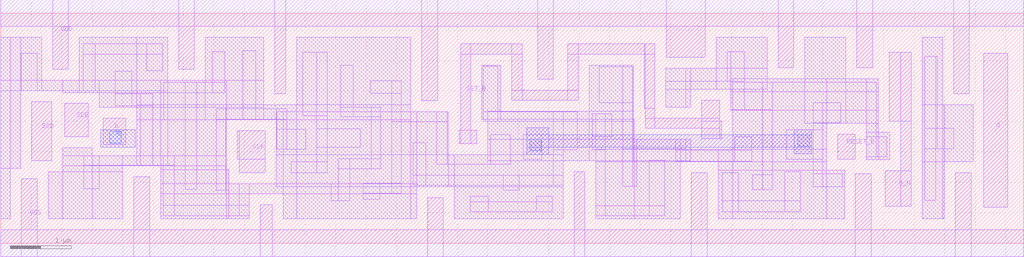
<source format=lef>
########################################################################
#
# Copyright 2023 IHP PDK Authors
# 
# Licensed under the Apache License, Version 2.0 (the "License");
# you may not use this file except in compliance with the License.
# You may obtain a copy of the License at
# 
#    https://www.apache.org/licenses/LICENSE-2.0
# 
# Unless required by applicable law or agreed to in writing, software
# distributed under the License is distributed on an "AS IS" BASIS,
# WITHOUT WARRANTIES OR CONDITIONS OF ANY KIND, either express or implied.
# See the License for the specific language governing permissions and
# limitations under the License.
#
########################################################################

VERSION 5.7 ;
BUSBITCHARS "<>" ;
DIVIDERCHAR "/" ;

PROPERTYDEFINITIONS
  MACRO CatenaDesignType STRING ;
END PROPERTYDEFINITIONS

SITE  CoreSite
    CLASS       CORE ;
    SYMMETRY    Y ;
    SIZE        0.48 BY 3.78 ;
END  CoreSite

MACRO sg13g2_a21o_1
  CLASS CORE ;
  ORIGIN 0 0 ;
  FOREIGN sg13g2_a21o_1 0 0 ;
  SIZE 3.36 BY 3.78 ;
  SYMMETRY X Y ;
  SITE CoreSite ;
  PIN A2
    DIRECTION INPUT ;
    USE SIGNAL ;
    ANTENNAMODEL OXIDE1 ;
      ANTENNAGATEAREA 0.2132 LAYER Metal1 ;
    PORT
      LAYER Metal1 ;
        RECT 2.81 0.405 3.215 0.965 ;
    END
  END A2
  PIN A1
    DIRECTION INPUT ;
    USE SIGNAL ;
    ANTENNAMODEL OXIDE1 ;
      ANTENNAGATEAREA 0.2132 LAYER Metal1 ;
    PORT
      LAYER Metal1 ;
        RECT 2.215 1.565 2.545 2 ;
    END
  END A1
  PIN B1
    DIRECTION INPUT ;
    USE SIGNAL ;
    ANTENNAMODEL OXIDE1 ;
      ANTENNAGATEAREA 0.2132 LAYER Metal1 ;
    PORT
      LAYER Metal1 ;
        RECT 1.755 1.57 2.005 2 ;
    END
  END B1
  PIN X
    DIRECTION OUTPUT ;
    USE SIGNAL ;
    ANTENNADIFFAREA 0.6159 LAYER Metal1 ;
    PORT
      LAYER Metal1 ;
        RECT 0.205 0.885 1.225 1.145 ;
        RECT 0.205 2.095 0.56 3.105 ;
        RECT 0.205 0.885 0.445 3.105 ;
    END
  END X
  PIN VDD
    DIRECTION INOUT ;
    USE POWER ;
    PORT
      LAYER Metal1 ;
        RECT 0 3.56 3.36 4 ;
        RECT 2.405 2.585 2.665 4 ;
        RECT 0.81 2.14 1.07 4 ;
    END
  END VDD
  PIN VSS
    DIRECTION INOUT ;
    USE GROUND ;
    PORT
      LAYER Metal1 ;
        RECT 0 -0.22 3.36 0.22 ;
        RECT 2.92 1.145 3.165 1.41 ;
        RECT 2.455 1.145 3.165 1.31 ;
        RECT 2.455 -0.22 2.615 1.31 ;
        RECT 1.455 -0.22 1.715 0.965 ;
    END
  END VSS
  OBS
    LAYER Metal1 ;
      RECT 2.915 2.21 3.175 3.125 ;
      RECT 1.855 2.21 2.115 3.125 ;
      RECT 1.855 2.21 3.175 2.405 ;
      RECT 1.335 2.17 1.595 3.125 ;
      RECT 1.335 1.54 1.575 3.125 ;
      RECT 1.415 1.22 1.575 3.125 ;
      RECT 0.625 1.54 1.575 1.87 ;
      RECT 1.415 1.22 2.27 1.385 ;
      RECT 2.02 0.825 2.27 1.385 ;
    LAYER Metal1 SPACING 0.18 ;
      RECT 2.845 1.59 3.36 3.38 ;
      RECT 1.25 2.18 2.225 3.38 ;
      RECT 1.25 2.18 3.36 2.405 ;
      RECT 2.725 1.59 3.36 2.405 ;
      RECT 1.25 2.17 1.595 3.38 ;
      RECT 1.25 1.325 1.575 3.38 ;
      RECT 0.74 1.325 1.575 1.96 ;
      RECT 0.625 1.325 1.575 1.915 ;
      RECT 0.625 1.325 2.035 1.39 ;
      RECT 1.895 0.4 2.275 1.385 ;
      RECT 1.405 1.145 2.275 1.385 ;
      RECT 0 0.4 1.275 0.705 ;
  END
  PROPERTY CatenaDesignType "deviceLevel" ;
END sg13g2_a21o_1

MACRO sg13g2_a21o_2
  CLASS CORE ;
  ORIGIN 0 0 ;
  FOREIGN sg13g2_a21o_2 0 0 ;
  SIZE 3.84 BY 3.78 ;
  SYMMETRY X Y ;
  SITE CoreSite ;
  PIN A2
    DIRECTION INPUT ;
    USE SIGNAL ;
    ANTENNAMODEL OXIDE1 ;
      ANTENNAGATEAREA 0.2262 LAYER Metal1 ;
    PORT
      LAYER Metal1 ;
        RECT 3.2 1.565 3.69 2 ;
    END
  END A2
  PIN A1
    DIRECTION INPUT ;
    USE SIGNAL ;
    ANTENNAMODEL OXIDE1 ;
      ANTENNAGATEAREA 0.2262 LAYER Metal1 ;
    PORT
      LAYER Metal1 ;
        RECT 2.69 1.565 3.02 2 ;
    END
  END A1
  PIN B1
    DIRECTION INPUT ;
    USE SIGNAL ;
    ANTENNAMODEL OXIDE1 ;
      ANTENNAGATEAREA 0.2262 LAYER Metal1 ;
    PORT
      LAYER Metal1 ;
        RECT 2.23 1.57 2.48 2 ;
    END
  END B1
  PIN X
    DIRECTION OUTPUT ;
    USE SIGNAL ;
    ANTENNADIFFAREA 0.7068 LAYER Metal1 ;
    PORT
      LAYER Metal1 ;
        RECT 0.785 0.74 1.045 3.16 ;
    END
  END X
  PIN VDD
    DIRECTION INOUT ;
    USE POWER ;
    PORT
      LAYER Metal1 ;
        RECT 0 3.56 3.84 4 ;
        RECT 2.88 2.585 3.14 4 ;
        RECT 1.295 2.18 1.555 4 ;
        RECT 0.275 2.18 0.535 4 ;
    END
  END VDD
  PIN VSS
    DIRECTION INOUT ;
    USE GROUND ;
    PORT
      LAYER Metal1 ;
        RECT 0 -0.22 3.84 0.22 ;
        RECT 3.4 -0.22 3.645 1.385 ;
        RECT 1.935 -0.22 2.195 0.99 ;
        RECT 1.295 -0.22 1.555 1.37 ;
        RECT 0.275 -0.22 0.535 1.37 ;
    END
  END VSS
  OBS
    LAYER Metal1 ;
      RECT 3.39 2.21 3.65 3.125 ;
      RECT 2.33 2.21 2.59 3.125 ;
      RECT 2.33 2.21 3.65 2.405 ;
      RECT 1.81 2.17 2.07 3.125 ;
      RECT 1.81 1.22 2.05 3.125 ;
      RECT 1.235 1.67 2.05 1.93 ;
      RECT 1.81 1.22 2.745 1.385 ;
      RECT 2.495 0.725 2.745 1.385 ;
    LAYER Metal1 SPACING 0.18 ;
      RECT 3.32 2.18 3.84 3.38 ;
      RECT 1.735 2.18 2.7 3.38 ;
      RECT 1.735 2.18 3.84 2.405 ;
      RECT 1.735 2.17 2.07 3.38 ;
      RECT 1.735 1.17 2.05 3.38 ;
      RECT 1.225 1.55 2.05 2 ;
      RECT 1.735 1.17 2.51 1.39 ;
      RECT 2.375 0.4 3.22 1.385 ;
      RECT 0.715 0.4 1.115 0.56 ;
      RECT 0 1.55 0.605 2 ;
  END
  PROPERTY CatenaDesignType "deviceLevel" ;
END sg13g2_a21o_2

MACRO sg13g2_a21oi_1
  CLASS CORE ;
  ORIGIN 0 0 ;
  FOREIGN sg13g2_a21oi_1 0 0 ;
  SIZE 2.4 BY 3.78 ;
  SYMMETRY X Y ;
  SITE CoreSite ;
  PIN VSS
    DIRECTION INOUT ;
    USE GROUND ;
    PORT
      LAYER Metal1 ;
        RECT 0 -0.22 2.4 0.22 ;
        RECT 1.835 -0.22 2.095 1.37 ;
        RECT 0.305 -0.22 0.565 0.93 ;
    END
  END VSS
  PIN VDD
    DIRECTION INOUT ;
    USE POWER ;
    PORT
      LAYER Metal1 ;
        RECT 0 3.56 2.4 4 ;
        RECT 1.325 2.9 1.585 4 ;
    END
  END VDD
  PIN A1
    DIRECTION INPUT ;
    USE SIGNAL ;
    ANTENNAMODEL OXIDE1 ;
      ANTENNAGATEAREA 0.2418 LAYER Metal1 ;
    PORT
      LAYER Metal1 ;
        RECT 1.07 1.62 1.585 1.83 ;
        RECT 1.325 0.77 1.585 1.83 ;
    END
  END A1
  PIN A2
    DIRECTION INPUT ;
    USE SIGNAL ;
    ANTENNAMODEL OXIDE1 ;
      ANTENNAGATEAREA 0.2418 LAYER Metal1 ;
    PORT
      LAYER Metal1 ;
        RECT 1.765 1.55 2.095 1.95 ;
    END
  END A2
  PIN Y
    DIRECTION OUTPUT ;
    USE SIGNAL ;
    ANTENNADIFFAREA 0.662 LAYER Metal1 ;
    PORT
      LAYER Metal1 ;
        RECT 0.815 0.77 1.075 1.37 ;
        RECT 0.305 2.13 0.89 2.29 ;
        RECT 0.715 1.21 0.89 2.29 ;
        RECT 0.305 2.13 0.565 3.11 ;
    END
  END Y
  PIN B1
    DIRECTION INPUT ;
    USE SIGNAL ;
    ANTENNAMODEL OXIDE1 ;
      ANTENNAGATEAREA 0.2418 LAYER Metal1 ;
    PORT
      LAYER Metal1 ;
        RECT 0.305 1.155 0.53 1.9 ;
    END
  END B1
  OBS
    LAYER Metal1 ;
      RECT 1.835 2.13 2.095 3.11 ;
      RECT 0.815 2.555 1.075 3.11 ;
      RECT 1.075 2.13 2.095 2.715 ;
    LAYER Metal1 SPACING 0.18 ;
      RECT 1.765 2.13 2.4 3.38 ;
      RECT 0.745 2.47 1.145 3.38 ;
      RECT 1.07 2.13 2.4 2.72 ;
      RECT 1.07 2.01 1.585 2.72 ;
      RECT 0.745 0.4 1.655 0.59 ;
  END
  PROPERTY CatenaDesignType "deviceLevel" ;
END sg13g2_a21oi_1

MACRO sg13g2_a21oi_2
  CLASS CORE ;
  ORIGIN 0 0 ;
  FOREIGN sg13g2_a21oi_2 0 0 ;
  SIZE 3.84 BY 3.78 ;
  SYMMETRY X Y ;
  SITE CoreSite ;
  PIN VSS
    DIRECTION INOUT ;
    USE GROUND ;
    PORT
      LAYER Metal1 ;
        RECT 0 -0.22 3.84 0.22 ;
        RECT 3.315 -0.22 3.575 1.42 ;
        RECT 2.295 -0.22 2.555 0.98 ;
        RECT 0.255 -0.22 0.515 1.42 ;
    END
  END VSS
  PIN VDD
    DIRECTION INOUT ;
    USE POWER ;
    PORT
      LAYER Metal1 ;
        RECT 0 3.56 3.84 4 ;
        RECT 1.785 2.95 2.045 4 ;
        RECT 0.765 2.95 1.025 4 ;
    END
  END VDD
  PIN B1
    DIRECTION INPUT ;
    USE SIGNAL ;
    ANTENNAMODEL OXIDE1 ;
      ANTENNAGATEAREA 0.4836 LAYER Metal1 ;
    PORT
      LAYER Metal1 ;
        RECT 3.28 1.625 3.575 2.28 ;
    END
  END B1
  PIN Y
    DIRECTION OUTPUT ;
    USE SIGNAL ;
    ANTENNADIFFAREA 0.988 LAYER Metal1 ;
    PORT
      LAYER Metal1 ;
        RECT 2.805 0.72 3.065 2.715 ;
        RECT 1.275 1.16 3.065 1.39 ;
        RECT 1.275 0.85 1.535 1.39 ;
    END
  END Y
  PIN A2
    DIRECTION INPUT ;
    USE SIGNAL ;
    ANTENNAMODEL OXIDE1 ;
      ANTENNAGATEAREA 0.4836 LAYER Metal1 ;
    PORT
      LAYER Metal1 ;
        RECT 0.39 2.09 2.3 2.315 ;
        RECT 2.04 1.6 2.3 2.315 ;
        RECT 0.39 1.6 0.77 2.315 ;
    END
  END A2
  PIN A1
    DIRECTION INPUT ;
    USE SIGNAL ;
    ANTENNAMODEL OXIDE1 ;
      ANTENNAGATEAREA 0.4836 LAYER Metal1 ;
    PORT
      LAYER Metal1 ;
        RECT 1.085 1.57 1.725 1.9 ;
    END
  END A1
  OBS
    LAYER Metal1 ;
      RECT 2.295 2.9 3.575 3.16 ;
      RECT 3.315 2.505 3.575 3.16 ;
      RECT 1.275 2.505 1.535 3.16 ;
      RECT 0.255 2.505 0.515 3.16 ;
      RECT 2.295 2.505 2.555 3.16 ;
      RECT 0.255 2.505 2.555 2.765 ;
      RECT 1.785 0.445 2.045 0.98 ;
      RECT 0.765 0.445 1.025 0.98 ;
      RECT 0.765 0.445 2.045 0.67 ;
    LAYER Metal1 SPACING 0.18 ;
      RECT 2.225 2.895 3.84 3.38 ;
      RECT 3.245 2.46 3.84 3.38 ;
      RECT 1.205 2.495 1.605 3.38 ;
      RECT 0 2.495 0.585 3.38 ;
      RECT 2.225 2.495 2.625 3.38 ;
      RECT 0 2.495 2.625 2.77 ;
      RECT 0 1.6 0.21 3.38 ;
      RECT 0.695 0.4 0.905 1.42 ;
      RECT 0.695 0.4 1.095 1.39 ;
      RECT 1.715 0.4 2.115 0.98 ;
      RECT 0.695 0.4 2.115 0.67 ;
  END
  PROPERTY CatenaDesignType "deviceLevel" ;
END sg13g2_a21oi_2

MACRO sg13g2_a221oi_1
  CLASS CORE ;
  ORIGIN 0 0 ;
  FOREIGN sg13g2_a221oi_1 0 0 ;
  SIZE 3.84 BY 3.78 ;
  SYMMETRY X Y ;
  SITE CoreSite ;
  PIN VSS
    DIRECTION INOUT ;
    USE GROUND ;
    PORT
      LAYER Metal1 ;
        RECT 0 -0.22 3.84 0.22 ;
        RECT 3.32 -0.22 3.58 0.98 ;
        RECT 0.77 -0.22 1.03 0.98 ;
    END
  END VSS
  PIN VDD
    DIRECTION INOUT ;
    USE POWER ;
    PORT
      LAYER Metal1 ;
        RECT 0 3.56 3.84 4 ;
        RECT 3.32 2.505 3.58 4 ;
        RECT 2.3 2.9 2.56 4 ;
    END
  END VDD
  PIN B2
    DIRECTION INPUT ;
    USE SIGNAL ;
    ANTENNAMODEL OXIDE1 ;
      ANTENNAGATEAREA 0.2418 LAYER Metal1 ;
    PORT
      LAYER Metal1 ;
        RECT 0.88 1.57 1.36 1.9 ;
    END
  END B2
  PIN C1
    DIRECTION INPUT ;
    USE SIGNAL ;
    ANTENNAMODEL OXIDE1 ;
      ANTENNAGATEAREA 0.2418 LAYER Metal1 ;
    PORT
      LAYER Metal1 ;
        RECT 0.25 1.57 0.64 1.9 ;
    END
  END C1
  PIN B1
    DIRECTION INPUT ;
    USE SIGNAL ;
    ANTENNAMODEL OXIDE1 ;
      ANTENNAGATEAREA 0.2418 LAYER Metal1 ;
    PORT
      LAYER Metal1 ;
        RECT 1.54 1.57 2 1.9 ;
        RECT 1.72 1.16 2 1.9 ;
    END
  END B1
  PIN A1
    DIRECTION INPUT ;
    USE SIGNAL ;
    ANTENNAMODEL OXIDE1 ;
      ANTENNAGATEAREA 0.2418 LAYER Metal1 ;
    PORT
      LAYER Metal1 ;
        RECT 2.18 1.57 2.7 1.9 ;
        RECT 2.18 1.16 2.48 1.9 ;
    END
  END A1
  PIN Y
    DIRECTION OUTPUT ;
    USE SIGNAL ;
    ANTENNADIFFAREA 1.1356 LAYER Metal1 ;
    PORT
      LAYER Metal1 ;
        RECT 0.26 2.08 3.745 2.29 ;
        RECT 3.565 1.16 3.745 2.29 ;
        RECT 2.81 1.16 3.745 1.37 ;
        RECT 2.81 0.72 3.07 1.37 ;
        RECT 1.28 0.72 3.07 0.98 ;
        RECT 0.26 1.16 1.54 1.37 ;
        RECT 1.28 0.72 1.54 1.37 ;
        RECT 0.26 2.08 0.52 3.16 ;
        RECT 0.26 0.72 0.52 1.37 ;
    END
  END Y
  PIN A2
    DIRECTION INPUT ;
    USE SIGNAL ;
    ANTENNAMODEL OXIDE1 ;
      ANTENNAGATEAREA 0.2418 LAYER Metal1 ;
    PORT
      LAYER Metal1 ;
        RECT 2.88 1.57 3.385 1.9 ;
    END
  END A2
  OBS
    LAYER Metal1 ;
      RECT 2.81 2.505 3.07 3.16 ;
      RECT 1.28 2.505 1.54 2.765 ;
      RECT 1.28 2.505 3.07 2.715 ;
      RECT 0.77 2.95 2.05 3.16 ;
      RECT 1.79 2.9 2.05 3.16 ;
      RECT 0.77 2.505 1.03 3.16 ;
    LAYER Metal1 SPACING 0.18 ;
      RECT 2.74 2.47 3.14 3.38 ;
      RECT 0.7 2.47 2.12 3.38 ;
      RECT 0.7 2.47 3.14 2.72 ;
  END
  PROPERTY CatenaDesignType "deviceLevel" ;
END sg13g2_a221oi_1

MACRO sg13g2_a22oi_1
  CLASS CORE ;
  ORIGIN 0.01 0.01 ;
  FOREIGN sg13g2_a22oi_1 -0.01 -0.01 ;
  SIZE 2.88 BY 3.78 ;
  SYMMETRY X Y ;
  SITE CoreSite ;
  PIN Y
    DIRECTION INOUT ;
    USE SIGNAL ;
    ANTENNADIFFAREA 0.9584 LAYER Metal1 ;
    PORT
      LAYER Metal1 ;
        RECT 1.25 0.89 1.75 1.15 ;
        RECT 1.31 2.25 1.6 2.9 ;
        RECT 1.42 0.89 1.6 2.9 ;
    END
  END Y
  PIN B1
    DIRECTION INOUT ;
    USE SIGNAL ;
    ANTENNAMODEL OXIDE1 ;
      ANTENNAGATEAREA 0.2418 LAYER Metal1 ;
    PORT
      LAYER Metal1 ;
        RECT 0.96 1.33 1.24 2.07 ;
    END
  END B1
  PIN B2
    DIRECTION INOUT ;
    USE SIGNAL ;
    ANTENNAMODEL OXIDE1 ;
      ANTENNAGATEAREA 0.2418 LAYER Metal1 ;
    PORT
      LAYER Metal1 ;
        RECT 1.78 1.7 2.08 2.44 ;
    END
  END B2
  PIN A2
    DIRECTION INOUT ;
    USE SIGNAL ;
    ANTENNAMODEL OXIDE1 ;
      ANTENNAGATEAREA 0.2418 LAYER Metal1 ;
    PORT
      LAYER Metal1 ;
        RECT 2.42 1.33 2.72 2.07 ;
    END
  END A2
  PIN A1
    DIRECTION INOUT ;
    USE SIGNAL ;
    ANTENNAMODEL OXIDE1 ;
      ANTENNAGATEAREA 0.2418 LAYER Metal1 ;
    PORT
      LAYER Metal1 ;
        RECT 1.79 1.36 2.09 1.52 ;
        RECT 1.93 0.55 2.09 1.52 ;
        RECT 0.62 0.55 2.09 0.71 ;
        RECT 0.17 1.33 0.78 1.49 ;
        RECT 0.62 0.55 0.78 1.49 ;
        RECT 0.17 1.33 0.47 2.07 ;
    END
  END A1
  PIN VDD
    DIRECTION INOUT ;
    USE POWER ;
    PORT
      LAYER Metal1 ;
        RECT 0 3.56 2.88 4 ;
        RECT 2.44 2.25 2.7 4 ;
        RECT 0.18 2.25 0.45 4 ;
    END
  END VDD
  PIN VSS
    DIRECTION INOUT ;
    USE GROUND ;
    PORT
      LAYER Metal1 ;
        RECT 0 -0.22 2.88 0.22 ;
        RECT 2.44 -0.22 2.7 1.15 ;
        RECT 0.18 -0.22 0.44 1.15 ;
    END
  END VSS
  OBS
    LAYER Metal1 ;
      RECT 0.8 3.085 2.08 3.33 ;
      RECT 1.82 2.62 2.08 3.33 ;
      RECT 0.8 2.25 1.06 3.33 ;
    LAYER Metal1 SPACING 0.18 ;
      RECT 0.63 3.08 2.26 3.38 ;
      RECT 1.78 2.62 2.26 3.38 ;
      RECT 0.63 2.25 1.13 3.38 ;
  END
  PROPERTY CatenaDesignType "deviceLevel" ;
END sg13g2_a22oi_1

MACRO sg13g2_and2_1
  CLASS CORE ;
  ORIGIN 0 0 ;
  FOREIGN sg13g2_and2_1 0 0 ;
  SIZE 2.4 BY 3.78 ;
  SYMMETRY X Y ;
  SITE CoreSite ;
  PIN A
    DIRECTION INPUT ;
    USE SIGNAL ;
    ANTENNAMODEL OXIDE1 ;
      ANTENNAGATEAREA 0.1924 LAYER Metal1 ;
    PORT
      LAYER Metal1 ;
        RECT 0.105 0.405 0.78 0.96 ;
    END
  END A
  PIN B
    DIRECTION INPUT ;
    USE SIGNAL ;
    ANTENNAMODEL OXIDE1 ;
      ANTENNAGATEAREA 0.1924 LAYER Metal1 ;
    PORT
      LAYER Metal1 ;
        RECT 0.78 1.435 1.17 1.87 ;
    END
  END B
  PIN X
    DIRECTION OUTPUT ;
    USE SIGNAL ;
    ANTENNADIFFAREA 0.6324 LAYER Metal1 ;
    PORT
      LAYER Metal1 ;
        RECT 1.775 2.14 2.275 3.11 ;
        RECT 2.04 0.78 2.275 3.11 ;
        RECT 1.775 0.78 2.275 1.36 ;
    END
  END X
  PIN VDD
    DIRECTION INOUT ;
    USE POWER ;
    PORT
      LAYER Metal1 ;
        RECT 0 3.56 2.4 4 ;
        RECT 1.265 2.485 1.525 4 ;
        RECT 0.245 2.425 0.505 4 ;
    END
  END VDD
  PIN VSS
    DIRECTION INOUT ;
    USE GROUND ;
    PORT
      LAYER Metal1 ;
        RECT 0 -0.22 2.4 0.22 ;
        RECT 1.265 -0.22 1.525 1.155 ;
    END
  END VSS
  OBS
    LAYER Metal1 ;
      RECT 0.755 2.05 1.015 3.11 ;
      RECT 0.245 2.05 1.56 2.24 ;
      RECT 1.4 1.57 1.56 2.24 ;
      RECT 0.245 1.14 0.505 2.24 ;
      RECT 1.4 1.57 1.74 1.9 ;
    LAYER Metal1 SPACING 0.18 ;
      RECT 0.685 2.05 1.085 3.38 ;
      RECT 0.685 2.05 1.595 2.305 ;
      RECT 1.35 1.335 1.595 2.305 ;
      RECT 0 2.05 1.595 2.245 ;
      RECT 0 1.14 0.6 2.245 ;
      RECT 1.35 1.54 1.86 1.96 ;
      RECT 1.705 0.4 2.4 0.6 ;
  END
  PROPERTY CatenaDesignType "deviceLevel" ;
END sg13g2_and2_1

MACRO sg13g2_and2_2
  CLASS CORE ;
  ORIGIN 0 0 ;
  FOREIGN sg13g2_and2_2 0 0 ;
  SIZE 2.88 BY 3.78 ;
  SYMMETRY X Y ;
  SITE CoreSite ;
  PIN A
    DIRECTION INPUT ;
    USE SIGNAL ;
    ANTENNAMODEL OXIDE1 ;
      ANTENNAGATEAREA 0.1924 LAYER Metal1 ;
    PORT
      LAYER Metal1 ;
        RECT 0.105 0.405 0.78 0.96 ;
    END
  END A
  PIN B
    DIRECTION INPUT ;
    USE SIGNAL ;
    ANTENNAMODEL OXIDE1 ;
      ANTENNAGATEAREA 0.1924 LAYER Metal1 ;
    PORT
      LAYER Metal1 ;
        RECT 0.78 1.435 1.17 1.87 ;
    END
  END B
  PIN X
    DIRECTION OUTPUT ;
    USE SIGNAL ;
    ANTENNADIFFAREA 0.7068 LAYER Metal1 ;
    PORT
      LAYER Metal1 ;
        RECT 1.775 2.14 2.105 3.11 ;
        RECT 1.92 0.78 2.105 3.11 ;
        RECT 1.775 0.78 2.105 1.36 ;
    END
  END X
  PIN VDD
    DIRECTION INOUT ;
    USE POWER ;
    PORT
      LAYER Metal1 ;
        RECT 0 3.56 2.88 4 ;
        RECT 2.285 2.485 2.545 4 ;
        RECT 1.265 2.485 1.525 4 ;
        RECT 0.245 2.425 0.505 4 ;
    END
  END VDD
  PIN VSS
    DIRECTION INOUT ;
    USE GROUND ;
    PORT
      LAYER Metal1 ;
        RECT 0 -0.22 2.88 0.22 ;
        RECT 2.285 -0.22 2.545 1.155 ;
        RECT 1.265 -0.22 1.525 1.155 ;
    END
  END VSS
  OBS
    LAYER Metal1 ;
      RECT 0.755 2.05 1.015 3.11 ;
      RECT 0.245 2.05 1.56 2.24 ;
      RECT 1.4 1.57 1.56 2.24 ;
      RECT 0.245 1.14 0.505 2.24 ;
      RECT 1.4 1.57 1.74 1.9 ;
    LAYER Metal1 SPACING 0.18 ;
      RECT 0.685 2.05 1.085 3.38 ;
      RECT 0.685 2.05 1.595 2.305 ;
      RECT 1.35 1.335 1.595 2.305 ;
      RECT 0 2.05 1.595 2.245 ;
      RECT 0 1.14 0.6 2.245 ;
      RECT 1.35 1.54 1.74 1.96 ;
      RECT 2.285 1.335 2.88 2.305 ;
      RECT 1.705 0.4 2.105 0.6 ;
  END
  PROPERTY CatenaDesignType "deviceLevel" ;
END sg13g2_and2_2

MACRO sg13g2_and3_1
  CLASS CORE ;
  ORIGIN 0 0 ;
  FOREIGN sg13g2_and3_1 0 0 ;
  SIZE 3.36 BY 3.78 ;
  SYMMETRY X Y ;
  SITE CoreSite ;
  PIN X
    DIRECTION OUTPUT ;
    USE SIGNAL ;
    ANTENNADIFFAREA 0.6324 LAYER Metal1 ;
    PORT
      LAYER Metal1 ;
        RECT 2.78 2.17 3.065 3.27 ;
        RECT 2.895 1.125 3.065 3.27 ;
        RECT 2.44 1.125 3.065 1.385 ;
        RECT 2.44 0.77 2.7 1.385 ;
    END
  END X
  PIN A
    DIRECTION INPUT ;
    USE SIGNAL ;
    ANTENNAMODEL OXIDE1 ;
      ANTENNAGATEAREA 0.1924 LAYER Metal1 ;
    PORT
      LAYER Metal1 ;
        RECT 1.225 0.475 1.59 1.09 ;
        RECT 0.35 0.475 1.59 0.79 ;
    END
  END A
  PIN B
    DIRECTION INPUT ;
    USE SIGNAL ;
    ANTENNAMODEL OXIDE1 ;
      ANTENNAGATEAREA 0.1924 LAYER Metal1 ;
    PORT
      LAYER Metal1 ;
        RECT 1.09 1.4 1.54 1.98 ;
    END
  END B
  PIN C
    DIRECTION INPUT ;
    USE SIGNAL ;
    ANTENNAMODEL OXIDE1 ;
      ANTENNAGATEAREA 0.1924 LAYER Metal1 ;
    PORT
      LAYER Metal1 ;
        RECT 1.73 1.4 2.06 1.95 ;
    END
  END C
  PIN VDD
    DIRECTION INOUT ;
    USE POWER ;
    PORT
      LAYER Metal1 ;
        RECT 0 3.56 3.36 4 ;
        RECT 1.93 2.615 2.53 4 ;
        RECT 0.91 2.73 1.17 4 ;
    END
  END VDD
  PIN VSS
    DIRECTION INOUT ;
    USE GROUND ;
    PORT
      LAYER Metal1 ;
        RECT 0 -0.22 3.36 0.22 ;
        RECT 1.93 -0.22 2.19 1.14 ;
    END
  END VSS
  OBS
    LAYER Metal1 ;
      RECT 0.4 1.09 0.66 3.115 ;
      RECT 1.42 2.16 1.68 3.085 ;
      RECT 0.4 2.16 2.405 2.32 ;
      RECT 2.245 1.57 2.405 2.32 ;
      RECT 2.245 1.57 2.645 1.9 ;
    LAYER Metal1 SPACING 0.18 ;
      RECT 2.88 0.4 3.36 0.945 ;
      RECT 2.37 0.4 3.36 0.59 ;
      RECT 1.35 2.16 1.75 3.38 ;
      RECT 0 0.97 0.73 3.38 ;
      RECT 0 2.16 1.75 2.55 ;
      RECT 2.24 1.565 2.6 2.435 ;
      RECT 1.72 2.13 2.6 2.435 ;
      RECT 0 0.97 0.91 2.55 ;
      RECT 2.24 1.565 2.715 1.99 ;
      RECT 0 0.97 1.045 1.22 ;
      RECT 0 0.4 0.17 3.38 ;
  END
  PROPERTY CatenaDesignType "deviceLevel" ;
END sg13g2_and3_1

MACRO sg13g2_and3_2
  CLASS CORE ;
  ORIGIN 0 0 ;
  FOREIGN sg13g2_and3_2 0 0 ;
  SIZE 3.36 BY 3.78 ;
  SYMMETRY X Y ;
  SITE CoreSite ;
  PIN X
    DIRECTION OUTPUT ;
    USE SIGNAL ;
    ANTENNADIFFAREA 0.7068 LAYER Metal1 ;
    PORT
      LAYER Metal1 ;
        RECT 2.435 2.51 3.065 2.69 ;
        RECT 2.835 1.29 3.065 2.69 ;
        RECT 2.44 1.29 3.065 1.55 ;
        RECT 2.435 2.51 2.705 3.36 ;
        RECT 2.44 0.77 2.7 1.55 ;
    END
  END X
  PIN A
    DIRECTION INPUT ;
    USE SIGNAL ;
    ANTENNAMODEL OXIDE1 ;
      ANTENNAGATEAREA 0.1924 LAYER Metal1 ;
    PORT
      LAYER Metal1 ;
        RECT 1.225 0.475 1.59 1.09 ;
        RECT 0.35 0.475 1.59 0.79 ;
    END
  END A
  PIN B
    DIRECTION INPUT ;
    USE SIGNAL ;
    ANTENNAMODEL OXIDE1 ;
      ANTENNAGATEAREA 0.1924 LAYER Metal1 ;
    PORT
      LAYER Metal1 ;
        RECT 1.09 1.4 1.54 1.98 ;
    END
  END B
  PIN C
    DIRECTION INPUT ;
    USE SIGNAL ;
    ANTENNAMODEL OXIDE1 ;
      ANTENNAGATEAREA 0.1924 LAYER Metal1 ;
    PORT
      LAYER Metal1 ;
        RECT 1.73 1.4 2.06 1.95 ;
    END
  END C
  PIN VDD
    DIRECTION INOUT ;
    USE POWER ;
    PORT
      LAYER Metal1 ;
        RECT 0 3.56 3.36 4 ;
        RECT 2.955 2.875 3.225 4 ;
        RECT 1.93 2.615 2.19 4 ;
        RECT 0.91 2.73 1.17 4 ;
    END
  END VDD
  PIN VSS
    DIRECTION INOUT ;
    USE GROUND ;
    PORT
      LAYER Metal1 ;
        RECT 0 -0.22 3.36 0.22 ;
        RECT 2.95 -0.22 3.21 1.09 ;
        RECT 1.93 -0.22 2.19 1.14 ;
    END
  END VSS
  OBS
    LAYER Metal1 ;
      RECT 0.4 1.09 0.66 3.115 ;
      RECT 1.42 2.16 1.68 3.085 ;
      RECT 0.4 2.16 2.405 2.32 ;
      RECT 2.245 1.735 2.405 2.32 ;
      RECT 2.245 1.735 2.645 2.065 ;
    LAYER Metal1 SPACING 0.18 ;
      RECT 1.35 2.16 1.75 3.38 ;
      RECT 0 0.97 0.73 3.38 ;
      RECT 0 2.16 1.75 2.55 ;
      RECT 0 2.16 2.255 2.435 ;
      RECT 2.24 1.73 2.655 2.33 ;
      RECT 1.72 2.13 2.655 2.33 ;
      RECT 0 0.97 0.91 2.55 ;
      RECT 0 0.97 1.045 1.22 ;
      RECT 0 0.4 0.17 3.38 ;
      RECT 2.37 0.4 2.77 0.59 ;
  END
  PROPERTY CatenaDesignType "deviceLevel" ;
END sg13g2_and3_2

MACRO sg13g2_and4_1
  CLASS CORE ;
  ORIGIN 0 0 ;
  FOREIGN sg13g2_and4_1 0 0 ;
  SIZE 3.84 BY 3.78 ;
  SYMMETRY X Y ;
  SITE CoreSite ;
  PIN A
    DIRECTION INPUT ;
    USE SIGNAL ;
    ANTENNAMODEL OXIDE1 ;
      ANTENNAGATEAREA 0.1924 LAYER Metal1 ;
    PORT
      LAYER Metal1 ;
        RECT 0.705 1.35 1.07 2.01 ;
    END
  END A
  PIN B
    DIRECTION INPUT ;
    USE SIGNAL ;
    ANTENNAMODEL OXIDE1 ;
      ANTENNAGATEAREA 0.1924 LAYER Metal1 ;
    PORT
      LAYER Metal1 ;
        RECT 1.255 0.66 1.565 2.025 ;
    END
  END B
  PIN C
    DIRECTION INPUT ;
    USE SIGNAL ;
    ANTENNAMODEL OXIDE1 ;
      ANTENNAGATEAREA 0.1924 LAYER Metal1 ;
    PORT
      LAYER Metal1 ;
        RECT 1.795 0.66 2.125 2.01 ;
    END
  END C
  PIN D
    DIRECTION INPUT ;
    USE SIGNAL ;
    ANTENNAMODEL OXIDE1 ;
      ANTENNAGATEAREA 0.1924 LAYER Metal1 ;
    PORT
      LAYER Metal1 ;
        RECT 2.315 1.57 2.665 2 ;
    END
  END D
  PIN X
    DIRECTION OUTPUT ;
    USE SIGNAL ;
    ANTENNADIFFAREA 0.8928 LAYER Metal1 ;
    PORT
      LAYER Metal1 ;
        RECT 3.205 2.07 3.685 3.12 ;
        RECT 3.525 0.64 3.685 3.12 ;
        RECT 3.205 0.64 3.685 1.26 ;
    END
  END X
  PIN VDD
    DIRECTION INOUT ;
    USE POWER ;
    PORT
      LAYER Metal1 ;
        RECT 0 3.56 3.84 4 ;
        RECT 2.54 2.585 2.8 4 ;
        RECT 1.445 2.56 1.705 4 ;
        RECT 0.425 2.56 0.685 4 ;
    END
  END VDD
  PIN VSS
    DIRECTION INOUT ;
    USE GROUND ;
    PORT
      LAYER Metal1 ;
        RECT 0 -0.22 3.84 0.22 ;
        RECT 2.55 -0.22 2.815 1.21 ;
    END
  END VSS
  OBS
    LAYER Metal1 ;
      RECT 0.935 2.22 1.195 3.125 ;
      RECT 1.985 2.22 2.245 3.12 ;
      RECT 0.355 2.22 3.01 2.38 ;
      RECT 2.85 1.54 3.01 2.38 ;
      RECT 0.355 0.645 0.525 2.38 ;
      RECT 2.85 1.54 3.205 1.87 ;
      RECT 0.355 0.645 0.995 1.17 ;
    LAYER Metal1 SPACING 0.18 ;
      RECT 1.885 2.19 2.36 3.38 ;
      RECT 0.865 2.205 1.265 3.38 ;
      RECT 0 0.4 0.245 3.38 ;
      RECT 2.845 1.39 3.025 2.405 ;
      RECT 0 2.205 3.025 2.38 ;
      RECT 1.745 2.19 3.025 2.38 ;
      RECT 0 2.19 1.075 2.38 ;
      RECT 2.305 2.18 3.025 2.405 ;
      RECT 0 0.4 0.525 2.38 ;
      RECT 2.845 1.44 3.345 1.89 ;
      RECT 0 0.4 1.075 1.17 ;
  END
  PROPERTY CatenaDesignType "deviceLevel" ;
END sg13g2_and4_1

MACRO sg13g2_and4_2
  CLASS CORE ;
  ORIGIN 0 0 ;
  FOREIGN sg13g2_and4_2 0 0 ;
  SIZE 4.32 BY 3.78 ;
  SYMMETRY X Y ;
  SITE CoreSite ;
  PIN A
    DIRECTION INPUT ;
    USE SIGNAL ;
    ANTENNAMODEL OXIDE1 ;
      ANTENNAGATEAREA 0.1924 LAYER Metal1 ;
    PORT
      LAYER Metal1 ;
        RECT 0.705 1.35 1.07 2.01 ;
    END
  END A
  PIN B
    DIRECTION INPUT ;
    USE SIGNAL ;
    ANTENNAMODEL OXIDE1 ;
      ANTENNAGATEAREA 0.1924 LAYER Metal1 ;
    PORT
      LAYER Metal1 ;
        RECT 1.255 0.66 1.565 2.025 ;
    END
  END B
  PIN C
    DIRECTION INPUT ;
    USE SIGNAL ;
    ANTENNAMODEL OXIDE1 ;
      ANTENNAGATEAREA 0.1924 LAYER Metal1 ;
    PORT
      LAYER Metal1 ;
        RECT 1.795 0.66 2.125 2.01 ;
    END
  END C
  PIN D
    DIRECTION INPUT ;
    USE SIGNAL ;
    ANTENNAMODEL OXIDE1 ;
      ANTENNAGATEAREA 0.1924 LAYER Metal1 ;
    PORT
      LAYER Metal1 ;
        RECT 2.315 1.57 2.665 2 ;
    END
  END D
  PIN X
    DIRECTION OUTPUT ;
    USE SIGNAL ;
    ANTENNADIFFAREA 0.9672 LAYER Metal1 ;
    PORT
      LAYER Metal1 ;
        RECT 3.205 2.07 3.685 3.12 ;
        RECT 3.525 0.64 3.685 3.12 ;
        RECT 3.205 0.64 3.685 1.26 ;
    END
  END X
  PIN VDD
    DIRECTION INOUT ;
    USE POWER ;
    PORT
      LAYER Metal1 ;
        RECT 0 3.56 4.32 4 ;
        RECT 3.865 2.13 4.125 4 ;
        RECT 2.54 2.585 2.8 4 ;
        RECT 1.445 2.56 1.705 4 ;
        RECT 0.425 2.56 0.685 4 ;
    END
  END VDD
  PIN VSS
    DIRECTION INOUT ;
    USE GROUND ;
    PORT
      LAYER Metal1 ;
        RECT 0 -0.22 4.32 0.22 ;
        RECT 3.865 -0.22 4.125 1.26 ;
        RECT 2.55 -0.22 2.815 1.21 ;
    END
  END VSS
  OBS
    LAYER Metal1 ;
      RECT 0.935 2.22 1.195 3.125 ;
      RECT 1.985 2.22 2.245 3.12 ;
      RECT 0.355 2.22 3.01 2.38 ;
      RECT 2.85 1.54 3.01 2.38 ;
      RECT 0.355 0.645 0.525 2.38 ;
      RECT 2.85 1.54 3.205 1.87 ;
      RECT 0.355 0.645 0.995 1.17 ;
    LAYER Metal1 SPACING 0.18 ;
      RECT 1.885 2.19 2.36 3.38 ;
      RECT 0.865 2.205 1.265 3.38 ;
      RECT 0 0.4 0.245 3.38 ;
      RECT 2.845 1.39 3.025 2.405 ;
      RECT 0 2.205 3.025 2.38 ;
      RECT 1.745 2.19 3.025 2.38 ;
      RECT 0 2.19 1.075 2.38 ;
      RECT 2.305 2.18 3.025 2.405 ;
      RECT 0 0.4 0.525 2.38 ;
      RECT 2.845 1.44 3.345 1.89 ;
      RECT 0 0.4 1.075 1.17 ;
      RECT 3.865 1.44 4.32 1.95 ;
  END
  PROPERTY CatenaDesignType "deviceLevel" ;
END sg13g2_and4_2

MACRO sg13g2_antennanp
  CLASS CORE ;
  ORIGIN 0 0 ;
  FOREIGN sg13g2_antennanp 0 0 ;
  SIZE 1.44 BY 3.78 ;
  SYMMETRY X Y ;
  SITE CoreSite ;
  PIN VDD
    DIRECTION INOUT ;
    USE POWER ;
    PORT
      LAYER Metal1 ;
        RECT 0 3.56 1.44 4 ;
    END
  END VDD
  PIN VSS
    DIRECTION INOUT ;
    USE GROUND ;
    PORT
      LAYER Metal1 ;
        RECT 0 -0.22 1.44 0.22 ;
    END
  END VSS
  PIN A
    DIRECTION INPUT ;
    USE SIGNAL ;
    ANTENNADIFFAREA 2.0154 LAYER Metal1 ;
    PORT
      LAYER Metal1 ;
        RECT 0.405 0.57 1.05 1.16 ;
        RECT 0.38 1.13 0.63 2.41 ;
    END
  END A
  OBS
    LAYER Metal1 SPACING 0.18 ;
      RECT 0 2.59 1.44 3.38 ;
      RECT 1.23 0.4 1.44 3.38 ;
      RECT 0.81 1.34 1.44 3.38 ;
      RECT 0 0.4 0.2 3.38 ;
      RECT 0 0.4 0.225 0.95 ;
  END
  PROPERTY CatenaDesignType "deviceLevel" ;
END sg13g2_antennanp

MACRO sg13g2_buf_1
  CLASS CORE ;
  ORIGIN 0 0 ;
  FOREIGN sg13g2_buf_1 0 0 ;
  SIZE 1.92 BY 3.78 ;
  SYMMETRY X Y ;
  SITE CoreSite ;
  PIN A
    DIRECTION INPUT ;
    USE SIGNAL ;
    ANTENNAMODEL OXIDE1 ;
      ANTENNAGATEAREA 0.1807 LAYER Metal1 ;
    PORT
      LAYER Metal1 ;
        RECT 0.1 1.65 0.87 2.115 ;
    END
  END A
  PIN X
    DIRECTION OUTPUT ;
    USE SIGNAL ;
    ANTENNADIFFAREA 0.6548 LAYER Metal1 ;
    PORT
      LAYER Metal1 ;
        RECT 1.49 2.02 1.79 3.18 ;
        RECT 1.6 0.55 1.79 3.18 ;
        RECT 1.5 0.55 1.79 1.29 ;
    END
  END X
  PIN VDD
    DIRECTION INOUT ;
    USE POWER ;
    PORT
      LAYER Metal1 ;
        RECT 0 3.56 1.92 4 ;
        RECT 0.945 2.84 1.245 4 ;
    END
  END VDD
  PIN VSS
    DIRECTION INOUT ;
    USE GROUND ;
    PORT
      LAYER Metal1 ;
        RECT 0 -0.22 1.92 0.22 ;
        RECT 0.935 -0.22 1.265 1.025 ;
    END
  END VSS
  OBS
    LAYER Metal1 ;
      RECT 0.43 2.44 0.7 3.18 ;
      RECT 0.43 2.44 1.26 2.62 ;
      RECT 1.09 1.29 1.26 2.62 ;
      RECT 1.09 1.5 1.415 1.83 ;
      RECT 0.315 1.29 1.26 1.465 ;
      RECT 0.315 1 0.705 1.465 ;
    LAYER Metal1 SPACING 0.18 ;
      RECT 0 2.295 0.765 3.38 ;
      RECT 0 2.295 1.31 2.66 ;
      RECT 1.05 1.205 1.31 2.66 ;
      RECT 1.05 1.47 1.42 1.84 ;
      RECT 0 1.205 1.32 1.47 ;
      RECT 0 0.4 0.755 1.47 ;
  END
  PROPERTY CatenaDesignType "deviceLevel" ;
END sg13g2_buf_1

MACRO sg13g2_buf_16
  CLASS CORE ;
  ORIGIN 0 0 ;
  FOREIGN sg13g2_buf_16 0 0 ;
  SIZE 12 BY 3.78 ;
  SYMMETRY X Y ;
  SITE CoreSite ;
  PIN X
    DIRECTION OUTPUT ;
    USE SIGNAL ;
    ANTENNAPARTIALCUTAREA 0.0361 LAYER Via1 ;
    ANTENNADIFFAREA 0.7068 LAYER Metal1 ;
    ANTENNADIFFAREA 5.6544 LAYER Metal2 ;
    PORT
      LAYER Metal1 ;
        RECT 7.91 0.64 8.17 3.105 ;
        RECT 6.89 0.645 7.15 3.105 ;
        RECT 5.87 0.65 6.13 3.105 ;
        RECT 4.85 0.635 5.11 3.11 ;
        RECT 3.83 0.65 4.09 3.11 ;
        RECT 2.81 0.645 3.07 3.11 ;
        RECT 1.79 0.645 2.05 3.11 ;
        RECT 0.77 0.64 1.03 3.105 ;
      LAYER Metal2 ;
        RECT 0.745 2.405 8.195 2.635 ;
      LAYER Via1 ;
        RECT 0.805 2.425 0.995 2.615 ;
        RECT 1.825 2.425 2.015 2.615 ;
        RECT 2.845 2.425 3.035 2.615 ;
        RECT 3.865 2.425 4.055 2.615 ;
        RECT 4.885 2.425 5.075 2.615 ;
        RECT 5.91 2.425 6.1 2.615 ;
        RECT 6.925 2.425 7.115 2.615 ;
        RECT 7.95 2.425 8.14 2.615 ;
    END
  END X
  PIN A
    DIRECTION INPUT ;
    USE SIGNAL ;
    ANTENNAMODEL OXIDE1 ;
      ANTENNAGATEAREA 1.4508 LAYER Metal1 ;
    PORT
      LAYER Metal1 ;
        RECT 8.78 1.57 11.44 1.95 ;
    END
  END A
  PIN VDD
    DIRECTION INOUT ;
    USE POWER ;
    PORT
      LAYER Metal1 ;
        RECT 0 3.56 12 4 ;
        RECT 11.48 2.205 11.74 4 ;
        RECT 10.46 2.545 10.72 4 ;
        RECT 9.44 2.54 9.7 4 ;
        RECT 8.42 2.54 8.68 4 ;
        RECT 7.4 2.145 7.66 4 ;
        RECT 6.38 2.145 6.64 4 ;
        RECT 5.36 2.145 5.62 4 ;
        RECT 4.34 2.145 4.6 4 ;
        RECT 3.32 2.14 3.58 4 ;
        RECT 2.3 2.14 2.56 4 ;
        RECT 1.28 2.14 1.54 4 ;
        RECT 0.26 2.14 0.52 4 ;
    END
  END VDD
  PIN VSS
    DIRECTION INOUT ;
    USE GROUND ;
    PORT
      LAYER Metal1 ;
        RECT 0 -0.22 12 0.22 ;
        RECT 11.48 -0.22 11.74 1.235 ;
        RECT 10.46 -0.22 10.72 0.995 ;
        RECT 9.44 -0.22 9.7 1 ;
        RECT 8.42 -0.22 8.685 0.99 ;
        RECT 7.4 -0.22 7.66 1.28 ;
        RECT 6.38 -0.22 6.64 1.18 ;
        RECT 5.36 -0.22 5.62 1.275 ;
        RECT 4.34 -0.22 4.6 1.27 ;
        RECT 3.32 -0.22 3.58 1.195 ;
        RECT 2.3 -0.22 2.56 1.275 ;
        RECT 1.28 -0.22 1.54 1.28 ;
        RECT 0.26 -0.22 0.52 1.27 ;
    END
  END VSS
  OBS
    LAYER Metal1 ;
      RECT 10.97 2.17 11.23 3.105 ;
      RECT 9.95 2.17 10.21 3.105 ;
      RECT 8.93 2.17 9.19 3.105 ;
      RECT 8.385 2.17 11.23 2.34 ;
      RECT 8.385 1.18 8.595 2.34 ;
      RECT 8.385 1.18 11.23 1.35 ;
      RECT 10.97 0.645 11.23 1.35 ;
      RECT 9.95 0.64 10.21 1.35 ;
      RECT 8.93 0.645 9.19 1.35 ;
      RECT 7.38 1.52 7.665 1.95 ;
      RECT 6.37 1.52 6.655 1.95 ;
      RECT 5.335 1.52 5.62 1.95 ;
      RECT 4.33 1.52 4.615 1.95 ;
      RECT 3.3 1.52 3.595 1.95 ;
      RECT 2.28 1.52 2.565 1.95 ;
      RECT 1.24 1.52 1.55 1.955 ;
    LAYER Metal1 SPACING 0.18 ;
      RECT 10.9 2.13 11.3 3.38 ;
      RECT 9.88 2.13 10.28 3.38 ;
      RECT 8.86 2.13 9.26 3.38 ;
      RECT 9.88 2.13 11.3 2.365 ;
      RECT 8.35 2.13 11.3 2.36 ;
      RECT 8.35 1.17 8.6 2.36 ;
      RECT 8.35 1.18 11.3 1.39 ;
      RECT 10.9 0.4 11.3 1.39 ;
      RECT 9.88 1.175 11.3 1.39 ;
      RECT 8.35 1.17 9.26 1.39 ;
      RECT 8.865 0.4 9.26 1.39 ;
      RECT 9.88 0.4 10.28 1.39 ;
      RECT 11.62 1.415 12 2.025 ;
      RECT 7.33 1.46 7.73 1.965 ;
      RECT 6.31 1.36 6.71 1.965 ;
      RECT 5.29 1.455 5.69 1.965 ;
      RECT 4.27 1.45 4.67 1.965 ;
      RECT 3.25 1.375 3.65 1.96 ;
      RECT 2.23 1.455 2.63 1.96 ;
      RECT 1.21 1.46 1.61 1.96 ;
      RECT 0 1.45 0.59 1.96 ;
    LAYER Metal2 ;
      RECT 1.24 1.57 8.645 1.8 ;
    LAYER Via1 ;
      RECT 8.395 1.59 8.585 1.78 ;
      RECT 7.435 1.59 7.625 1.78 ;
      RECT 6.415 1.59 6.605 1.78 ;
      RECT 5.395 1.59 5.585 1.78 ;
      RECT 4.375 1.59 4.565 1.78 ;
      RECT 3.355 1.59 3.545 1.78 ;
      RECT 2.335 1.59 2.525 1.78 ;
      RECT 1.315 1.59 1.505 1.78 ;
  END
  PROPERTY CatenaDesignType "deviceLevel" ;
END sg13g2_buf_16

MACRO sg13g2_buf_2
  CLASS CORE ;
  ORIGIN 0 0 ;
  FOREIGN sg13g2_buf_2 0 0 ;
  SIZE 2.4 BY 3.78 ;
  SYMMETRY X Y ;
  SITE CoreSite ;
  PIN A
    DIRECTION INPUT ;
    USE SIGNAL ;
    ANTENNAMODEL OXIDE1 ;
      ANTENNAGATEAREA 0.2132 LAYER Metal1 ;
    PORT
      LAYER Metal1 ;
        RECT 1.835 1.57 2.275 2 ;
    END
  END A
  PIN X
    DIRECTION OUTPUT ;
    USE SIGNAL ;
    ANTENNADIFFAREA 0.7068 LAYER Metal1 ;
    PORT
      LAYER Metal1 ;
        RECT 0.945 0.635 1.275 2.37 ;
    END
  END X
  PIN VDD
    DIRECTION INOUT ;
    USE POWER ;
    PORT
      LAYER Metal1 ;
        RECT 0 3.56 2.4 4 ;
        RECT 1.485 2.895 1.745 4 ;
        RECT 0.15 2.12 0.41 4 ;
    END
  END VDD
  PIN VSS
    DIRECTION INOUT ;
    USE GROUND ;
    PORT
      LAYER Metal1 ;
        RECT 0 -0.22 2.4 0.22 ;
        RECT 1.485 -0.22 1.745 0.995 ;
        RECT 0.465 -0.22 0.725 1.275 ;
    END
  END VSS
  OBS
    LAYER Metal1 ;
      RECT 1.97 2.18 2.26 3.1 ;
      RECT 0.605 2.55 2.26 2.71 ;
      RECT 1.495 1.23 1.655 2.71 ;
      RECT 0.605 1.52 0.765 2.71 ;
      RECT 0.105 1.52 0.765 1.85 ;
      RECT 1.495 1.23 2.255 1.39 ;
      RECT 1.995 0.72 2.255 1.39 ;
    LAYER Metal1 SPACING 0.18 ;
      RECT 1.925 2.18 2.4 3.38 ;
      RECT 0.59 2.55 1.305 3.38 ;
      RECT 0.59 2.55 2.4 2.715 ;
      RECT 1.455 2.18 2.4 2.715 ;
      RECT 0.59 1.455 0.765 3.38 ;
      RECT 1.455 1.175 1.655 2.715 ;
      RECT 0 1.455 0.765 1.94 ;
      RECT 0 0.4 0.285 1.94 ;
      RECT 1.455 1.175 2.4 1.39 ;
      RECT 1.925 0.4 2.4 1.39 ;
  END
  PROPERTY CatenaDesignType "deviceLevel" ;
END sg13g2_buf_2

MACRO sg13g2_buf_4
  CLASS CORE ;
  ORIGIN 0 0 ;
  FOREIGN sg13g2_buf_4 0 0 ;
  SIZE 3.84 BY 3.78 ;
  SYMMETRY X Y ;
  SITE CoreSite ;
  PIN X
    DIRECTION OUTPUT ;
    USE SIGNAL ;
    ANTENNADIFFAREA 1.4136 LAYER Metal1 ;
    PORT
      LAYER Metal1 ;
        RECT 1.765 1.995 2.025 3.13 ;
        RECT 0.745 1.065 2.025 1.285 ;
        RECT 1.765 0.645 2.025 1.285 ;
        RECT 0.745 1.995 2.025 2.165 ;
        RECT 0.745 0.63 1.005 3.13 ;
    END
  END X
  PIN A
    DIRECTION INPUT ;
    USE SIGNAL ;
    ANTENNAMODEL OXIDE1 ;
      ANTENNAGATEAREA 0.3146 LAYER Metal1 ;
    PORT
      LAYER Metal1 ;
        RECT 2.77 1.57 3.15 2 ;
    END
  END A
  PIN VDD
    DIRECTION INOUT ;
    USE POWER ;
    PORT
      LAYER Metal1 ;
        RECT 0 3.56 3.84 4 ;
        RECT 3.295 2.64 3.555 4 ;
        RECT 2.275 2.285 2.535 4 ;
        RECT 1.255 2.345 1.515 4 ;
        RECT 0.235 2.115 0.495 4 ;
    END
  END VDD
  PIN VSS
    DIRECTION INOUT ;
    USE GROUND ;
    PORT
      LAYER Metal1 ;
        RECT 0 -0.22 3.84 0.22 ;
        RECT 2.41 0.595 2.94 0.87 ;
        RECT 2.545 -0.22 2.805 0.87 ;
        RECT 1.255 -0.22 1.515 0.88 ;
        RECT 0.235 -0.22 0.495 1 ;
    END
  END VSS
  OBS
    LAYER Metal1 ;
      RECT 2.785 2.205 3.045 2.77 ;
      RECT 2.785 2.205 3.59 2.42 ;
      RECT 3.4 0.64 3.59 2.42 ;
      RECT 1.305 1.555 2.53 1.815 ;
      RECT 2.36 1.18 2.53 1.815 ;
      RECT 2.36 1.18 3.59 1.35 ;
      RECT 3.245 0.64 3.59 1.35 ;
    LAYER Metal1 SPACING 0.18 ;
      RECT 2.715 2.18 3.115 3.38 ;
      RECT 2.715 2.18 3.84 2.46 ;
      RECT 3.33 0.4 3.84 2.46 ;
      RECT 2.205 1.05 2.59 2.105 ;
      RECT 1.185 1.465 2.59 1.815 ;
      RECT 2.205 1.05 3.84 1.39 ;
      RECT 3.12 0.4 3.84 1.39 ;
      RECT 0 1.18 0.565 1.935 ;
  END
  PROPERTY CatenaDesignType "deviceLevel" ;
END sg13g2_buf_4

MACRO sg13g2_buf_8
  CLASS CORE ;
  ORIGIN 0 0 ;
  FOREIGN sg13g2_buf_8 0 0 ;
  SIZE 6.24 BY 3.78 ;
  SYMMETRY X Y ;
  SITE CoreSite ;
  PIN A
    DIRECTION INPUT ;
    USE SIGNAL ;
    ANTENNAMODEL OXIDE1 ;
      ANTENNAGATEAREA 0.7254 LAYER Metal1 ;
    PORT
      LAYER Metal1 ;
        RECT 0.295 1.57 1.55 1.95 ;
    END
  END A
  PIN X
    DIRECTION OUTPUT ;
    USE SIGNAL ;
    ANTENNADIFFAREA 2.8272 LAYER Metal1 ;
    PORT
      LAYER Metal1 ;
        RECT 5.26 0.65 5.52 3.12 ;
        RECT 2.2 2.07 5.52 2.23 ;
        RECT 2.2 1.13 5.52 1.3 ;
        RECT 4.24 2.07 4.5 3.13 ;
        RECT 4.24 0.645 4.5 1.3 ;
        RECT 3.22 2.07 3.48 3.125 ;
        RECT 3.22 0.64 3.48 1.3 ;
        RECT 2.2 2.07 2.46 3.12 ;
        RECT 2.2 0.645 2.46 1.3 ;
    END
  END X
  PIN VDD
    DIRECTION INOUT ;
    USE POWER ;
    PORT
      LAYER Metal1 ;
        RECT 0 3.56 6.24 4 ;
        RECT 5.77 2.12 6.03 4 ;
        RECT 4.75 2.42 5.01 4 ;
        RECT 3.73 2.43 3.99 4 ;
        RECT 2.71 2.43 2.97 4 ;
        RECT 1.69 2.575 1.95 4 ;
        RECT 0.67 2.575 0.93 4 ;
    END
  END VDD
  PIN VSS
    DIRECTION INOUT ;
    USE GROUND ;
    PORT
      LAYER Metal1 ;
        RECT 0 -0.22 6.24 0.22 ;
        RECT 5.77 -0.22 6.03 1.275 ;
        RECT 4.75 -0.22 5.01 0.945 ;
        RECT 3.73 -0.22 3.99 0.95 ;
        RECT 2.71 -0.22 2.97 0.95 ;
        RECT 1.69 -0.22 1.95 0.99 ;
        RECT 0.67 -0.22 0.93 0.995 ;
    END
  END VSS
  OBS
    LAYER Metal1 ;
      RECT 1.18 2.17 1.44 3.125 ;
      RECT 0.16 2.17 0.42 3.125 ;
      RECT 0.16 2.17 1.94 2.34 ;
      RECT 1.77 1.18 1.94 2.34 ;
      RECT 1.77 1.555 4.975 1.815 ;
      RECT 0.16 1.18 1.94 1.35 ;
      RECT 1.18 0.645 1.44 1.35 ;
      RECT 0.16 0.64 0.42 1.35 ;
    LAYER Metal1 SPACING 0.18 ;
      RECT 1.11 2.13 1.51 3.38 ;
      RECT 0 2.13 0.49 3.38 ;
      RECT 0 2.13 2.02 2.395 ;
      RECT 1.73 1.17 2.02 2.395 ;
      RECT 1.73 1.48 5.08 1.89 ;
      RECT 0 1.175 2.02 1.39 ;
      RECT 1.11 1.17 2.02 1.39 ;
      RECT 0 0.4 0.49 1.39 ;
      RECT 1.11 0.4 1.51 1.39 ;
      RECT 5.7 1.455 6.24 1.94 ;
  END
  PROPERTY CatenaDesignType "deviceLevel" ;
END sg13g2_buf_8

MACRO sg13g2_decap_4
  CLASS CORE ;
  ORIGIN 0 0 ;
  FOREIGN sg13g2_decap_4 0 0 ;
  SIZE 1.92 BY 3.78 ;
  SYMMETRY X Y ;
  SITE CoreSite ;
  PIN VDD
    DIRECTION INOUT ;
    USE POWER ;
    PORT
      LAYER Metal1 ;
        RECT 0 3.56 1.92 4 ;
        RECT 1.065 2.54 1.79 4 ;
        RECT 1.065 1.47 1.405 4 ;
        RECT 0.13 2.535 0.4 4 ;
    END
  END VDD
  PIN VSS
    DIRECTION INOUT ;
    USE GROUND ;
    PORT
      LAYER Metal1 ;
        RECT 0 -0.22 1.92 0.22 ;
        RECT 1.51 -0.22 1.79 0.935 ;
        RECT 0.53 -0.22 0.855 1.805 ;
        RECT 0.13 -0.22 0.855 0.935 ;
    END
  END VSS
  OBS
    LAYER Metal1 SPACING 0.18 ;
      RECT 1.585 1.115 1.92 2.36 ;
      RECT 1.035 1.115 1.92 1.29 ;
      RECT 1.035 0.4 1.33 1.29 ;
      RECT 0.58 1.985 0.885 3.38 ;
      RECT 0 1.985 0.885 2.355 ;
      RECT 0 1.115 0.35 2.355 ;
  END
  PROPERTY CatenaDesignType "deviceLevel" ;
END sg13g2_decap_4

MACRO sg13g2_decap_8
  CLASS CORE ;
  ORIGIN 0 0 ;
  FOREIGN sg13g2_decap_8 0 0 ;
  SIZE 3.36 BY 3.78 ;
  SYMMETRY X Y ;
  SITE CoreSite ;
  PIN VDD
    DIRECTION INOUT ;
    USE POWER ;
    PORT
      LAYER Metal1 ;
        RECT 0 3.56 3.36 4 ;
        RECT 2.945 2.21 3.205 4 ;
        RECT 1.22 1.475 2.155 4 ;
        RECT 0.185 2.205 0.445 4 ;
    END
  END VDD
  PIN VSS
    DIRECTION INOUT ;
    USE GROUND ;
    PORT
      LAYER Metal1 ;
        RECT 0 -0.22 3.36 0.22 ;
        RECT 2.585 -0.22 3.195 0.99 ;
        RECT 2.585 -0.22 2.835 1.81 ;
        RECT 1.53 -0.22 1.835 1.03 ;
        RECT 0.52 -0.22 0.81 1.81 ;
        RECT 0.175 -0.22 0.81 0.99 ;
    END
  END VSS
  OBS
    LAYER Metal1 SPACING 0.18 ;
      RECT 3.015 1.17 3.36 2.03 ;
      RECT 2.335 1.99 2.765 3.38 ;
      RECT 2.015 0.4 2.405 1.295 ;
      RECT 0.99 0.4 1.35 1.295 ;
      RECT 0.625 1.99 1.04 3.38 ;
      RECT 0 1.17 0.34 2.025 ;
  END
  PROPERTY CatenaDesignType "deviceLevel" ;
END sg13g2_decap_8

MACRO sg13g2_dfrbp_1
  CLASS CORE ;
  ORIGIN 0 0 ;
  FOREIGN sg13g2_dfrbp_1 0 0 ;
  SIZE 12.48 BY 3.78 ;
  SYMMETRY X Y ;
  SITE CoreSite ;
  PIN CLK
    DIRECTION INPUT ;
    USE SIGNAL ;
    ANTENNAMODEL OXIDE1 ;
      ANTENNAGATEAREA 0.2262 LAYER Metal1 ;
    PORT
      LAYER Metal1 ;
        RECT 2.27 1.575 2.49 1.985 ;
        RECT 2.045 1.575 2.49 1.915 ;
    END
  END CLK
  PIN RESET_B
    DIRECTION INPUT ;
    USE SIGNAL ;
    ANTENNAPARTIALCUTAREA 0.0361 LAYER Via1 ;
    ANTENNAMODEL OXIDE1 ;
      ANTENNAGATEAREA 0.1092 LAYER Metal1 ;
      ANTENNAGATEAREA 0.3276 LAYER Metal2 ;
      ANTENNAMAXAREACAR 1.208791 LAYER Metal2 ;
      ANTENNAMAXCUTCAR 0.330586 LAYER Via1 ;
    PORT
      LAYER Metal1 ;
        RECT 8.325 2.055 8.725 2.385 ;
        RECT 5.615 2.045 6.015 2.355 ;
        RECT 1.255 1.35 1.525 2.36 ;
      LAYER Metal2 ;
        RECT 8.275 2 8.725 2.37 ;
        RECT 1.28 2 8.725 2.2 ;
        RECT 5.6 2 5.89 2.37 ;
        RECT 1.28 1.965 1.57 2.37 ;
      LAYER Via1 ;
        RECT 1.305 2.015 1.495 2.205 ;
        RECT 5.665 2.13 5.855 2.32 ;
        RECT 8.44 2.145 8.63 2.335 ;
    END
  END RESET_B
  PIN D
    DIRECTION INPUT ;
    USE SIGNAL ;
    ANTENNAMODEL OXIDE1 ;
      ANTENNAGATEAREA 0.1092 LAYER Metal1 ;
    PORT
      LAYER Metal1 ;
        RECT 0.44 1.22 0.735 2.415 ;
    END
  END D
  PIN Q_N
    DIRECTION OUTPUT ;
    USE SIGNAL ;
    ANTENNADIFFAREA 1.0391 LAYER Metal1 ;
    PORT
      LAYER Metal1 ;
        RECT 9.79 2.08 10.38 3.165 ;
        RECT 10.09 0.605 10.35 3.165 ;
    END
  END Q_N
  PIN Q
    DIRECTION OUTPUT ;
    USE SIGNAL ;
    ANTENNADIFFAREA 0.6324 LAYER Metal1 ;
    PORT
      LAYER Metal1 ;
        RECT 11.785 2.08 12.145 3.16 ;
        RECT 11.975 0.645 12.145 3.16 ;
        RECT 11.775 0.645 12.145 1.28 ;
    END
  END Q
  PIN VDD
    DIRECTION INOUT ;
    USE POWER ;
    PORT
      LAYER Metal1 ;
        RECT 0 3.56 12.48 4 ;
        RECT 11.255 2.52 11.515 4 ;
        RECT 9.25 2.395 9.51 4 ;
        RECT 8.245 2.65 8.415 4 ;
        RECT 6.235 1.99 6.415 4 ;
        RECT 4.98 2.875 5.24 4 ;
        RECT 2.395 2.94 2.655 4 ;
        RECT 1.375 2.935 1.635 4 ;
        RECT 0.355 2.86 0.615 4 ;
    END
  END VDD
  PIN VSS
    DIRECTION INOUT ;
    USE GROUND ;
    PORT
      LAYER Metal1 ;
        RECT 0 -0.22 12.48 0.22 ;
        RECT 11.285 -0.22 11.545 1.27 ;
        RECT 9.545 -0.22 9.805 0.86 ;
        RECT 8.13 -0.22 8.39 0.875 ;
        RECT 5.48 -0.22 5.74 0.63 ;
        RECT 2.425 -0.22 2.685 1.02 ;
        RECT 1.28 -0.22 1.54 0.91 ;
    END
  END VSS
  OBS
    LAYER Metal1 ;
      RECT 10.745 0.705 11.005 3.135 ;
      RECT 10.745 1.52 11.77 1.85 ;
      RECT 10.745 0.705 11.01 1.85 ;
      RECT 8.71 2.645 9.065 2.91 ;
      RECT 8.905 1.995 9.065 2.91 ;
      RECT 8.905 1.995 9.6 2.155 ;
      RECT 9.435 1.12 9.6 2.155 ;
      RECT 7.96 1.12 8.22 1.375 ;
      RECT 7.96 1.12 9.6 1.29 ;
      RECT 9.015 0.665 9.275 1.29 ;
      RECT 7.255 2.615 8.065 2.875 ;
      RECT 7.905 1.645 8.065 2.875 ;
      RECT 7.6 1.645 9.12 1.815 ;
      RECT 8.85 1.5 9.12 1.815 ;
      RECT 7.6 0.67 7.77 1.815 ;
      RECT 7.16 0.67 7.77 0.885 ;
      RECT 7.14 2.085 7.725 2.415 ;
      RECT 2.905 2.085 3.165 2.415 ;
      RECT 2.905 2.085 3.225 2.3 ;
      RECT 2.905 2.085 3.245 2.285 ;
      RECT 2.905 2.085 3.25 2.28 ;
      RECT 2.905 2.085 3.275 2.26 ;
      RECT 2.905 2.085 3.515 2.215 ;
      RECT 3.37 1.875 4 2.17 ;
      RECT 7.14 1.12 7.3 2.415 ;
      RECT 3.14 2.045 4 2.17 ;
      RECT 3.37 1.31 3.53 2.17 ;
      RECT 3.25 0.475 3.415 1.47 ;
      RECT 6.795 1.12 7.3 1.45 ;
      RECT 6.795 0.53 6.965 1.45 ;
      RECT 2.92 0.765 3.415 1.055 ;
      RECT 5.005 0.81 6.08 0.97 ;
      RECT 5.92 0.53 6.08 0.97 ;
      RECT 5.005 0.475 5.19 0.97 ;
      RECT 5.92 0.53 6.965 0.695 ;
      RECT 3.25 0.475 5.19 0.635 ;
      RECT 6.745 1.63 6.925 2.935 ;
      RECT 4.86 1.15 5.095 2.345 ;
      RECT 6.215 1.63 6.925 1.79 ;
      RECT 6.215 1.15 6.48 1.79 ;
      RECT 6.265 0.88 6.48 1.79 ;
      RECT 4.86 1.15 6.48 1.31 ;
      RECT 4.045 2.7 4.68 2.915 ;
      RECT 4.52 0.89 4.68 2.915 ;
      RECT 5.525 2.535 5.785 2.86 ;
      RECT 4.52 2.535 5.785 2.695 ;
      RECT 5.275 1.665 5.435 2.695 ;
      RECT 5.275 1.665 6.03 1.835 ;
      RECT 5.74 1.505 6.03 1.835 ;
      RECT 4.195 0.89 4.68 1.175 ;
      RECT 0.865 2.625 1.125 3.095 ;
      RECT 3.555 2.595 3.82 2.91 ;
      RECT 3.63 2.36 3.82 2.91 ;
      RECT 0.915 2.595 3.82 2.755 ;
      RECT 0.915 0.76 1.075 3.095 ;
      RECT 3.63 2.36 4.34 2.52 ;
      RECT 4.18 1.355 4.34 2.52 ;
      RECT 3.765 1.355 4.34 1.515 ;
      RECT 3.765 0.895 3.96 1.515 ;
      RECT 3.68 0.895 3.96 1.155 ;
      RECT 0.4 0.76 1.075 0.95 ;
      RECT 0.4 0.685 0.66 0.95 ;
      RECT 1.885 2.12 2.145 2.41 ;
      RECT 1.705 2.12 2.145 2.315 ;
      RECT 1.705 1.02 1.865 2.315 ;
      RECT 2.835 1.645 3.19 1.865 ;
      RECT 2.835 1.235 3.01 1.865 ;
      RECT 1.705 1.235 3.01 1.395 ;
      RECT 1.775 0.815 2.145 1.395 ;
    LAYER Metal1 SPACING 0.18 ;
      RECT 10.56 0.4 11.075 3.38 ;
      RECT 10.56 1.46 11.605 2.34 ;
      RECT 10.53 1.46 11.795 1.9 ;
      RECT 10.53 1.45 11.595 1.9 ;
      RECT 10.53 0.4 11.105 1.9 ;
      RECT 8.595 2.565 9.07 3.38 ;
      RECT 8.905 0.4 9.07 3.38 ;
      RECT 6.595 1.055 8.065 3.38 ;
      RECT 5.42 2.535 6.055 3.38 ;
      RECT 2.835 1.2 4.8 3.38 ;
      RECT 1.815 2.165 2.215 3.38 ;
      RECT 0.795 2.595 1.195 3.38 ;
      RECT 0 0.4 0.175 3.38 ;
      RECT 1.815 2.165 4.8 2.76 ;
      RECT 2.67 1.2 4.8 2.76 ;
      RECT 0.795 2.595 4.8 2.755 ;
      RECT 2.865 0.81 5.435 2.695 ;
      RECT 0 0.4 0.26 2.68 ;
      RECT 0.915 2.54 6.055 2.695 ;
      RECT 1.705 1.02 1.865 2.755 ;
      RECT 0.915 0.4 1.075 3.38 ;
      RECT 6.595 1.055 8.145 2.47 ;
      RECT 8.905 1.04 9.61 2.215 ;
      RECT 1.705 2.12 2.145 2.755 ;
      RECT 1.705 2.095 2.09 2.755 ;
      RECT 8.905 1.04 9.91 1.9 ;
      RECT 6.595 1.055 9.91 1.875 ;
      RECT 8.57 0.4 9.365 1.875 ;
      RECT 5.92 0.4 7.95 1.81 ;
      RECT 1.705 1.2 9.91 1.395 ;
      RECT 2.865 0.81 6.055 1.865 ;
      RECT 1.72 0.4 2.245 1.395 ;
      RECT 0.915 0.4 1.1 1.17 ;
      RECT 0 0.4 1.1 1.04 ;
      RECT 2.865 0.4 5.3 2.695 ;
  END
  PROPERTY CatenaDesignType "deviceLevel" ;
END sg13g2_dfrbp_1

MACRO sg13g2_dfrbp_2
  CLASS CORE ;
  ORIGIN 0 0 ;
  FOREIGN sg13g2_dfrbp_2 0 0 ;
  SIZE 14.4 BY 3.78 ;
  SYMMETRY X Y ;
  SITE CoreSite ;
  PIN RESET_B
    DIRECTION INPUT ;
    USE SIGNAL ;
    ANTENNAPARTIALCUTAREA 0.0361 LAYER Via1 ;
    ANTENNAMODEL OXIDE1 ;
      ANTENNAGATEAREA 0.1092 LAYER Metal1 ;
      ANTENNAGATEAREA 0.3276 LAYER Metal2 ;
      ANTENNAMAXAREACAR 1.142857 LAYER Metal2 ;
      ANTENNAMAXCUTCAR 0.330586 LAYER Via1 ;
    PORT
      LAYER Metal1 ;
        RECT 9.595 1.65 9.985 1.97 ;
        RECT 2.385 1.61 2.755 1.955 ;
        RECT 1.025 1.45 1.315 1.98 ;
      LAYER Metal2 ;
        RECT 9.64 1.58 9.93 1.965 ;
        RECT 1.075 1.58 9.93 1.78 ;
        RECT 2.43 1.58 2.72 1.95 ;
        RECT 1.075 1.58 1.275 1.9 ;
      LAYER Via1 ;
        RECT 1.08 1.66 1.27 1.85 ;
        RECT 2.48 1.755 2.67 1.945 ;
        RECT 9.69 1.77 9.88 1.96 ;
    END
  END RESET_B
  PIN VSS
    DIRECTION INOUT ;
    USE GROUND ;
    PORT
      LAYER Metal1 ;
        RECT 0 -0.22 14.4 0.22 ;
        RECT 13.935 -0.22 14.21 1.295 ;
        RECT 12.93 -0.22 13.19 1.29 ;
        RECT 11.91 -0.22 12.17 0.81 ;
        RECT 10.91 -0.22 11.155 1.27 ;
        RECT 9.51 -0.22 9.77 0.885 ;
        RECT 5.635 -0.22 5.91 0.66 ;
        RECT 2.345 -0.22 2.515 0.97 ;
        RECT 1.14 -0.22 1.41 0.975 ;
    END
  END VSS
  PIN VDD
    DIRECTION INOUT ;
    USE POWER ;
    PORT
      LAYER Metal1 ;
        RECT 0 3.56 14.4 4 ;
        RECT 13.59 2.06 13.84 4 ;
        RECT 12.56 2.07 12.815 4 ;
        RECT 11.465 1.975 11.725 4 ;
        RECT 10.45 2.495 10.725 4 ;
        RECT 9.33 2.505 9.595 4 ;
        RECT 6.16 2.955 6.445 4 ;
        RECT 2.945 2.86 3.115 4 ;
        RECT 0.15 2.215 0.46 4 ;
    END
  END VDD
  PIN D
    DIRECTION INPUT ;
    USE SIGNAL ;
    ANTENNAMODEL OXIDE1 ;
      ANTENNAGATEAREA 0.1092 LAYER Metal1 ;
    PORT
      LAYER Metal1 ;
        RECT 0.125 1.07 0.5 1.77 ;
    END
  END D
  PIN Q
    DIRECTION OUTPUT ;
    USE SIGNAL ;
    ANTENNADIFFAREA 0.7124 LAYER Metal1 ;
    PORT
      LAYER Metal1 ;
        RECT 13.19 1.515 13.72 1.775 ;
        RECT 13.42 0.545 13.72 1.775 ;
        RECT 13.07 2.04 13.36 3.175 ;
        RECT 13.19 1.515 13.36 3.175 ;
    END
  END Q
  PIN Q_N
    DIRECTION OUTPUT ;
    USE SIGNAL ;
    ANTENNADIFFAREA 0.7068 LAYER Metal1 ;
    PORT
      LAYER Metal1 ;
        RECT 11.395 0.99 11.93 1.61 ;
        RECT 11 1.52 11.78 1.74 ;
        RECT 11.395 0.55 11.66 1.74 ;
        RECT 11 1.52 11.19 3.1 ;
    END
  END Q_N
  PIN CLK
    DIRECTION INPUT ;
    USE SIGNAL ;
    ANTENNAMODEL OXIDE1 ;
      ANTENNAGATEAREA 0.2418 LAYER Metal1 ;
    PORT
      LAYER Metal1 ;
        RECT 6.76 1.335 6.99 1.87 ;
    END
  END CLK
  OBS
    LAYER Metal1 ;
      RECT 11.95 1.94 12.36 2.98 ;
      RECT 12.19 1.355 12.36 2.98 ;
      RECT 12.19 1.515 13 1.83 ;
      RECT 12.19 1.355 12.685 1.83 ;
      RECT 12.4 0.55 12.685 1.83 ;
      RECT 9.935 2.15 10.14 2.555 ;
      RECT 9.13 2.15 10.14 2.32 ;
      RECT 9.13 2.15 10.73 2.31 ;
      RECT 10.57 0.55 10.73 2.31 ;
      RECT 9.13 1.655 9.385 2.32 ;
      RECT 10.26 0.55 10.73 0.945 ;
      RECT 8.455 2.125 8.66 2.5 ;
      RECT 8.455 2.125 8.95 2.295 ;
      RECT 8.79 1.145 8.95 2.295 ;
      RECT 10.165 1.275 10.39 1.625 ;
      RECT 8.79 1.275 10.39 1.465 ;
      RECT 7.96 1.145 8.97 1.315 ;
      RECT 7.51 0.805 7.68 1.31 ;
      RECT 7.51 0.805 9.29 0.965 ;
      RECT 9.04 0.55 9.29 0.965 ;
      RECT 7.745 1.555 7.935 2.925 ;
      RECT 1.495 2.485 1.97 2.655 ;
      RECT 1.495 1.215 1.655 2.655 ;
      RECT 2.935 1.755 3.23 1.965 ;
      RECT 2.935 1.215 3.095 1.965 ;
      RECT 7.17 1.555 7.935 1.725 ;
      RECT 7.17 0.465 7.33 1.725 ;
      RECT 1.495 1.215 3.095 1.385 ;
      RECT 2.705 0.485 2.875 1.385 ;
      RECT 1.655 0.815 1.975 1.385 ;
      RECT 5.295 0.84 6.255 1 ;
      RECT 6.09 0.465 6.255 1 ;
      RECT 5.295 0.485 5.455 1 ;
      RECT 2.705 0.485 5.455 0.645 ;
      RECT 6.09 0.465 8.82 0.625 ;
      RECT 7.315 3.105 8.275 3.265 ;
      RECT 8.115 1.5 8.275 3.265 ;
      RECT 5.425 2.06 5.785 3.18 ;
      RECT 7.315 2.59 7.505 3.265 ;
      RECT 5.425 2.59 7.505 2.77 ;
      RECT 4.72 2.11 5.785 2.44 ;
      RECT 5.145 2.06 5.785 2.44 ;
      RECT 5.145 1.18 5.42 2.44 ;
      RECT 8.115 1.5 8.605 1.805 ;
      RECT 6.15 2.055 7.56 2.37 ;
      RECT 6.15 1.54 6.32 2.37 ;
      RECT 5.65 1.54 6.32 1.87 ;
      RECT 5.65 1.54 6.58 1.845 ;
      RECT 6.42 1.075 6.58 1.845 ;
      RECT 6.435 0.87 6.99 1.155 ;
      RECT 4.63 1.44 4.895 1.7 ;
      RECT 4.685 1.3 4.895 1.7 ;
      RECT 4.685 0.83 4.865 1.7 ;
      RECT 3.095 0.825 3.345 1.01 ;
      RECT 3.095 0.83 4.865 0.99 ;
      RECT 3.095 0.825 3.46 0.99 ;
      RECT 1.63 3.08 2.765 3.24 ;
      RECT 2.605 2.52 2.765 3.24 ;
      RECT 3.365 2.985 4.645 3.145 ;
      RECT 4.29 2.685 4.645 3.145 ;
      RECT 1.63 2.835 1.815 3.24 ;
      RECT 0.84 2.835 1.815 2.995 ;
      RECT 3.365 2.52 3.535 3.145 ;
      RECT 0.685 0.645 0.845 2.935 ;
      RECT 0.685 2.2 1.01 2.935 ;
      RECT 4.29 1.17 4.45 3.145 ;
      RECT 2.605 2.52 3.535 2.68 ;
      RECT 3.385 1.225 3.645 1.64 ;
      RECT 3.465 1.17 4.45 1.33 ;
      RECT 0.315 0.645 0.845 0.84 ;
      RECT 2.245 2.145 2.425 2.9 ;
      RECT 3.89 1.51 4.075 2.805 ;
      RECT 2.245 2.145 4.075 2.315 ;
      RECT 1.835 2.145 4.075 2.305 ;
      RECT 1.835 1.67 2.155 2.305 ;
      RECT 3.89 1.51 4.11 1.81 ;
    LAYER Metal1 SPACING 0.18 ;
      RECT 14.02 1.475 14.4 3.38 ;
      RECT 13.9 1.475 14.4 1.88 ;
      RECT 11.905 1.92 12.38 3.38 ;
      RECT 11.96 1.79 12.38 3.38 ;
      RECT 12.11 0.99 12.38 3.38 ;
      RECT 11.96 1.79 12.89 1.89 ;
      RECT 12.11 1.47 13.01 1.86 ;
      RECT 12.35 0.4 12.75 1.89 ;
      RECT 9.775 2.15 10.27 3.38 ;
      RECT 6.625 2.05 9.15 3.38 ;
      RECT 3.295 0.84 5.98 3.38 ;
      RECT 0.64 2.16 2.765 3.38 ;
      RECT 3.295 2.05 9.15 2.775 ;
      RECT 0.64 2.16 9.15 2.68 ;
      RECT 1.495 2.15 10.27 2.325 ;
      RECT 10.165 1.45 10.82 2.315 ;
      RECT 0.64 1.95 0.845 3.38 ;
      RECT 0.68 0.4 0.845 3.38 ;
      RECT 1.495 2.135 9.415 2.325 ;
      RECT 7.17 1.065 9.415 2.325 ;
      RECT 1.495 1.155 2.205 3.38 ;
      RECT 2.935 0.84 6.58 2.68 ;
      RECT 9.95 0.4 10.73 1.47 ;
      RECT 7.17 1.065 10.73 1.47 ;
      RECT 1.495 1.155 6.58 1.43 ;
      RECT 2.695 0.4 5.455 1.43 ;
      RECT 0.68 0.4 0.96 1.27 ;
      RECT 6.09 0.4 9.33 1.155 ;
      RECT 1.59 1.15 10.73 1.155 ;
      RECT 1.59 0.4 2.165 3.38 ;
      RECT 0 0.4 0.96 0.89 ;
  END
  PROPERTY CatenaDesignType "deviceLevel" ;
END sg13g2_dfrbp_2

MACRO sg13g2_dlhq_1
  CLASS CORE ;
  ORIGIN 0 0 ;
  FOREIGN sg13g2_dlhq_1 0 0 ;
  SIZE 8.16 BY 3.78 ;
  SYMMETRY X Y ;
  SITE CoreSite ;
  PIN D
    DIRECTION INPUT ;
    USE SIGNAL ;
    ANTENNAMODEL OXIDE1 ;
      ANTENNAGATEAREA 0.1807 LAYER Metal1 ;
    PORT
      LAYER Metal1 ;
        RECT 0.315 1.4 0.785 2.07 ;
    END
  END D
  PIN GATE
    DIRECTION INPUT ;
    USE SIGNAL ;
    ANTENNAMODEL OXIDE1 ;
      ANTENNAGATEAREA 0.2054 LAYER Metal1 ;
    PORT
      LAYER Metal1 ;
        RECT 6.575 1.57 6.905 2 ;
    END
  END GATE
  PIN Q
    DIRECTION OUTPUT ;
    USE SIGNAL ;
    ANTENNADIFFAREA 0.6324 LAYER Metal1 ;
    PORT
      LAYER Metal1 ;
        RECT 7.45 2.075 7.785 3.155 ;
        RECT 7.625 0.63 7.785 3.155 ;
        RECT 7.435 0.63 7.785 1.355 ;
    END
  END Q
  PIN VDD
    DIRECTION INOUT ;
    USE POWER ;
    PORT
      LAYER Metal1 ;
        RECT 0 3.56 8.16 4 ;
        RECT 6.965 2.23 7.225 4 ;
        RECT 5.03 3.115 5.305 4 ;
        RECT 1.85 3.19 2.11 4 ;
        RECT 0.275 2.4 0.535 4 ;
    END
  END VDD
  PIN VSS
    DIRECTION INOUT ;
    USE GROUND ;
    PORT
      LAYER Metal1 ;
        RECT 0 -0.22 8.16 0.22 ;
        RECT 6.88 -0.22 7.14 0.515 ;
        RECT 5.27 -0.22 5.55 0.445 ;
        RECT 1.925 -0.22 2.185 1.27 ;
        RECT 0.335 -0.22 0.595 1.03 ;
    END
  END VSS
  OBS
    LAYER Metal1 ;
      RECT 4.5 1.93 5.005 2.195 ;
      RECT 4.77 0.475 5.005 2.195 ;
      RECT 7.085 1.54 7.445 1.87 ;
      RECT 7.085 0.7 7.255 1.87 ;
      RECT 6.29 0.7 7.255 0.88 ;
      RECT 4.77 0.625 6.5 0.785 ;
      RECT 2.39 0.475 2.665 0.78 ;
      RECT 2.39 0.475 5.005 0.635 ;
      RECT 3.78 2.725 6.715 2.885 ;
      RECT 6.035 2.205 6.715 2.885 ;
      RECT 3.78 1.93 3.95 2.885 ;
      RECT 6.035 1.57 6.395 2.885 ;
      RECT 6.235 1.115 6.395 2.885 ;
      RECT 3.39 1.93 3.95 2.095 ;
      RECT 3.045 1.655 3.545 1.975 ;
      RECT 6.235 1.115 6.6 1.39 ;
      RECT 4.13 2.385 5.815 2.545 ;
      RECT 5.565 1.005 5.815 2.545 ;
      RECT 4.13 1.515 4.29 2.545 ;
      RECT 3.735 1.515 4.29 1.75 ;
      RECT 5.565 1.005 6.055 1.265 ;
      RECT 3.05 2.275 3.6 2.435 ;
      RECT 2.705 2.155 3.205 2.315 ;
      RECT 2.705 1.315 2.865 2.315 ;
      RECT 2.705 1.315 3.545 1.475 ;
      RECT 4.255 0.995 4.585 1.325 ;
      RECT 3.225 1.155 4.585 1.325 ;
      RECT 3.33 3.065 4.175 3.235 ;
      RECT 3.33 2.615 3.5 3.235 ;
      RECT 2.71 2.615 3.5 2.785 ;
      RECT 2.27 2.495 2.865 2.66 ;
      RECT 2.27 2.225 2.52 2.66 ;
      RECT 1.535 1.575 2.525 1.745 ;
      RECT 2.365 0.965 2.525 1.745 ;
      RECT 1.535 0.725 1.695 1.745 ;
      RECT 2.365 0.965 3.02 1.13 ;
      RECT 1.415 0.725 1.695 1.035 ;
      RECT 2.85 0.815 4.02 0.975 ;
      RECT 2.355 3.025 3.04 3.205 ;
      RECT 1.335 2.215 1.57 3.165 ;
      RECT 2.355 2.84 2.525 3.205 ;
      RECT 1.335 2.84 2.525 3 ;
      RECT 0.785 2.405 1.135 3.135 ;
      RECT 0.965 1.32 1.135 3.135 ;
      RECT 0.965 1.32 1.355 1.99 ;
      RECT 0.965 0.79 1.125 3.135 ;
      RECT 0.825 0.79 1.125 1.095 ;
    LAYER Metal1 SPACING 0.18 ;
      RECT 5.485 2.18 6.785 3.38 ;
      RECT 2.29 1.45 4.85 3.38 ;
      RECT 0.715 2.25 1.67 3.38 ;
      RECT 0.965 1.45 4.85 3.01 ;
      RECT 2.365 0.625 6.395 2.935 ;
      RECT 7.085 1.535 7.27 2.05 ;
      RECT 7.085 1.535 7.445 1.895 ;
      RECT 7.085 0.695 7.255 2.05 ;
      RECT 0.965 0.4 1.745 3.01 ;
      RECT 2.365 0.695 7.255 1.39 ;
      RECT 0.775 0.4 1.745 1.22 ;
      RECT 5.73 0.4 6.7 1.39 ;
      RECT 2.365 0.4 5.09 2.935 ;
      RECT 7.965 0.4 8.16 3.38 ;
  END
  PROPERTY CatenaDesignType "deviceLevel" ;
END sg13g2_dlhq_1

MACRO sg13g2_dlhr_1
  CLASS CORE ;
  ORIGIN 0 0 ;
  FOREIGN sg13g2_dlhr_1 0 0 ;
  SIZE 8.64 BY 3.78 ;
  SYMMETRY X Y ;
  SITE CoreSite ;
  PIN D
    DIRECTION INPUT ;
    USE SIGNAL ;
    ANTENNAMODEL OXIDE1 ;
      ANTENNAGATEAREA 0.1807 LAYER Metal1 ;
    PORT
      LAYER Metal1 ;
        RECT 0.765 1.45 1.11 1.91 ;
    END
  END D
  PIN GATE
    DIRECTION INPUT ;
    USE SIGNAL ;
    ANTENNAMODEL OXIDE1 ;
      ANTENNAGATEAREA 0.2054 LAYER Metal1 ;
    PORT
      LAYER Metal1 ;
        RECT 1.29 1.45 1.59 1.91 ;
    END
  END GATE
  PIN RESET_B
    DIRECTION INPUT ;
    USE SIGNAL ;
    ANTENNAMODEL OXIDE1 ;
      ANTENNAGATEAREA 0.2418 LAYER Metal1 ;
    PORT
      LAYER Metal1 ;
        RECT 5.63 1.325 6.05 1.875 ;
    END
  END RESET_B
  PIN Q
    DIRECTION OUTPUT ;
    USE SIGNAL ;
    ANTENNADIFFAREA 0.6324 LAYER Metal1 ;
    PORT
      LAYER Metal1 ;
        RECT 6.53 2.395 6.945 3.175 ;
        RECT 6.785 1.01 6.945 3.175 ;
        RECT 6.435 1.01 6.945 1.24 ;
        RECT 6.435 0.51 6.72 1.24 ;
    END
  END Q
  PIN VDD
    DIRECTION INOUT ;
    USE POWER ;
    PORT
      LAYER Metal1 ;
        RECT 0 3.56 8.64 4 ;
        RECT 7.635 2.31 7.82 4 ;
        RECT 6.095 2.46 6.285 4 ;
        RECT 4.7 2.835 5.3 4 ;
        RECT 2.65 2.935 2.93 4 ;
        RECT 0.97 2.935 1.23 4 ;
    END
  END VDD
  PIN VSS
    DIRECTION INOUT ;
    USE GROUND ;
    PORT
      LAYER Metal1 ;
        RECT 0 -0.22 8.64 0.22 ;
        RECT 7.55 -0.22 7.81 1.12 ;
        RECT 5.905 -0.22 6.235 1.14 ;
        RECT 4.545 -0.22 4.83 1.115 ;
        RECT 2.645 -0.22 2.905 0.54 ;
        RECT 0.91 -0.22 1.24 1.25 ;
    END
  END VSS
  PIN Q_N
    DIRECTION OUTPUT ;
    USE SIGNAL ;
    ANTENNADIFFAREA 0.6324 LAYER Metal1 ;
    PORT
      LAYER Metal1 ;
        RECT 8 1.97 8.39 3.09 ;
        RECT 8.215 0.47 8.39 3.09 ;
        RECT 8.02 0.47 8.39 1.085 ;
    END
  END Q_N
  OBS
    LAYER Metal1 ;
      RECT 7.125 1.475 7.315 3.09 ;
      RECT 7.125 1.475 8 1.76 ;
      RECT 7.125 0.49 7.305 3.09 ;
      RECT 7 0.49 7.305 0.775 ;
      RECT 5.575 2.055 5.78 3.09 ;
      RECT 4.51 2.12 5.78 2.45 ;
      RECT 6.29 1.48 6.605 2.215 ;
      RECT 5.29 2.055 6.605 2.215 ;
      RECT 5.29 0.51 5.45 2.45 ;
      RECT 5.085 0.51 5.45 1.23 ;
      RECT 3.495 2.535 3.8 2.855 ;
      RECT 3.64 1.77 3.8 2.855 ;
      RECT 3.64 1.77 5.11 1.935 ;
      RECT 4.84 1.48 5.11 1.935 ;
      RECT 3.865 1.76 5.11 1.935 ;
      RECT 3.865 0.84 4.035 1.935 ;
      RECT 3.59 0.84 4.035 1.09 ;
      RECT 3.14 3.035 4.3 3.205 ;
      RECT 3.99 2.18 4.3 3.205 ;
      RECT 3.14 2.105 3.31 3.205 ;
      RECT 2.11 2.125 2.5 2.415 ;
      RECT 2.33 1.075 2.5 2.415 ;
      RECT 3.3 1.27 3.46 2.27 ;
      RECT 3.3 1.27 3.68 1.59 ;
      RECT 2.33 1.27 3.68 1.435 ;
      RECT 2.11 1.075 2.5 1.35 ;
      RECT 1.52 2.165 1.93 2.355 ;
      RECT 1.77 0.66 1.93 2.355 ;
      RECT 1.77 1.55 2.145 1.88 ;
      RECT 1.455 0.66 1.93 1.25 ;
      RECT 1.455 0.72 3.275 0.89 ;
      RECT 3.105 0.44 3.275 0.89 ;
      RECT 3.105 0.44 4.19 0.63 ;
      RECT 0.38 2.3 0.665 2.945 ;
      RECT 0.38 2.595 2.96 2.755 ;
      RECT 2.79 1.62 2.96 2.755 ;
      RECT 0.38 0.96 0.54 2.945 ;
      RECT 2.79 1.62 3.12 1.92 ;
      RECT 0.38 0.96 0.665 1.27 ;
    LAYER Metal1 SPACING 0.18 ;
      RECT 7.125 1.3 7.455 3.38 ;
      RECT 7.125 1.3 7.82 2.13 ;
      RECT 7.125 1.3 8.035 1.79 ;
      RECT 7.125 0.4 7.37 3.38 ;
      RECT 6.9 0.4 7.37 0.83 ;
      RECT 5.48 2.055 5.915 3.38 ;
      RECT 3.11 1.295 4.52 3.38 ;
      RECT 1.41 2.09 2.47 3.38 ;
      RECT 0 2.09 0.79 3.38 ;
      RECT 0 2.09 4.52 2.755 ;
      RECT 3.085 0.4 4.365 2.755 ;
      RECT 0 2.09 5.915 2.655 ;
      RECT 0 2.09 6.35 2.28 ;
      RECT 6.23 1.42 6.605 2.215 ;
      RECT 1.77 2.055 6.605 2.215 ;
      RECT 0 0.4 0.585 3.38 ;
      RECT 1.77 1.295 5.45 2.655 ;
      RECT 5.01 0.4 5.45 2.655 ;
      RECT 1.77 0.72 4.365 2.755 ;
      RECT 1.42 0.4 2.465 1.27 ;
      RECT 0 0.4 0.73 1.27 ;
      RECT 5.01 0.4 5.725 1.145 ;
  END
  PROPERTY CatenaDesignType "deviceLevel" ;
END sg13g2_dlhr_1

MACRO sg13g2_dlhrq_1
  CLASS CORE ;
  ORIGIN 0 0 ;
  FOREIGN sg13g2_dlhrq_1 0 0 ;
  SIZE 7.2 BY 3.78 ;
  SYMMETRY X Y ;
  SITE CoreSite ;
  PIN D
    DIRECTION INPUT ;
    USE SIGNAL ;
    ANTENNAMODEL OXIDE1 ;
      ANTENNAGATEAREA 0.1807 LAYER Metal1 ;
    PORT
      LAYER Metal1 ;
        RECT 0.3 1.52 0.6 2 ;
    END
  END D
  PIN GATE
    DIRECTION INPUT ;
    USE SIGNAL ;
    ANTENNAMODEL OXIDE1 ;
      ANTENNAGATEAREA 0.2054 LAYER Metal1 ;
    PORT
      LAYER Metal1 ;
        RECT 1.185 1.505 1.525 2 ;
    END
  END GATE
  PIN RESET_B
    DIRECTION INPUT ;
    USE SIGNAL ;
    ANTENNAMODEL OXIDE1 ;
      ANTENNAGATEAREA 0.2262 LAYER Metal1 ;
    PORT
      LAYER Metal1 ;
        RECT 5.695 1.57 6.015 2 ;
    END
  END RESET_B
  PIN Q
    DIRECTION OUTPUT ;
    USE SIGNAL ;
    ANTENNADIFFAREA 0.6884 LAYER Metal1 ;
    PORT
      LAYER Metal1 ;
        RECT 6.525 2.075 6.885 3.16 ;
        RECT 6.725 0.77 6.885 3.16 ;
        RECT 6.395 0.77 6.885 1.02 ;
    END
  END Q
  PIN VDD
    DIRECTION INOUT ;
    USE POWER ;
    PORT
      LAYER Metal1 ;
        RECT 0 3.56 7.2 4 ;
        RECT 6.025 2.205 6.23 4 ;
        RECT 4.875 2.935 5.135 4 ;
        RECT 2.62 2.935 2.88 4 ;
        RECT 0.87 2.935 1.13 4 ;
    END
  END VDD
  PIN VSS
    DIRECTION INOUT ;
    USE GROUND ;
    PORT
      LAYER Metal1 ;
        RECT 0 -0.22 7.2 0.22 ;
        RECT 5.905 -0.22 6.165 0.985 ;
        RECT 4.49 -0.22 4.75 0.895 ;
        RECT 2.59 -0.22 2.88 0.745 ;
        RECT 0.995 -0.22 1.26 0.87 ;
    END
  END VSS
  OBS
    LAYER Metal1 ;
      RECT 5.495 2.205 5.735 3.16 ;
      RECT 4.555 2.3 5.735 2.585 ;
      RECT 5.355 1.2 5.515 2.585 ;
      RECT 6.225 1.2 6.545 1.77 ;
      RECT 5.025 1.2 6.545 1.36 ;
      RECT 5.025 0.64 5.285 1.36 ;
      RECT 3.545 2.66 3.785 2.92 ;
      RECT 3.625 1.945 3.785 2.92 ;
      RECT 3.625 1.955 5.175 2.115 ;
      RECT 4.915 1.69 5.175 2.115 ;
      RECT 3.745 0.85 3.905 2.115 ;
      RECT 3.535 0.85 3.905 1.085 ;
      RECT 1.465 2.18 1.875 2.415 ;
      RECT 1.705 1.68 1.875 2.415 ;
      RECT 1.705 1.68 2.08 2 ;
      RECT 4.085 1.445 4.345 1.775 ;
      RECT 1.705 0.925 1.865 2.415 ;
      RECT 4.085 0.475 4.255 1.775 ;
      RECT 1.485 0.605 1.775 1.315 ;
      RECT 1.485 0.925 3.27 1.085 ;
      RECT 3.1 0.475 3.27 1.085 ;
      RECT 3.1 0.475 4.255 0.645 ;
      RECT 3.155 3.18 4.295 3.34 ;
      RECT 3.965 2.295 4.295 3.34 ;
      RECT 3.155 2.195 3.325 3.34 ;
      RECT 2.055 2.2 2.42 2.415 ;
      RECT 2.26 1.265 2.42 2.415 ;
      RECT 3.285 1.265 3.445 2.37 ;
      RECT 3.285 1.265 3.565 1.67 ;
      RECT 2.045 1.265 3.565 1.445 ;
      RECT 0.365 2.37 0.61 3.14 ;
      RECT 0.365 2.595 2.945 2.755 ;
      RECT 2.775 1.69 2.945 2.755 ;
      RECT 0.365 2.37 0.965 2.755 ;
      RECT 0.78 1.12 0.965 2.755 ;
      RECT 2.775 1.69 3.105 2.02 ;
      RECT 0.24 1.12 0.965 1.34 ;
      RECT 0.24 0.92 0.515 1.34 ;
    LAYER Metal1 SPACING 0.18 ;
      RECT 5.315 2.18 5.845 3.38 ;
      RECT 3.06 1.075 4.695 3.38 ;
      RECT 1.31 2.18 2.44 3.38 ;
      RECT 0 2.18 0.69 3.38 ;
      RECT 0 2.18 5.845 2.755 ;
      RECT 1.705 1.075 5.515 2.755 ;
      RECT 0.78 1.05 1.005 2.755 ;
      RECT 6.195 1.2 6.545 1.895 ;
      RECT 1.705 1.165 6.215 1.39 ;
      RECT 0 0.4 0.815 1.34 ;
      RECT 1.44 0.4 2.41 1.325 ;
      RECT 0 1.05 4.31 1.325 ;
      RECT 4.93 0.4 5.725 1.39 ;
      RECT 1.44 0.925 4.31 1.325 ;
      RECT 3.06 0.4 4.31 3.38 ;
      RECT 6.345 0.4 7.2 0.59 ;
  END
  PROPERTY CatenaDesignType "deviceLevel" ;
END sg13g2_dlhrq_1

MACRO sg13g2_dllr_1
  CLASS CORE ;
  ORIGIN 0 0 ;
  FOREIGN sg13g2_dllr_1 0 0 ;
  SIZE 9.12 BY 3.78 ;
  SYMMETRY X Y ;
  SITE CoreSite ;
  PIN D
    DIRECTION INPUT ;
    USE SIGNAL ;
    ANTENNAMODEL OXIDE1 ;
      ANTENNAGATEAREA 0.1807 LAYER Metal1 ;
    PORT
      LAYER Metal1 ;
        RECT 0.72 1.48 1.1 2.12 ;
    END
  END D
  PIN GATE_N
    DIRECTION INPUT ;
    USE SIGNAL ;
    ANTENNAMODEL OXIDE1 ;
      ANTENNAGATEAREA 0.2054 LAYER Metal1 ;
    PORT
      LAYER Metal1 ;
        RECT 1.29 1.49 1.61 2.12 ;
    END
  END GATE_N
  PIN RESET_B
    DIRECTION INPUT ;
    USE SIGNAL ;
    ANTENNAMODEL OXIDE1 ;
      ANTENNAGATEAREA 0.2418 LAYER Metal1 ;
    PORT
      LAYER Metal1 ;
        RECT 6.11 1.41 6.45 1.81 ;
    END
  END RESET_B
  PIN Q_N
    DIRECTION OUTPUT ;
    USE SIGNAL ;
    ANTENNADIFFAREA 0.6324 LAYER Metal1 ;
    PORT
      LAYER Metal1 ;
        RECT 8.55 2.07 8.96 3.135 ;
        RECT 8.715 0.54 8.96 3.135 ;
        RECT 8.595 0.54 8.96 1.22 ;
    END
  END Q_N
  PIN Q
    DIRECTION OUTPUT ;
    USE SIGNAL ;
    ANTENNADIFFAREA 0.6324 LAYER Metal1 ;
    PORT
      LAYER Metal1 ;
        RECT 7.245 1.135 7.435 2.2 ;
        RECT 6.89 0.535 7.365 1.25 ;
        RECT 6.975 1.965 7.31 3.035 ;
    END
  END Q
  PIN VDD
    DIRECTION INOUT ;
    USE POWER ;
    PORT
      LAYER Metal1 ;
        RECT 0 3.56 9.12 4 ;
        RECT 8.15 2.06 8.33 4 ;
        RECT 6.455 2.425 6.715 4 ;
        RECT 5.02 2.815 5.695 4 ;
        RECT 2.825 3.12 3.085 4 ;
        RECT 0.905 2.895 1.165 4 ;
    END
  END VDD
  PIN VSS
    DIRECTION INOUT ;
    USE GROUND ;
    PORT
      LAYER Metal1 ;
        RECT 8.085 -0.22 9.12 0.305 ;
        RECT 8.085 -0.22 8.345 1.22 ;
        RECT 0 -0.22 9.12 0.22 ;
        RECT 6.38 -0.22 6.64 1.16 ;
        RECT 5.01 -0.22 5.24 1.165 ;
        RECT 2.785 -0.22 3.045 0.82 ;
        RECT 0.95 -0.22 1.21 1.235 ;
    END
  END VSS
  OBS
    LAYER Metal1 ;
      RECT 7.53 2.355 7.825 2.96 ;
      RECT 7.615 0.725 7.825 2.96 ;
      RECT 7.615 1.52 8.52 1.85 ;
      RECT 7.615 0.725 7.835 1.85 ;
      RECT 7.545 0.725 7.835 0.98 ;
      RECT 5.9 1.99 6.23 3.07 ;
      RECT 4.815 2.2 6.23 2.51 ;
      RECT 6.635 1.48 6.795 2.245 ;
      RECT 5.605 1.99 6.795 2.245 ;
      RECT 5.605 0.555 5.78 2.51 ;
      RECT 6.635 1.48 7.06 1.77 ;
      RECT 5.495 0.555 5.78 1.27 ;
      RECT 3.785 2.625 4.075 2.955 ;
      RECT 3.915 1.855 4.075 2.955 ;
      RECT 3.915 1.855 5.01 2.02 ;
      RECT 4.67 1.44 5.01 2.02 ;
      RECT 4.67 1.44 5.405 1.77 ;
      RECT 4.67 0.595 4.83 2.02 ;
      RECT 3.835 0.595 4.83 0.83 ;
      RECT 3.405 3.155 4.55 3.34 ;
      RECT 4.275 2.27 4.55 3.34 ;
      RECT 3.405 2.2 3.575 3.34 ;
      RECT 1.69 2.43 1.96 2.695 ;
      RECT 1.69 2.43 2.84 2.59 ;
      RECT 2.67 1.35 2.84 2.59 ;
      RECT 1.69 2.41 1.95 2.695 ;
      RECT 1.79 0.595 1.95 2.695 ;
      RECT 3.565 1.35 3.735 2.365 ;
      RECT 2.505 1.465 2.84 1.77 ;
      RECT 3.565 1.35 3.895 1.67 ;
      RECT 2.52 1.35 3.895 1.51 ;
      RECT 1.51 0.595 1.95 1.29 ;
      RECT 2.13 1.955 2.485 2.25 ;
      RECT 2.13 0.605 2.3 2.25 ;
      RECT 4.16 1.01 4.49 1.67 ;
      RECT 2.13 0.605 2.38 1.225 ;
      RECT 2.13 1.01 4.49 1.17 ;
      RECT 2.13 0.605 2.39 1.17 ;
      RECT 1.35 2.95 2.3 3.12 ;
      RECT 2.13 2.78 2.3 3.12 ;
      RECT 0.38 2.355 0.655 3.12 ;
      RECT 1.35 2.355 1.51 3.12 ;
      RECT 2.13 2.78 3.195 2.94 ;
      RECT 3.025 1.69 3.195 2.94 ;
      RECT 0.38 2.355 1.51 2.515 ;
      RECT 0.38 0.875 0.54 3.12 ;
      RECT 3.025 1.69 3.355 2.02 ;
      RECT 0.38 0.875 0.66 1.185 ;
    LAYER Metal1 SPACING 0.18 ;
      RECT 6.895 3.215 7.97 3.38 ;
      RECT 7.615 1.4 7.97 3.38 ;
      RECT 7.49 2.38 7.97 3.38 ;
      RECT 7.53 2.355 7.97 3.38 ;
      RECT 7.615 1.4 8.535 1.88 ;
      RECT 7.615 0.4 7.905 3.38 ;
      RECT 7.545 0.4 7.905 0.98 ;
      RECT 5.875 1.99 6.275 3.38 ;
      RECT 3.265 1.345 4.84 3.38 ;
      RECT 1.345 2.3 2.645 3.38 ;
      RECT 0 2.3 0.725 3.38 ;
      RECT 3.225 0.4 4.83 2.94 ;
      RECT 0 2.3 4.84 2.715 ;
      RECT 5.42 0.4 5.93 2.635 ;
      RECT 1.79 1.345 5.93 2.635 ;
      RECT 0 0.4 0.54 3.38 ;
      RECT 1.79 1.99 6.795 2.245 ;
      RECT 6.63 1.43 6.795 2.245 ;
      RECT 6.63 1.43 7.065 1.785 ;
      RECT 1.79 1 4.83 2.94 ;
      RECT 1.39 0.4 2.605 1.31 ;
      RECT 0 0.4 0.77 1.3 ;
      RECT 5.42 0.4 6.2 1.23 ;
  END
  PROPERTY CatenaDesignType "deviceLevel" ;
END sg13g2_dllr_1

MACRO sg13g2_dllrq_1
  CLASS CORE ;
  ORIGIN 0 0 ;
  FOREIGN sg13g2_dllrq_1 0 0 ;
  SIZE 7.68 BY 3.78 ;
  SYMMETRY X Y ;
  SITE CoreSite ;
  PIN D
    DIRECTION INPUT ;
    USE SIGNAL ;
    ANTENNAMODEL OXIDE1 ;
      ANTENNAGATEAREA 0.1807 LAYER Metal1 ;
    PORT
      LAYER Metal1 ;
        RECT 0.75 1.56 1.115 1.96 ;
    END
  END D
  PIN GATE_N
    DIRECTION INPUT ;
    USE SIGNAL ;
    ANTENNAMODEL OXIDE1 ;
      ANTENNAGATEAREA 0.2054 LAYER Metal1 ;
    PORT
      LAYER Metal1 ;
        RECT 1.305 1.56 1.62 1.96 ;
    END
  END GATE_N
  PIN RESET_B
    DIRECTION INPUT ;
    USE SIGNAL ;
    ANTENNAMODEL OXIDE1 ;
      ANTENNAGATEAREA 0.2262 LAYER Metal1 ;
    PORT
      LAYER Metal1 ;
        RECT 6.13 1.29 6.535 1.915 ;
    END
  END RESET_B
  PIN Q
    DIRECTION OUTPUT ;
    USE SIGNAL ;
    ANTENNADIFFAREA 0.8449 LAYER Metal1 ;
    PORT
      LAYER Metal1 ;
        RECT 7.085 2.085 7.415 3.155 ;
        RECT 7.255 0.5 7.415 3.155 ;
        RECT 7.065 0.5 7.415 1.2 ;
    END
  END Q
  PIN VDD
    DIRECTION INOUT ;
    USE POWER ;
    PORT
      LAYER Metal1 ;
        RECT 0 3.56 7.68 4 ;
        RECT 6.45 2.56 6.705 4 ;
        RECT 4.975 2.7 5.655 4 ;
        RECT 2.715 3.025 2.975 4 ;
        RECT 0.99 2.155 1.25 4 ;
    END
  END VDD
  PIN VSS
    DIRECTION INOUT ;
    USE GROUND ;
    PORT
      LAYER Metal1 ;
        RECT 0 -0.22 7.68 0.22 ;
        RECT 6.475 -0.22 6.735 1.105 ;
        RECT 5.01 -0.22 5.27 0.725 ;
        RECT 2.695 -0.22 3.46 0.49 ;
        RECT 0.96 -0.22 1.22 0.49 ;
    END
  END VSS
  OBS
    LAYER Metal1 ;
      RECT 5.905 2.215 6.165 3.03 ;
      RECT 5.78 0.495 5.95 2.47 ;
      RECT 4.785 2.215 6.885 2.375 ;
      RECT 6.715 1.43 6.885 2.375 ;
      RECT 4.785 2.14 5.95 2.47 ;
      RECT 6.715 1.43 7.075 1.76 ;
      RECT 5.55 0.495 5.95 1.2 ;
      RECT 3.555 2.29 4.035 2.46 ;
      RECT 3.875 1.8 4.035 2.46 ;
      RECT 3.875 1.8 5.37 1.96 ;
      RECT 5.185 1.41 5.37 1.96 ;
      RECT 5.185 1.41 5.595 1.74 ;
      RECT 5.185 0.915 5.355 1.96 ;
      RECT 4.135 0.915 5.355 1.075 ;
      RECT 4.135 0.56 4.395 1.075 ;
      RECT 2.165 2.125 2.545 2.385 ;
      RECT 2.385 1.015 2.545 2.385 ;
      RECT 2.385 1.95 3.69 2.11 ;
      RECT 3.375 1.3 3.69 2.11 ;
      RECT 3.375 1.3 4.635 1.615 ;
      RECT 2.145 1.015 2.545 1.28 ;
      RECT 1.49 2.68 1.975 2.855 ;
      RECT 1.49 2.68 4.545 2.84 ;
      RECT 4.215 2.14 4.545 2.84 ;
      RECT 1.49 2.14 1.965 2.855 ;
      RECT 1.805 1.07 1.965 2.855 ;
      RECT 1.805 1.46 2.205 1.78 ;
      RECT 1.495 1.07 1.965 1.335 ;
      RECT 0.395 2.14 0.75 2.855 ;
      RECT 0.395 0.67 0.565 2.855 ;
      RECT 2.835 0.67 3.165 1.7 ;
      RECT 0.395 0.67 0.745 1.36 ;
      RECT 0.395 0.67 3.165 0.835 ;
    LAYER Metal1 SPACING 0.18 ;
      RECT 5.835 2.095 6.27 3.38 ;
      RECT 3.155 0.67 4.795 3.38 ;
      RECT 1.43 2.14 2.535 3.38 ;
      RECT 0 2.14 0.81 3.38 ;
      RECT 1.43 2.14 4.795 2.845 ;
      RECT 6.715 1.38 6.905 2.38 ;
      RECT 1.8 2.095 6.905 2.38 ;
      RECT 0 0.4 0.57 3.38 ;
      RECT 1.8 0.905 5.95 2.52 ;
      RECT 6.715 1.38 7.075 1.905 ;
      RECT 1.4 0.4 2.515 1.38 ;
      RECT 6.715 1.285 6.885 2.38 ;
      RECT 5.45 0.4 6.295 1.11 ;
      RECT 0 0.67 4.83 1.38 ;
      RECT 3.64 0.4 4.83 2.52 ;
      RECT 0 0.4 0.78 1.38 ;
  END
  PROPERTY CatenaDesignType "deviceLevel" ;
END sg13g2_dllrq_1

MACRO sg13g2_dlygate4sd1_1
  CLASS CORE ;
  ORIGIN 0 0 ;
  FOREIGN sg13g2_dlygate4sd1_1 0 0 ;
  SIZE 3.84 BY 3.78 ;
  SYMMETRY X Y ;
  SITE CoreSite ;
  PIN A
    DIRECTION INPUT ;
    USE SIGNAL ;
    ANTENNAMODEL OXIDE1 ;
      ANTENNAGATEAREA 0.1092 LAYER Metal1 ;
    PORT
      LAYER Metal1 ;
        RECT 0.205 1.425 0.835 1.945 ;
    END
  END A
  PIN X
    DIRECTION OUTPUT ;
    USE SIGNAL ;
    ANTENNADIFFAREA 0.6324 LAYER Metal1 ;
    PORT
      LAYER Metal1 ;
        RECT 3.43 2.075 3.72 3.16 ;
        RECT 3.455 0.61 3.72 3.16 ;
    END
  END X
  PIN VDD
    DIRECTION INOUT ;
    USE POWER ;
    PORT
      LAYER Metal1 ;
        RECT 0 3.56 3.84 4 ;
        RECT 2.9 2.455 3.16 4 ;
        RECT 0.745 2.665 1.01 4 ;
    END
  END VDD
  PIN VSS
    DIRECTION INOUT ;
    USE GROUND ;
    PORT
      LAYER Metal1 ;
        RECT 0 -0.22 3.84 0.22 ;
        RECT 2.915 -0.22 3.175 0.965 ;
        RECT 0.69 -0.22 1.02 0.87 ;
    END
  END VSS
  OBS
    LAYER Metal1 ;
      RECT 2.14 2.03 2.45 2.395 ;
      RECT 2.14 2.03 3.235 2.205 ;
      RECT 3.045 1.16 3.235 2.205 ;
      RECT 3.045 1.16 3.265 1.845 ;
      RECT 2.155 1.16 3.265 1.36 ;
      RECT 2.155 0.96 2.395 1.36 ;
      RECT 1.52 2.615 1.825 2.945 ;
      RECT 1.58 1.57 1.825 2.945 ;
      RECT 1.58 1.57 2.79 1.83 ;
      RECT 1.58 0.665 1.81 2.945 ;
      RECT 1.52 0.665 1.81 0.95 ;
      RECT 0.24 2.195 0.5 2.91 ;
      RECT 0.24 2.195 1.375 2.4 ;
      RECT 1.12 1.065 1.375 2.4 ;
      RECT 0.21 1.065 1.375 1.24 ;
      RECT 0.21 0.66 0.48 1.24 ;
    LAYER Metal1 SPACING 0.18 ;
      RECT 1.19 1.05 2.72 3.38 ;
      RECT 0 2.125 0.565 3.38 ;
      RECT 0 2.125 2.72 2.485 ;
      RECT 1.015 1.145 3.25 2.275 ;
      RECT 1.015 1.145 3.275 1.895 ;
      RECT 0 1.05 2.735 1.245 ;
      RECT 1.2 0.4 2.735 2.275 ;
      RECT 0 0.4 0.51 1.245 ;
  END
  PROPERTY CatenaDesignType "deviceLevel" ;
END sg13g2_dlygate4sd1_1

MACRO sg13g2_dlygate4sd2_1
  CLASS CORE ;
  ORIGIN 0 0 ;
  FOREIGN sg13g2_dlygate4sd2_1 0 0 ;
  SIZE 3.84 BY 3.78 ;
  SYMMETRY X Y ;
  SITE CoreSite ;
  PIN A
    DIRECTION INPUT ;
    USE SIGNAL ;
    ANTENNAMODEL OXIDE1 ;
      ANTENNAGATEAREA 0.1092 LAYER Metal1 ;
    PORT
      LAYER Metal1 ;
        RECT 0.205 1.425 0.835 1.945 ;
    END
  END A
  PIN X
    DIRECTION OUTPUT ;
    USE SIGNAL ;
    ANTENNADIFFAREA 0.6324 LAYER Metal1 ;
    PORT
      LAYER Metal1 ;
        RECT 3.43 2.075 3.72 3.16 ;
        RECT 3.455 0.61 3.72 3.16 ;
    END
  END X
  PIN VDD
    DIRECTION INOUT ;
    USE POWER ;
    PORT
      LAYER Metal1 ;
        RECT 0 3.56 3.84 4 ;
        RECT 2.9 2.455 3.16 4 ;
        RECT 0.745 2.665 1.01 4 ;
    END
  END VDD
  PIN VSS
    DIRECTION INOUT ;
    USE GROUND ;
    PORT
      LAYER Metal1 ;
        RECT 0 -0.22 3.84 0.22 ;
        RECT 2.915 -0.22 3.175 0.965 ;
        RECT 0.69 -0.22 1.02 0.87 ;
    END
  END VSS
  OBS
    LAYER Metal1 ;
      RECT 2.14 2.03 2.45 2.395 ;
      RECT 2.14 2.03 3.235 2.205 ;
      RECT 3.045 1.16 3.235 2.205 ;
      RECT 3.045 1.16 3.265 1.845 ;
      RECT 2.155 1.16 3.265 1.36 ;
      RECT 2.155 0.96 2.395 1.36 ;
      RECT 1.52 2.615 1.825 2.945 ;
      RECT 1.58 1.57 1.825 2.945 ;
      RECT 1.58 1.57 2.79 1.83 ;
      RECT 1.58 0.665 1.81 2.945 ;
      RECT 1.52 0.665 1.81 0.95 ;
      RECT 0.24 2.195 0.5 2.91 ;
      RECT 0.24 2.195 1.375 2.4 ;
      RECT 1.12 1.065 1.375 2.4 ;
      RECT 0.21 1.065 1.375 1.24 ;
      RECT 0.21 0.66 0.48 1.24 ;
    LAYER Metal1 SPACING 0.18 ;
      RECT 1.19 1.05 2.72 3.38 ;
      RECT 0 2.125 0.565 3.38 ;
      RECT 0 2.125 2.72 2.485 ;
      RECT 1.015 1.145 3.25 2.275 ;
      RECT 1.015 1.145 3.275 1.895 ;
      RECT 0 1.05 2.735 1.245 ;
      RECT 1.2 0.4 2.735 2.275 ;
      RECT 0 0.4 0.51 1.245 ;
  END
  PROPERTY CatenaDesignType "deviceLevel" ;
END sg13g2_dlygate4sd2_1

MACRO sg13g2_dlygate4sd3_1
  CLASS CORE ;
  ORIGIN 0 0 ;
  FOREIGN sg13g2_dlygate4sd3_1 0 0 ;
  SIZE 4.32 BY 3.78 ;
  SYMMETRY X Y ;
  SITE CoreSite ;
  PIN A
    DIRECTION INPUT ;
    USE SIGNAL ;
    ANTENNAMODEL OXIDE1 ;
      ANTENNAGATEAREA 0.1092 LAYER Metal1 ;
    PORT
      LAYER Metal1 ;
        RECT 0.285 1.41 0.915 2.08 ;
    END
  END A
  PIN VDD
    DIRECTION INOUT ;
    USE POWER ;
    PORT
      LAYER Metal1 ;
        RECT 0 3.56 4.32 4 ;
        RECT 3.1 2.395 3.36 4 ;
        RECT 0.81 2.665 1.07 4 ;
    END
  END VDD
  PIN VSS
    DIRECTION INOUT ;
    USE GROUND ;
    PORT
      LAYER Metal1 ;
        RECT 0 -0.22 4.32 0.22 ;
        RECT 3.13 -0.22 3.39 0.85 ;
        RECT 0.8 -0.22 1.07 0.835 ;
    END
  END VSS
  PIN X
    DIRECTION OUTPUT ;
    USE SIGNAL ;
    ANTENNADIFFAREA 0.6772 LAYER Metal1 ;
    PORT
      LAYER Metal1 ;
        RECT 3.655 2.075 4.02 3.17 ;
        RECT 3.805 0.595 4.02 3.17 ;
        RECT 3.61 0.595 4.02 1.34 ;
    END
  END X
  OBS
    LAYER Metal1 ;
      RECT 2.205 2.045 2.465 2.38 ;
      RECT 2.205 2.045 3.34 2.215 ;
      RECT 3.15 1.045 3.34 2.215 ;
      RECT 3.15 1.515 3.535 1.845 ;
      RECT 2.205 1.045 3.34 1.235 ;
      RECT 2.205 0.945 2.47 1.235 ;
      RECT 1.675 2.615 1.955 2.93 ;
      RECT 1.72 0.665 1.955 2.93 ;
      RECT 1.72 1.55 2.925 1.81 ;
      RECT 0.3 2.32 0.56 2.88 ;
      RECT 0.3 2.32 1.455 2.48 ;
      RECT 1.175 1.015 1.455 2.48 ;
      RECT 0.3 1.015 1.455 1.205 ;
      RECT 0.3 0.69 0.56 1.205 ;
    LAYER Metal1 SPACING 0.18 ;
      RECT 1.25 0.4 2.92 3.38 ;
      RECT 0 2.26 0.63 3.38 ;
      RECT 0 2.26 2.92 2.485 ;
      RECT 1.095 1.015 2.92 2.485 ;
      RECT 1.095 1.515 3.475 2.215 ;
      RECT 1.095 1.52 3.625 1.895 ;
      RECT 1.095 1.515 3.535 1.895 ;
      RECT 1.095 1.03 3.43 2.215 ;
      RECT 0 1.015 2.95 1.23 ;
      RECT 1.25 0.4 2.95 2.215 ;
      RECT 0 0.4 0.62 1.23 ;
  END
  PROPERTY CatenaDesignType "deviceLevel" ;
END sg13g2_dlygate4sd3_1

MACRO sg13g2_ebufn_2
  CLASS CORE ;
  ORIGIN 0 0 ;
  FOREIGN sg13g2_ebufn_2 0 0 ;
  SIZE 4.8 BY 3.78 ;
  SYMMETRY X Y ;
  SITE CoreSite ;
  PIN TE_B
    DIRECTION INPUT ;
    USE SIGNAL ;
    ANTENNAMODEL OXIDE1 ;
      ANTENNAGATEAREA 0.5044 LAYER Metal1 ;
    PORT
      LAYER Metal1 ;
        RECT 3.155 1.37 3.495 1.85 ;
    END
  END TE_B
  PIN A
    DIRECTION INPUT ;
    USE SIGNAL ;
    ANTENNAMODEL OXIDE1 ;
      ANTENNAGATEAREA 0.2132 LAYER Metal1 ;
    PORT
      LAYER Metal1 ;
        RECT 3.695 1.52 4.055 1.925 ;
    END
  END A
  PIN Z
    DIRECTION INOUT ;
    USE SIGNAL ;
    ANTENNADIFFAREA 0.7068 LAYER Metal1 ;
    PORT
      LAYER Metal1 ;
        RECT 0.84 1.94 1.965 2.26 ;
        RECT 0.84 1.94 1.1 2.61 ;
        RECT 0.74 0.845 1.025 1.08 ;
        RECT 0.74 0.845 0.91 2.14 ;
    END
  END Z
  PIN VDD
    DIRECTION INOUT ;
    USE POWER ;
    PORT
      LAYER Metal1 ;
        RECT 0 3.56 4.8 4 ;
        RECT 3.52 2.895 3.78 4 ;
        RECT 1.89 3.18 2.15 4 ;
    END
  END VDD
  PIN VSS
    DIRECTION INOUT ;
    USE GROUND ;
    PORT
      LAYER Metal1 ;
        RECT 0 -0.22 4.8 0.22 ;
        RECT 3.56 -0.22 3.82 1.13 ;
        RECT 1.78 -0.22 2.04 0.88 ;
    END
  END VSS
  OBS
    LAYER Metal1 ;
      RECT 4.14 2.085 4.435 2.95 ;
      RECT 4.245 0.595 4.435 2.95 ;
      RECT 2.155 2.495 4.435 2.66 ;
      RECT 2.155 1.485 2.325 2.66 ;
      RECT 1.09 1.485 2.325 1.75 ;
      RECT 4.06 0.595 4.435 1.13 ;
      RECT 2.7 2.035 3.295 2.3 ;
      RECT 2.7 0.525 2.915 2.3 ;
      RECT 2.7 0.525 3.3 1.18 ;
      RECT 0.33 3.075 1.61 3.32 ;
      RECT 1.35 2.52 1.61 3.32 ;
      RECT 2.435 2.84 2.705 3.13 ;
      RECT 0.33 2.395 0.59 3.32 ;
      RECT 1.35 2.84 2.705 3 ;
      RECT 1.28 1.13 2.515 1.3 ;
      RECT 2.3 0.54 2.515 1.3 ;
      RECT 0.25 0.44 0.51 1.215 ;
      RECT 1.28 0.44 1.505 1.3 ;
      RECT 0.25 0.44 1.505 0.635 ;
    LAYER Metal1 SPACING 0.18 ;
      RECT 3.96 2.105 4.8 3.38 ;
      RECT 4.235 0.4 4.8 3.38 ;
      RECT 2.33 2.03 3.34 3.38 ;
      RECT 0 2.79 1.71 3.38 ;
      RECT 1.28 2.44 3.34 3 ;
      RECT 2.145 1.06 2.975 3 ;
      RECT 0 2.32 0.66 3.38 ;
      RECT 2.145 2.105 4.8 2.715 ;
      RECT 0 0.4 0.56 3.38 ;
      RECT 4.14 2.085 4.8 3.38 ;
      RECT 2.145 2.03 3.515 2.715 ;
      RECT 1.09 1.26 2.975 1.76 ;
      RECT 1.205 1.06 2.975 1.76 ;
      RECT 4 0.4 4.8 1.34 ;
      RECT 2.22 0.4 3.38 1.19 ;
      RECT 1.205 0.4 1.6 1.76 ;
      RECT 0 0.4 1.6 0.665 ;
  END
  PROPERTY CatenaDesignType "deviceLevel" ;
END sg13g2_ebufn_2

MACRO sg13g2_ebufn_4
  CLASS CORE ;
  ORIGIN 0 0 ;
  FOREIGN sg13g2_ebufn_4 0 0 ;
  SIZE 6.72 BY 3.78 ;
  SYMMETRY X Y ;
  SITE CoreSite ;
  PIN A
    DIRECTION INPUT ;
    USE SIGNAL ;
    ANTENNAMODEL OXIDE1 ;
      ANTENNAGATEAREA 0.2418 LAYER Metal1 ;
    PORT
      LAYER Metal1 ;
        RECT 0.65 1.5 0.99 1.95 ;
    END
  END A
  PIN TE_B
    DIRECTION INPUT ;
    USE SIGNAL ;
    ANTENNAPARTIALCUTAREA 0.0361 LAYER Via1 ;
    ANTENNAMODEL OXIDE1 ;
      ANTENNAGATEAREA 0.8242 LAYER Metal1 ;
      ANTENNAGATEAREA 0.8242 LAYER Metal2 ;
      ANTENNAMAXAREACAR 0.152633 LAYER Metal2 ;
      ANTENNAMAXCUTCAR 0.0438 LAYER Via1 ;
    PORT
      LAYER Metal1 ;
        RECT 1.17 1.33 1.51 1.7 ;
      LAYER Metal2 ;
        RECT 1.3 1.345 1.59 1.95 ;
      LAYER Via1 ;
        RECT 1.305 1.435 1.495 1.625 ;
    END
  END TE_B
  PIN Z
    DIRECTION OUTPUT ;
    USE SIGNAL ;
    ANTENNADIFFAREA 1.4322 LAYER Metal1 ;
    PORT
      LAYER Metal1 ;
        RECT 5.75 2.11 6.01 2.765 ;
        RECT 5.83 0.95 6.01 2.765 ;
        RECT 4.715 1.145 6.01 1.375 ;
        RECT 5.745 0.95 6.01 1.375 ;
        RECT 4.72 2.11 6.01 2.335 ;
        RECT 4.72 2.11 4.98 2.885 ;
        RECT 4.715 0.95 4.975 1.375 ;
    END
  END Z
  PIN VDD
    DIRECTION INOUT ;
    USE POWER ;
    PORT
      LAYER Metal1 ;
        RECT 0 3.56 6.72 4 ;
        RECT 3.69 2.455 3.95 4 ;
        RECT 2.67 2.945 2.93 4 ;
        RECT 0.89 2.915 1.15 4 ;
    END
  END VDD
  PIN VSS
    DIRECTION INOUT ;
    USE GROUND ;
    PORT
      LAYER Metal1 ;
        RECT 0 -0.22 6.72 0.22 ;
        RECT 3.69 -0.22 3.95 0.895 ;
        RECT 2.67 -0.22 2.93 1.145 ;
        RECT 0.805 -0.22 1.065 1.15 ;
    END
  END VSS
  OBS
    LAYER Metal1 ;
      RECT 2.19 1.325 3.44 1.485 ;
      RECT 3.18 0.62 3.44 1.485 ;
      RECT 4.24 0.455 4.42 1.425 ;
      RECT 3.18 1.23 4.42 1.425 ;
      RECT 2.19 0.57 2.385 1.485 ;
      RECT 6.26 0.455 6.52 1.245 ;
      RECT 5.235 0.455 5.495 0.88 ;
      RECT 4.24 0.455 6.52 0.625 ;
      RECT 4.245 3.17 6.52 3.33 ;
      RECT 6.26 2.165 6.52 3.33 ;
      RECT 5.24 2.585 5.5 3.33 ;
      RECT 4.245 2.115 4.415 3.33 ;
      RECT 3.18 2.115 3.44 3.13 ;
      RECT 2.19 2.6 2.46 3.05 ;
      RECT 2.19 2.6 3.44 2.765 ;
      RECT 3.18 2.115 4.415 2.275 ;
      RECT 0.28 2.15 0.635 3.17 ;
      RECT 0.28 2.57 2.01 2.73 ;
      RECT 1.815 2.26 2.01 2.73 ;
      RECT 2.63 1.7 2.8 2.39 ;
      RECT 1.87 2.23 2.8 2.39 ;
      RECT 0.28 0.59 0.445 3.17 ;
      RECT 2.63 1.7 5.57 1.86 ;
      RECT 4.575 1.555 5.57 1.86 ;
      RECT 0.28 0.59 0.525 1.31 ;
      RECT 1.41 1.9 1.635 2.39 ;
      RECT 1.41 1.9 1.755 2.09 ;
      RECT 1.75 0.5 2.01 2.04 ;
      RECT 1.58 1.87 2.01 2.04 ;
      RECT 1.315 0.5 2.01 1.15 ;
    LAYER Metal1 SPACING 0.18 ;
      RECT 4.13 3.065 6.72 3.38 ;
      RECT 6.19 0.4 6.72 3.38 ;
      RECT 3.11 0.4 3.51 3.38 ;
      RECT 1.33 1.88 2.49 3.38 ;
      RECT 1.69 0.4 2.49 3.38 ;
      RECT 0 2.13 0.71 3.38 ;
      RECT 5.16 2.945 6.72 3.38 ;
      RECT 4.13 1.555 4.54 3.38 ;
      RECT 5.16 2.515 5.57 3.38 ;
      RECT 1.69 1.325 3.51 2.765 ;
      RECT 0 2.13 3.51 2.735 ;
      RECT 1.17 1.88 3.51 2.735 ;
      RECT 3.11 1.075 4.535 2.275 ;
      RECT 0 0.4 0.47 3.38 ;
      RECT 1.69 1.555 5.65 1.93 ;
      RECT 1.58 1.87 5.65 1.93 ;
      RECT 0 0.4 0.625 1.32 ;
      RECT 1.245 0.4 2.49 1.15 ;
      RECT 4.13 0.4 4.535 3.38 ;
      RECT 5.155 0.4 5.565 0.965 ;
      RECT 4.13 0.4 6.72 0.77 ;
  END
  PROPERTY CatenaDesignType "deviceLevel" ;
END sg13g2_ebufn_4

MACRO sg13g2_ebufn_8
  CLASS CORE ;
  ORIGIN 0 0 ;
  FOREIGN sg13g2_ebufn_8 0 0 ;
  SIZE 12 BY 3.78 ;
  SYMMETRY X Y ;
  SITE CoreSite ;
  PIN Z
    DIRECTION OUTPUT ;
    USE SIGNAL ;
    ANTENNADIFFAREA 2.8272 LAYER Metal1 ;
    PORT
      LAYER Metal1 ;
        RECT 3.73 2.12 3.99 2.85 ;
        RECT 0.67 1.17 3.99 1.36 ;
        RECT 3.73 0.915 3.99 1.36 ;
        RECT 0.67 2.12 3.99 2.29 ;
        RECT 2.71 2.12 2.97 2.86 ;
        RECT 2.71 0.92 2.97 1.36 ;
        RECT 0.67 2.12 2.97 2.295 ;
        RECT 1.69 2.12 1.95 2.83 ;
        RECT 1.685 0.92 1.95 1.36 ;
        RECT 0.78 1.17 1.14 2.295 ;
        RECT 0.67 2.02 0.93 2.82 ;
        RECT 0.67 0.92 0.93 1.465 ;
    END
  END Z
  PIN A
    DIRECTION INPUT ;
    USE SIGNAL ;
    ANTENNAMODEL OXIDE1 ;
      ANTENNAGATEAREA 0.4836 LAYER Metal1 ;
    PORT
      LAYER Metal1 ;
        RECT 10.84 1.455 11.335 1.835 ;
    END
  END A
  PIN TE_B
    DIRECTION INPUT ;
    USE SIGNAL ;
    ANTENNAMODEL OXIDE1 ;
      ANTENNAGATEAREA 1.4066 LAYER Metal1 ;
    PORT
      LAYER Metal1 ;
        RECT 9.61 1.51 10.63 1.835 ;
    END
  END TE_B
  PIN VDD
    DIRECTION INOUT ;
    USE POWER ;
    PORT
      LAYER Metal1 ;
        RECT 0 3.56 12 4 ;
        RECT 11.51 2.62 11.77 4 ;
        RECT 10.49 2.915 10.75 4 ;
        RECT 7.84 3.205 8.105 4 ;
        RECT 6.795 2.975 7.055 4 ;
        RECT 5.77 2.96 6.03 4 ;
        RECT 4.75 2.97 5.01 4 ;
    END
  END VDD
  PIN VSS
    DIRECTION INOUT ;
    USE GROUND ;
    PORT
      LAYER Metal1 ;
        RECT 0 -0.22 12 0.22 ;
        RECT 11.51 -0.22 11.77 0.855 ;
        RECT 10.49 -0.22 10.75 1.22 ;
        RECT 7.875 -0.22 8.135 1.225 ;
        RECT 6.855 -0.22 7.115 1.225 ;
        RECT 5.835 -0.22 6.095 1.225 ;
        RECT 4.815 -0.22 5.075 1.2 ;
    END
  END VSS
  OBS
    LAYER Metal1 ;
      RECT 11 2.24 11.26 3.155 ;
      RECT 8.805 2.56 11.26 2.725 ;
      RECT 8.805 2.25 8.985 2.725 ;
      RECT 11 2.24 11.765 2.44 ;
      RECT 11.59 1.09 11.765 2.44 ;
      RECT 4.235 2.25 8.985 2.41 ;
      RECT 4.235 1.73 4.445 2.41 ;
      RECT 1.58 1.73 4.445 1.9 ;
      RECT 1.58 1.585 3.995 1.9 ;
      RECT 11 1.09 11.765 1.26 ;
      RECT 11 0.675 11.26 1.26 ;
      RECT 9.165 2.1 10.24 2.38 ;
      RECT 9.165 0.59 9.4 2.38 ;
      RECT 9.165 0.59 10.24 1.22 ;
      RECT 8.855 0.59 10.24 0.92 ;
      RECT 0.16 3.155 4.495 3.325 ;
      RECT 4.27 2.59 4.495 3.325 ;
      RECT 8.365 2.84 8.665 3.23 ;
      RECT 7.305 2.59 7.565 3.16 ;
      RECT 6.285 2.59 6.55 3.16 ;
      RECT 5.26 2.59 5.52 3.155 ;
      RECT 3.22 2.47 3.48 3.325 ;
      RECT 2.2 2.48 2.46 3.325 ;
      RECT 1.18 2.48 1.44 3.325 ;
      RECT 0.16 2.15 0.42 3.325 ;
      RECT 7.305 2.84 8.665 3.02 ;
      RECT 6.285 2.59 7.565 2.79 ;
      RECT 4.27 2.59 7.565 2.78 ;
      RECT 4.72 1.55 8.645 1.72 ;
      RECT 8.385 0.675 8.645 1.72 ;
      RECT 4.28 1.38 5.585 1.55 ;
      RECT 7.365 0.68 7.625 1.72 ;
      RECT 6.345 0.675 6.605 1.72 ;
      RECT 5.325 0.68 5.585 1.72 ;
      RECT 4.28 0.53 4.525 1.55 ;
      RECT 0.15 0.53 0.405 1.34 ;
      RECT 3.22 0.53 3.48 0.985 ;
      RECT 2.2 0.53 2.46 0.985 ;
      RECT 1.18 0.53 1.44 0.975 ;
      RECT 0.15 0.53 4.525 0.73 ;
    LAYER Metal1 SPACING 0.18 ;
      RECT 10.93 2.015 11.33 3.38 ;
      RECT 8.285 2.015 10.31 3.38 ;
      RECT 7.235 1.405 7.66 3.38 ;
      RECT 6.21 1.405 6.615 3.38 ;
      RECT 5.19 1.38 5.59 3.38 ;
      RECT 0 3.04 4.57 3.38 ;
      RECT 4.17 0.4 4.57 3.38 ;
      RECT 3.15 3.03 4.57 3.38 ;
      RECT 0 3.01 2.53 3.38 ;
      RECT 2.13 2.475 2.53 3.38 ;
      RECT 3.15 2.47 3.55 3.38 ;
      RECT 7.235 2.015 10.31 3.025 ;
      RECT 0 3 1.51 3.38 ;
      RECT 1.11 2.475 1.51 3.38 ;
      RECT 0 0.4 0.49 3.38 ;
      RECT 6.21 2.015 10.31 2.795 ;
      RECT 4.17 1.38 5.59 2.79 ;
      RECT 4.17 1.405 9.43 2.78 ;
      RECT 4.17 2.015 11.33 2.735 ;
      RECT 4.17 2.015 12 2.44 ;
      RECT 11.515 1.035 12 2.44 ;
      RECT 1.32 1.54 9.43 1.94 ;
      RECT 0 1.645 0.6 1.84 ;
      RECT 8.315 0.4 9.43 3.38 ;
      RECT 7.295 0.4 7.695 3.025 ;
      RECT 6.275 0.4 6.675 2.795 ;
      RECT 5.255 0.4 5.655 2.78 ;
      RECT 4.17 0.4 4.635 2.79 ;
      RECT 8.315 0.4 10.31 1.33 ;
      RECT 10.93 1.035 12 1.275 ;
      RECT 10.93 0.4 11.33 1.275 ;
      RECT 3.15 0.4 3.55 0.99 ;
      RECT 2.13 0.4 2.53 0.99 ;
      RECT 1.11 0.4 1.505 0.99 ;
      RECT 0 0.4 3.55 0.74 ;
      RECT 0 0.4 4.635 0.735 ;
  END
  PROPERTY CatenaDesignType "deviceLevel" ;
END sg13g2_ebufn_8

MACRO sg13g2_einvn_2
  CLASS CORE ;
  ORIGIN 0 0 ;
  FOREIGN sg13g2_einvn_2 0 0 ;
  SIZE 4.32 BY 3.78 ;
  SYMMETRY X Y ;
  SITE CoreSite ;
  PIN Z
    DIRECTION OUTPUT ;
    USE SIGNAL ;
    ANTENNADIFFAREA 0.7068 LAYER Metal1 ;
    PORT
      LAYER Metal1 ;
        RECT 3.16 1.005 3.49 2.945 ;
    END
  END Z
  PIN A
    DIRECTION INPUT ;
    USE SIGNAL ;
    ANTENNAMODEL OXIDE1 ;
      ANTENNAGATEAREA 0.4836 LAYER Metal1 ;
    PORT
      LAYER Metal1 ;
        RECT 3.7 1.01 4.03 1.75 ;
    END
  END A
  PIN TE_B
    DIRECTION INPUT ;
    USE SIGNAL ;
    ANTENNAMODEL OXIDE1 ;
      ANTENNAGATEAREA 0.429 LAYER Metal1 ;
    PORT
      LAYER Metal1 ;
        RECT 0.28 1.32 0.995 2.33 ;
    END
  END TE_B
  PIN VDD
    DIRECTION INOUT ;
    USE POWER ;
    PORT
      LAYER Metal1 ;
        RECT 0 3.56 4.32 4 ;
        RECT 2.14 2.43 2.4 4 ;
        RECT 0.6 2.745 0.86 4 ;
    END
  END VDD
  PIN VSS
    DIRECTION INOUT ;
    USE GROUND ;
    PORT
      LAYER Metal1 ;
        RECT 0 -0.22 4.32 0.22 ;
        RECT 2.15 -0.22 2.41 0.915 ;
        RECT 0.625 -0.22 0.875 0.96 ;
    END
  END VSS
  OBS
    LAYER Metal1 ;
      RECT 1.655 1.095 2.92 1.305 ;
      RECT 2.665 0.55 2.92 1.305 ;
      RECT 1.655 0.575 1.9 1.305 ;
      RECT 2.665 0.55 3.95 0.825 ;
      RECT 2.685 3.175 3.93 3.335 ;
      RECT 3.67 2.11 3.93 3.335 ;
      RECT 2.685 2.045 2.875 3.335 ;
      RECT 1.645 2.045 1.895 3.145 ;
      RECT 1.645 2.045 2.875 2.235 ;
      RECT 1.085 2.745 1.385 3.14 ;
      RECT 1.215 0.595 1.385 3.14 ;
      RECT 1.215 1.52 1.655 1.85 ;
      RECT 1.085 0.595 1.385 0.96 ;
    LAYER Metal1 SPACING 0.18 ;
      RECT 2.58 3.125 4.32 3.38 ;
      RECT 3.67 1.93 4.32 3.38 ;
      RECT 1.04 2.51 1.96 3.38 ;
      RECT 1.175 0.4 1.96 3.38 ;
      RECT 2.58 1.095 2.98 3.38 ;
      RECT 2.59 0.4 2.98 3.38 ;
      RECT 1.175 1.095 2.98 2.25 ;
      RECT 1.055 0.4 1.97 1.14 ;
      RECT 3.67 0.4 4.32 0.83 ;
      RECT 2.59 0.4 4.32 0.825 ;
      RECT 0 0.4 0.445 1.14 ;
      RECT 0 2.51 0.42 3.38 ;
  END
  PROPERTY CatenaDesignType "deviceLevel" ;
END sg13g2_einvn_2

MACRO sg13g2_einvn_4
  CLASS CORE ;
  ORIGIN 0 0 ;
  FOREIGN sg13g2_einvn_4 0 0 ;
  SIZE 6.24 BY 3.78 ;
  SYMMETRY X Y ;
  SITE CoreSite ;
  PIN Z
    DIRECTION OUTPUT ;
    USE SIGNAL ;
    ANTENNADIFFAREA 1.4136 LAYER Metal1 ;
    PORT
      LAYER Metal1 ;
        RECT 4.2 1.025 5.565 1.205 ;
        RECT 5.295 0.915 5.565 1.205 ;
        RECT 5.1 2.13 5.36 2.955 ;
        RECT 4.08 2.13 5.36 2.33 ;
        RECT 4.2 1.025 4.435 2.33 ;
        RECT 4.08 2.015 4.34 2.955 ;
    END
  END Z
  PIN A
    DIRECTION INPUT ;
    USE SIGNAL ;
    ANTENNAMODEL OXIDE1 ;
      ANTENNAGATEAREA 0.9672 LAYER Metal1 ;
    PORT
      LAYER Metal1 ;
        RECT 4.615 1.44 5.735 1.91 ;
    END
  END A
  PIN TE_B
    DIRECTION INPUT ;
    USE SIGNAL ;
    ANTENNAMODEL OXIDE1 ;
      ANTENNAGATEAREA 0.8242 LAYER Metal1 ;
    PORT
      LAYER Metal1 ;
        RECT 0.305 1.46 0.695 2 ;
    END
  END TE_B
  PIN VDD
    DIRECTION INOUT ;
    USE POWER ;
    PORT
      LAYER Metal1 ;
        RECT 0 3.56 6.24 4 ;
        RECT 3.06 2.245 3.32 4 ;
        RECT 2.04 2.25 2.3 4 ;
        RECT 0.365 2.21 0.625 4 ;
    END
  END VDD
  PIN VSS
    DIRECTION INOUT ;
    USE GROUND ;
    PORT
      LAYER Metal1 ;
        RECT 0 -0.22 6.24 0.22 ;
        RECT 3.26 -0.22 3.52 1.185 ;
        RECT 2.24 -0.22 2.5 1.195 ;
        RECT 0.4 -0.22 0.67 1.205 ;
    END
  END VSS
  OBS
    LAYER Metal1 ;
      RECT 1.77 1.385 4 1.575 ;
      RECT 3.8 0.605 4 1.575 ;
      RECT 2.75 0.74 3.01 1.575 ;
      RECT 1.77 0.57 1.965 1.575 ;
      RECT 5.81 0.475 6.07 0.99 ;
      RECT 3.8 0.605 5.06 0.84 ;
      RECT 4.77 0.475 6.07 0.645 ;
      RECT 3.61 3.14 5.87 3.335 ;
      RECT 5.61 2.115 5.87 3.335 ;
      RECT 4.59 2.54 4.85 3.335 ;
      RECT 3.61 1.795 3.79 3.335 ;
      RECT 1.53 1.795 1.79 3.13 ;
      RECT 2.55 1.795 2.81 3.005 ;
      RECT 1.53 1.795 3.79 2.01 ;
      RECT 0.875 0.52 1.135 3.13 ;
      RECT 0.875 0.52 1.57 1.53 ;
    LAYER Metal1 SPACING 0.18 ;
      RECT 3.5 3.135 6.24 3.38 ;
      RECT 5.915 0.4 6.24 3.38 ;
      RECT 2.48 1.375 2.88 3.38 ;
      RECT 0.805 2.18 1.86 3.38 ;
      RECT 0.875 0.4 1.86 3.38 ;
      RECT 5.54 2.09 6.24 3.38 ;
      RECT 4.52 2.51 4.92 3.38 ;
      RECT 3.5 1.365 3.9 3.38 ;
      RECT 0.875 1.375 2.88 2.07 ;
      RECT 2.68 1.365 3.9 2.065 ;
      RECT 3.7 0.4 4.02 1.835 ;
      RECT 0.875 0.4 2.06 2.07 ;
      RECT 2.68 0.4 3.08 2.065 ;
      RECT 0.85 0.4 2.06 1.28 ;
      RECT 5.745 0.4 6.24 1.26 ;
      RECT 3.7 0.4 5.115 0.845 ;
      RECT 3.7 0.4 6.24 0.735 ;
      RECT 0 0.4 0.22 1.28 ;
      RECT 0 2.18 0.185 3.38 ;
  END
  PROPERTY CatenaDesignType "deviceLevel" ;
END sg13g2_einvn_4

MACRO sg13g2_einvn_8
  CLASS CORE ;
  ORIGIN 0 0 ;
  FOREIGN sg13g2_einvn_8 0 0 ;
  SIZE 10.56 BY 3.78 ;
  SYMMETRY X Y ;
  SITE CoreSite ;
  PIN A
    DIRECTION INPUT ;
    USE SIGNAL ;
    ANTENNAMODEL OXIDE1 ;
      ANTENNAGATEAREA 1.9344 LAYER Metal1 ;
    PORT
      LAYER Metal1 ;
        RECT 7.43 1.51 9.84 1.845 ;
    END
  END A
  PIN Z
    DIRECTION OUTPUT ;
    USE SIGNAL ;
    ANTENNADIFFAREA 2.8272 LAYER Metal1 ;
    PORT
      LAYER Metal1 ;
        RECT 9.33 2.12 9.59 2.815 ;
        RECT 6.26 1.09 9.59 1.28 ;
        RECT 9.33 0.915 9.59 1.28 ;
        RECT 6.26 2.12 9.59 2.31 ;
        RECT 8.31 2.12 8.57 2.815 ;
        RECT 8.31 0.925 8.57 1.28 ;
        RECT 7.29 2.12 7.55 2.815 ;
        RECT 7.29 1.055 7.55 1.28 ;
        RECT 6.26 1.09 6.955 2.31 ;
        RECT 6.26 1.055 6.525 2.77 ;
    END
  END Z
  PIN TE_B
    DIRECTION INPUT ;
    USE SIGNAL ;
    ANTENNAMODEL OXIDE1 ;
      ANTENNAGATEAREA 1.4066 LAYER Metal1 ;
    PORT
      LAYER Metal1 ;
        RECT 0.3 1.37 0.63 1.82 ;
    END
  END TE_B
  PIN VDD
    DIRECTION INOUT ;
    USE POWER ;
    PORT
      LAYER Metal1 ;
        RECT 0 3.56 10.56 4 ;
        RECT 4.985 2.565 5.245 4 ;
        RECT 3.965 2.245 4.225 4 ;
        RECT 2.945 2.245 3.205 4 ;
        RECT 1.925 2.245 2.185 4 ;
        RECT 0.35 2.08 0.61 4 ;
    END
  END VDD
  PIN VSS
    DIRECTION INOUT ;
    USE GROUND ;
    PORT
      LAYER Metal1 ;
        RECT 0 -0.22 10.56 0.22 ;
        RECT 5.25 -0.22 5.51 1.21 ;
        RECT 4.23 -0.22 4.49 1.3 ;
        RECT 3.21 -0.22 3.47 1.3 ;
        RECT 2.19 -0.22 2.45 1.3 ;
        RECT 0.355 -0.22 0.615 1.18 ;
    END
  END VSS
  OBS
    LAYER Metal1 ;
      RECT 1.72 1.49 6.005 1.66 ;
      RECT 5.765 0.57 6.005 1.66 ;
      RECT 4.74 0.665 5 1.66 ;
      RECT 3.72 0.67 3.98 1.66 ;
      RECT 2.7 0.67 2.96 1.66 ;
      RECT 1.72 0.615 1.93 1.66 ;
      RECT 9.84 0.445 10.1 1.305 ;
      RECT 8.82 0.445 9.08 0.9 ;
      RECT 7.8 0.445 8.06 0.885 ;
      RECT 6.78 0.57 7.04 0.855 ;
      RECT 5.765 0.57 8.06 0.79 ;
      RECT 7.795 0.445 10.1 0.615 ;
      RECT 5.75 3.085 10.1 3.295 ;
      RECT 9.84 2.245 10.1 3.295 ;
      RECT 1.41 1.885 1.67 3.13 ;
      RECT 4.475 2.17 4.735 3.12 ;
      RECT 3.455 1.885 3.715 3.12 ;
      RECT 2.435 1.885 2.695 3.12 ;
      RECT 8.82 2.575 9.08 3.295 ;
      RECT 7.8 2.55 8.06 3.295 ;
      RECT 6.78 2.58 7.045 3.295 ;
      RECT 5.75 2.17 6.025 3.295 ;
      RECT 4.475 2.17 6.025 2.34 ;
      RECT 4.475 1.885 4.69 3.12 ;
      RECT 1.41 1.885 4.69 2.055 ;
      RECT 0.86 1.32 1.12 3.13 ;
      RECT 0.88 0.575 1.52 1.525 ;
    LAYER Metal1 SPACING 0.18 ;
      RECT 5.425 2.995 10.56 3.38 ;
      RECT 10.02 0.4 10.56 3.38 ;
      RECT 4.405 1.48 4.805 3.38 ;
      RECT 3.385 1.48 3.785 3.38 ;
      RECT 2.365 1.48 2.765 3.38 ;
      RECT 0.79 2 1.745 3.38 ;
      RECT 9.77 2.025 10.56 3.38 ;
      RECT 8.75 2.49 9.15 3.38 ;
      RECT 7.73 2.49 8.13 3.38 ;
      RECT 5.425 2.95 7.11 3.38 ;
      RECT 6.705 2.49 7.11 3.38 ;
      RECT 5.425 1.39 6.08 3.38 ;
      RECT 5.69 0.4 6.08 3.38 ;
      RECT 4.67 1.39 6.08 2.385 ;
      RECT 0.81 1.48 6.08 2.065 ;
      RECT 3.65 0.4 4.05 2.065 ;
      RECT 2.63 0.4 3.03 2.065 ;
      RECT 0.81 0.4 2.01 2.065 ;
      RECT 4.67 0.4 5.07 2.385 ;
      RECT 9.77 0.4 10.56 1.33 ;
      RECT 0.795 0.4 2.01 1.19 ;
      RECT 8.75 0.4 9.15 0.91 ;
      RECT 7.73 0.4 8.13 0.91 ;
      RECT 6.705 0.4 7.11 0.91 ;
      RECT 5.69 0.4 8.13 0.875 ;
      RECT 5.69 0.4 9.15 0.745 ;
      RECT 5.69 0.4 10.56 0.735 ;
      RECT 0 0.4 0.175 1.19 ;
      RECT 0 2 0.17 3.38 ;
  END
  PROPERTY CatenaDesignType "deviceLevel" ;
END sg13g2_einvn_8

MACRO sg13g2_fill_1
  CLASS CORE ;
  ORIGIN 0 0 ;
  FOREIGN sg13g2_fill_1 0 0 ;
  SIZE 0.48 BY 3.78 ;
  SYMMETRY X Y ;
  SITE CoreSite ;
  PIN VDD
    DIRECTION INOUT ;
    USE POWER ;
    PORT
      LAYER Metal1 ;
        RECT 0 3.56 0.48 4 ;
    END
  END VDD
  PIN VSS
    DIRECTION INOUT ;
    USE GROUND ;
    PORT
      LAYER Metal1 ;
        RECT 0 -0.22 0.48 0.22 ;
    END
  END VSS
  OBS
    LAYER Metal1 SPACING 0.18 ;
      RECT 0 0.4 0.48 3.38 ;
  END
  PROPERTY CatenaDesignType "deviceLevel" ;
END sg13g2_fill_1

MACRO sg13g2_fill_2
  CLASS CORE ;
  ORIGIN 0 0 ;
  FOREIGN sg13g2_fill_2 0 0 ;
  SIZE 0.96 BY 3.78 ;
  SYMMETRY X Y ;
  SITE CoreSite ;
  PIN VDD
    DIRECTION INOUT ;
    USE POWER ;
    PORT
      LAYER Metal1 ;
        RECT 0 3.56 0.96 4 ;
    END
  END VDD
  PIN VSS
    DIRECTION INOUT ;
    USE GROUND ;
    PORT
      LAYER Metal1 ;
        RECT 0 -0.22 0.96 0.22 ;
    END
  END VSS
  OBS
    LAYER Metal1 SPACING 0.18 ;
     # RECT 0 0.4 0.96 3.38 ;
  END
  PROPERTY CatenaDesignType "deviceLevel" ;
END sg13g2_fill_2

MACRO sg13g2_fill_4
  CLASS CORE ;
  ORIGIN 0 0 ;
  FOREIGN sg13g2_fill_4 0 0 ;
  SIZE 1.92 BY 3.78 ;
  SYMMETRY X Y ;
  SITE CoreSite ;
  PIN VDD
    DIRECTION INOUT ;
    USE POWER ;
    PORT
      LAYER Metal1 ;
        RECT 0 3.56 1.92 4 ;
    END
  END VDD
  PIN VSS
    DIRECTION INOUT ;
    USE GROUND ;
    PORT
      LAYER Metal1 ;
        RECT 0 -0.22 1.92 0.22 ;
    END
  END VSS
  OBS
    LAYER Metal1 SPACING 0.18 ;
      #RECT 0 0.4 1.92 3.38 ;
  END
  PROPERTY CatenaDesignType "deviceLevel" ;
END sg13g2_fill_4

MACRO sg13g2_fill_8
  CLASS CORE ;
  ORIGIN 0 0 ;
  FOREIGN sg13g2_fill_8 0 0 ;
  SIZE 3.84 BY 3.78 ;
  SYMMETRY X Y ;
  SITE CoreSite ;
  PIN VDD
    DIRECTION INOUT ;
    USE POWER ;
    PORT
      LAYER Metal1 ;
        RECT 0 3.56 3.84 4 ;
    END
  END VDD
  PIN VSS
    DIRECTION INOUT ;
    USE GROUND ;
    PORT
      LAYER Metal1 ;
        RECT 0 -0.22 3.84 0.22 ;
    END
  END VSS
  OBS
    LAYER Metal1 SPACING 0.18 ;
      #RECT 0 0.4 3.84 3.38 ;
  END
  PROPERTY CatenaDesignType "deviceLevel" ;
END sg13g2_fill_8

MACRO sg13g2_inv_1
  CLASS CORE ;
  ORIGIN 0 0 ;
  FOREIGN sg13g2_inv_1 0 0 ;
  SIZE 1.44 BY 3.78 ;
  SYMMETRY X Y ;
  SITE CoreSite ;
  PIN VDD
    DIRECTION INPUT ;
    USE POWER ;
    PORT
      LAYER Metal1 ;
        RECT 0 3.56 1.44 4 ;
        RECT 0.505 2.205 0.78 4 ;
    END
  END VDD
  PIN Y
    DIRECTION OUTPUT ;
    USE SIGNAL ;
    ANTENNADIFFAREA 0.651 LAYER Metal1 ;
    PORT
      LAYER Metal1 ;
        RECT 1.045 0.595 1.275 3.175 ;
    END
  END Y
  PIN A
    DIRECTION INPUT ;
    USE SIGNAL ;
    ANTENNAMODEL OXIDE1 ;
      ANTENNAGATEAREA 0.2418 LAYER Metal1 ;
    PORT
      LAYER Metal1 ;
        RECT 0.125 1.52 0.815 2 ;
    END
  END A
  PIN VSS
    DIRECTION INPUT ;
    USE GROUND ;
    PORT
      LAYER Metal1 ;
        RECT 0 -0.22 1.44 0.22 ;
        RECT 0.485 -0.22 0.785 1.295 ;
    END
  END VSS
  OBS
    LAYER Metal1 SPACING 0.18 ;
      RECT 0 2.18 0.325 3.38 ;
      RECT 0 0.4 0.305 1.34 ;
  END
  PROPERTY CatenaDesignType "deviceLevel" ;
END sg13g2_inv_1

MACRO sg13g2_inv_16
  CLASS CORE ;
  ORIGIN 0 0 ;
  FOREIGN sg13g2_inv_16 0 0 ;
  SIZE 9.12 BY 3.78 ;
  SYMMETRY X Y ;
  SITE CoreSite ;
  PIN A
    DIRECTION INPUT ;
    USE SIGNAL ;
    ANTENNAPARTIALCUTAREA 0.0361 LAYER Via1 ;
    ANTENNAMODEL OXIDE1 ;
      ANTENNAGATEAREA 3.8688 LAYER Metal1 ;
      ANTENNAGATEAREA 3.8688 LAYER Metal2 ;
      ANTENNAMAXAREACAR 0.036807 LAYER Metal2 ;
      ANTENNAMAXCUTCAR 0.009331 LAYER Via1 ;
    PORT
      LAYER Metal1 ;
        RECT 7.445 1.455 7.765 1.9 ;
        RECT 6.405 1.455 6.74 1.9 ;
        RECT 5.395 1.455 5.71 1.9 ;
        RECT 4.4 1.455 4.68 1.9 ;
        RECT 3.38 1.455 3.655 1.9 ;
        RECT 2.35 1.455 2.64 1.9 ;
        RECT 1.31 1.455 1.62 1.9 ;
      LAYER Metal2 ;
        RECT 1.31 1.58 7.865 1.78 ;
      LAYER Via1 ;
        RECT 1.37 1.585 1.56 1.775 ;
        RECT 2.4 1.585 2.59 1.775 ;
        RECT 3.42 1.585 3.61 1.775 ;
        RECT 4.44 1.585 4.63 1.775 ;
        RECT 5.46 1.585 5.65 1.775 ;
        RECT 6.48 1.585 6.67 1.775 ;
        RECT 7.5 1.585 7.69 1.775 ;
    END
  END A
  PIN Y
    DIRECTION OUTPUT ;
    USE SIGNAL ;
    ANTENNAPARTIALCUTAREA 0.0361 LAYER Via1 ;
    ANTENNADIFFAREA 0.7068 LAYER Metal1 ;
    ANTENNADIFFAREA 5.6544 LAYER Metal2 ;
    PORT
      LAYER Metal1 ;
        RECT 7.975 0.625 8.235 3.14 ;
        RECT 6.955 0.625 7.215 3.14 ;
        RECT 5.935 0.625 6.195 3.135 ;
        RECT 4.915 0.625 5.175 3.13 ;
        RECT 3.895 0.625 4.155 3.13 ;
        RECT 2.875 0.625 3.135 3.125 ;
        RECT 1.855 0.63 2.115 3.125 ;
        RECT 0.835 0.63 1.095 3.135 ;
      LAYER Metal2 ;
        RECT 0.815 2 8.25 2.2 ;
      LAYER Via1 ;
        RECT 0.87 2.005 1.06 2.195 ;
        RECT 1.89 2.005 2.08 2.195 ;
        RECT 2.915 2.005 3.105 2.195 ;
        RECT 3.93 2.005 4.12 2.195 ;
        RECT 4.95 2.005 5.14 2.195 ;
        RECT 5.97 2.005 6.16 2.195 ;
        RECT 6.99 2.005 7.18 2.195 ;
        RECT 8.01 2.005 8.2 2.195 ;
    END
  END Y
  PIN VDD
    DIRECTION INOUT ;
    USE POWER ;
    PORT
      LAYER Metal1 ;
        RECT 0 3.56 9.12 4 ;
        RECT 7.465 3.555 8.745 4 ;
        RECT 8.485 2.11 8.745 4 ;
        RECT 7.465 2.22 7.725 4 ;
        RECT 6.445 2.22 6.705 4 ;
        RECT 5.425 2.23 5.685 4 ;
        RECT 4.405 2.22 4.665 4 ;
        RECT 3.385 2.225 3.645 4 ;
        RECT 2.365 2.21 2.625 4 ;
        RECT 1.345 2.205 1.605 4 ;
        RECT 0.325 2.105 0.585 4 ;
    END
  END VDD
  PIN VSS
    DIRECTION INOUT ;
    USE GROUND ;
    PORT
      LAYER Metal1 ;
        RECT 0 -0.22 9.12 0.22 ;
        RECT 8.485 -0.22 8.745 1.27 ;
        RECT 7.465 -0.22 7.725 1.27 ;
        RECT 6.445 -0.22 6.705 1.27 ;
        RECT 5.425 -0.22 5.685 1.27 ;
        RECT 4.405 -0.22 4.665 1.27 ;
        RECT 3.385 -0.22 3.645 1.27 ;
        RECT 2.365 -0.22 2.625 1.275 ;
        RECT 1.345 -0.22 1.605 1.275 ;
        RECT 0.325 -0.22 0.585 1.28 ;
    END
  END VSS
  OBS
    LAYER Metal1 SPACING 0.18 ;
      RECT 8.925 0.4 9.12 3.38 ;
      RECT 8.415 1.45 9.12 1.93 ;
      RECT 0 1.46 0.655 1.925 ;
  END
  PROPERTY CatenaDesignType "deviceLevel" ;
END sg13g2_inv_16

MACRO sg13g2_inv_2
  CLASS CORE ;
  ORIGIN 0 0 ;
  FOREIGN sg13g2_inv_2 0 0 ;
  SIZE 1.92 BY 3.78 ;
  SYMMETRY X Y ;
  SITE CoreSite ;
  PIN Y
    DIRECTION OUTPUT ;
    USE SIGNAL ;
    ANTENNADIFFAREA 0.7124 LAYER Metal1 ;
    PORT
      LAYER Metal1 ;
        RECT 0.825 0.57 1.02 3.18 ;
    END
  END Y
  PIN A
    DIRECTION INPUT ;
    USE SIGNAL ;
    ANTENNAMODEL OXIDE1 ;
      ANTENNAGATEAREA 0.4836 LAYER Metal1 ;
    PORT
      LAYER Metal1 ;
        RECT 0.18 1.52 0.635 2 ;
    END
  END A
  PIN VDD
    DIRECTION INOUT ;
    USE POWER ;
    PORT
      LAYER Metal1 ;
        RECT 0 3.56 1.92 4 ;
        RECT 1.32 2.095 1.535 4 ;
        RECT 0.275 2.185 0.535 4 ;
    END
  END VDD
  PIN VSS
    DIRECTION INOUT ;
    USE GROUND ;
    PORT
      LAYER Metal1 ;
        RECT 0 -0.22 1.92 0.22 ;
        RECT 1.34 -0.22 1.54 1.305 ;
        RECT 0.285 -0.22 0.545 1.3 ;
    END
  END VSS
  OBS
    LAYER Metal1 SPACING 0.18 ;
      RECT 1.715 1.485 1.92 3.38 ;
      RECT 1.72 0.4 1.92 3.38 ;
      RECT 1.2 1.485 1.92 1.915 ;
  END
  PROPERTY CatenaDesignType "deviceLevel" ;
END sg13g2_inv_2

MACRO sg13g2_inv_4
  CLASS CORE ;
  ORIGIN 0 0 ;
  FOREIGN sg13g2_inv_4 0 0 ;
  SIZE 2.88 BY 3.78 ;
  SYMMETRY X Y ;
  SITE CoreSite ;
  PIN A
    DIRECTION INPUT ;
    USE SIGNAL ;
    ANTENNAMODEL OXIDE1 ;
      ANTENNAGATEAREA 0.9672 LAYER Metal1 ;
    PORT
      LAYER Metal1 ;
        RECT 0.325 1.57 2 1.95 ;
    END
  END A
  PIN Y
    DIRECTION OUTPUT ;
    USE SIGNAL ;
    ANTENNADIFFAREA 1.4136 LAYER Metal1 ;
    PORT
      LAYER Metal1 ;
        RECT 0.8 2.17 2.475 2.34 ;
        RECT 2.245 1.145 2.475 2.34 ;
        RECT 0.815 1.145 2.475 1.34 ;
        RECT 1.805 0.595 2.06 1.34 ;
        RECT 1.815 2.17 2.03 3.175 ;
        RECT 0.8 2.17 1.015 3.18 ;
        RECT 0.815 0.57 1.01 1.34 ;
    END
  END Y
  PIN VDD
    DIRECTION INOUT ;
    USE POWER ;
    PORT
      LAYER Metal1 ;
        RECT 0 3.56 2.88 4 ;
        RECT 2.32 2.54 2.55 4 ;
        RECT 1.3 2.53 1.54 4 ;
        RECT 0.285 2.19 0.53 4 ;
    END
  END VDD
  PIN VSS
    DIRECTION INOUT ;
    USE GROUND ;
    PORT
      LAYER Metal1 ;
        RECT 0 -0.21 2.88 0.21 ;
        RECT 2.305 -0.21 2.565 0.95 ;
        RECT 1.28 -0.21 2.565 0.22 ;
        RECT 1.28 -0.21 1.55 0.945 ;
        RECT 0.27 -0.21 0.52 1.325 ;
    END
  END VSS
  OBS
    LAYER Metal1 SPACING 0.18 ;
      RECT 2.655 1.13 2.88 2.36 ;
  END
  PROPERTY CatenaDesignType "deviceLevel" ;
END sg13g2_inv_4

MACRO sg13g2_inv_8
  CLASS CORE ;
  ORIGIN 0 0 ;
  FOREIGN sg13g2_inv_8 0 0 ;
  SIZE 4.8 BY 3.78 ;
  SYMMETRY X Y ;
  SITE CoreSite ;
  PIN Y
    DIRECTION OUTPUT ;
    USE SIGNAL ;
    ANTENNADIFFAREA 2.8458 LAYER Metal1 ;
    PORT
      LAYER Metal1 ;
        RECT 2.74 1.42 4.44 1.84 ;
        RECT 3.775 0.64 4.035 3.19 ;
        RECT 2.74 1.18 3.015 3.2 ;
        RECT 2.755 0.665 3.015 3.2 ;
        RECT 0.715 2.22 3.015 2.38 ;
        RECT 0.715 1.18 3.015 1.345 ;
        RECT 1.735 0.635 2 1.345 ;
        RECT 1.73 2.22 1.995 3.155 ;
        RECT 0.715 2.22 1.995 2.385 ;
        RECT 0.715 2.22 0.98 3.16 ;
        RECT 0.715 0.62 0.98 1.345 ;
    END
  END Y
  PIN A
    DIRECTION INPUT ;
    USE SIGNAL ;
    ANTENNAMODEL OXIDE1 ;
      ANTENNAGATEAREA 1.9344 LAYER Metal1 ;
    PORT
      LAYER Metal1 ;
        RECT 0.805 1.57 2.495 2 ;
    END
  END A
  PIN VDD
    DIRECTION INOUT ;
    USE POWER ;
    PORT
      LAYER Metal1 ;
        RECT 0 3.56 4.8 4 ;
        RECT 4.32 2.065 4.53 4 ;
        RECT 3.29 2.055 3.5 4 ;
        RECT 2.245 2.56 2.515 4 ;
        RECT 1.215 2.565 1.495 4 ;
        RECT 0.24 2.06 0.435 4 ;
    END
  END VDD
  PIN VSS
    DIRECTION INOUT ;
    USE GROUND ;
    PORT
      LAYER Metal1 ;
        RECT 0 -0.22 4.8 0.22 ;
        RECT 4.295 -0.22 4.555 1.225 ;
        RECT 3.265 -0.22 3.525 1.195 ;
        RECT 2.245 -0.22 2.505 0.99 ;
        RECT 1.225 -0.22 1.485 1 ;
        RECT 0.205 -0.22 0.465 1.27 ;
    END
  END VSS
  OBS
    LAYER Metal1 SPACING 0.18 ;
      RECT 0 1.525 0.625 1.88 ;
      RECT 0 1.45 0.535 1.88 ;
      RECT 4.62 1.405 4.8 1.885 ;
  END
  PROPERTY CatenaDesignType "deviceLevel" ;
END sg13g2_inv_8

MACRO sg13g2_lgcp_1
  CLASS CORE ;
  ORIGIN 0 0 ;
  FOREIGN sg13g2_lgcp_1 0 0 ;
  SIZE 7.2 BY 3.78 ;
  SYMMETRY X Y ;
  SITE CoreSite ;
  PIN GATE
    DIRECTION INPUT ;
    USE SIGNAL ;
    ANTENNAMODEL OXIDE1 ;
      ANTENNAGATEAREA 0.2132 LAYER Metal1 ;
    PORT
      LAYER Metal1 ;
        RECT 1.245 1.68 1.635 2.21 ;
    END
  END GATE
  PIN CLK
    DIRECTION INPUT ;
    USE SIGNAL ;
    ANTENNAMODEL OXIDE1 ;
      ANTENNAGATEAREA 0.3978 LAYER Metal1 ;
    PORT
      LAYER Metal1 ;
        RECT 4.685 1.685 5.395 2.015 ;
        RECT 5.195 1.575 5.395 2.015 ;
        RECT 4.685 1.685 4.885 2.42 ;
    END
  END CLK
  PIN GCLK
    DIRECTION OUTPUT ;
    USE SIGNAL ;
    ANTENNADIFFAREA 0.6324 LAYER Metal1 ;
    PORT
      LAYER Metal1 ;
        RECT 6.495 1.76 6.845 3.2 ;
        RECT 6.59 0.56 6.845 3.2 ;
    END
  END GCLK
  PIN VDD
    DIRECTION INOUT ;
    USE POWER ;
    PORT
      LAYER Metal1 ;
        RECT 0 3.56 7.2 4 ;
        RECT 5.99 2.2 6.25 4 ;
        RECT 4.72 2.73 4.98 4 ;
        RECT 3.115 3.095 3.38 4 ;
        RECT 0.89 2.89 1.15 4 ;
    END
  END VDD
  PIN VSS
    DIRECTION INOUT ;
    USE GROUND ;
    PORT
      LAYER Metal1 ;
        RECT 0 -0.22 7.2 0.22 ;
        RECT 6.09 -0.22 6.35 1.26 ;
        RECT 4.69 -0.22 4.95 1.445 ;
        RECT 2.99 0.895 3.525 1.125 ;
        RECT 3.365 -0.22 3.525 1.125 ;
        RECT 0.9 -0.22 1.115 0.8 ;
    END
  END VSS
  OBS
    LAYER Metal1 ;
      RECT 5.23 2.195 5.49 2.97 ;
      RECT 5.23 2.195 5.765 2.355 ;
      RECT 5.585 0.815 5.765 2.355 ;
      RECT 5.585 1.51 6.275 1.84 ;
      RECT 5.585 0.815 5.855 1.84 ;
      RECT 5.525 0.815 5.855 1.41 ;
      RECT 4.205 2.155 4.47 2.975 ;
      RECT 3.115 2.695 4.47 2.905 ;
      RECT 3.115 1.725 3.29 2.905 ;
      RECT 1.975 2.305 3.29 2.565 ;
      RECT 1.975 1.36 2.235 2.565 ;
      RECT 4.205 1.23 4.445 2.975 ;
      RECT 3.115 1.725 3.655 2.04 ;
      RECT 3.65 2.26 4.015 2.45 ;
      RECT 3.845 0.845 4.015 2.45 ;
      RECT 2.445 1.37 2.775 2.05 ;
      RECT 2.445 1.37 4.015 1.54 ;
      RECT 3.705 0.845 4.015 1.54 ;
      RECT 0.335 2.125 0.65 3.11 ;
      RECT 0.335 0.6 0.495 3.11 ;
      RECT 0.335 0.6 0.595 1.3 ;
      RECT 0.335 0.98 1.455 1.16 ;
      RECT 1.295 0.465 1.455 1.16 ;
      RECT 2.865 0.465 3.185 0.71 ;
      RECT 1.295 0.465 3.185 0.635 ;
      RECT 1.625 2.795 2.35 3.055 ;
      RECT 1.625 2.42 1.785 3.055 ;
      RECT 0.855 2.42 1.785 2.58 ;
      RECT 0.855 1.34 1.025 2.58 ;
      RECT 0.675 1.51 1.025 1.84 ;
      RECT 0.855 1.34 1.795 1.5 ;
      RECT 1.635 0.89 1.795 1.5 ;
      RECT 1.635 0.89 2.395 1.14 ;
    LAYER Metal1 SPACING 0.18 ;
      RECT 5.16 2.195 5.81 3.38 ;
      RECT 5.575 0.4 5.81 3.38 ;
      RECT 5.065 2.195 5.81 2.55 ;
      RECT 5.575 1.44 6.315 2.02 ;
      RECT 5.575 0.4 5.91 2.02 ;
      RECT 5.525 0.4 5.91 1.41 ;
      RECT 5.13 0.4 5.91 1.395 ;
      RECT 3.56 2.6 4.54 3.38 ;
      RECT 1.33 2.39 2.935 3.38 ;
      RECT 0 0.4 0.71 3.38 ;
      RECT 1.815 1.305 4.505 2.915 ;
      RECT 0 2.39 4.505 2.71 ;
      RECT 0 0.98 1.065 2.71 ;
      RECT 3.705 0.4 4.51 1.505 ;
      RECT 1.295 0.4 2.81 1.5 ;
      RECT 0 0.98 2.81 1.5 ;
      RECT 0 0.4 0.72 2.71 ;
      RECT 1.295 0.4 3.185 0.715 ;
      RECT 7.025 0.4 7.2 3.38 ;
  END
  PROPERTY CatenaDesignType "deviceLevel" ;
END sg13g2_lgcp_1

MACRO sg13g2_mux2_1
  CLASS CORE ;
  ORIGIN 0 0 ;
  FOREIGN sg13g2_mux2_1 0 0 ;
  SIZE 4.8 BY 3.78 ;
  SYMMETRY X Y ;
  SITE CoreSite ;
  PIN A0
    DIRECTION INPUT ;
    USE SIGNAL ;
    ANTENNAMODEL OXIDE1 ;
      ANTENNAGATEAREA 0.2262 LAYER Metal1 ;
    PORT
      LAYER Metal1 ;
        RECT 2.09 1.4 2.48 1.785 ;
    END
  END A0
  PIN A1
    DIRECTION INPUT ;
    USE SIGNAL ;
    ANTENNAMODEL OXIDE1 ;
      ANTENNAGATEAREA 0.2262 LAYER Metal1 ;
    PORT
      LAYER Metal1 ;
        RECT 2.695 1.03 2.99 1.785 ;
        RECT 1.71 1.03 2.99 1.2 ;
        RECT 1.61 1.44 1.89 1.755 ;
        RECT 1.71 1.03 1.89 1.755 ;
    END
  END A1
  PIN S
    DIRECTION INPUT ;
    USE SIGNAL ;
    ANTENNAMODEL OXIDE1 ;
      ANTENNAGATEAREA 0.4069 LAYER Metal1 ;
    PORT
      LAYER Metal1 ;
        RECT 0.6 1.5 1.09 1.905 ;
    END
  END S
  PIN X
    DIRECTION OUTPUT ;
    USE SIGNAL ;
    ANTENNADIFFAREA 1.0081 LAYER Metal1 ;
    PORT
      LAYER Metal1 ;
        RECT 4.135 2.04 4.685 3.2 ;
        RECT 4.515 0.57 4.685 3.2 ;
        RECT 4.315 0.57 4.685 1.315 ;
    END
  END X
  PIN VDD
    DIRECTION INOUT ;
    USE POWER ;
    PORT
      LAYER Metal1 ;
        RECT 0 3.56 4.8 4 ;
        RECT 3.63 2.08 3.83 4 ;
        RECT 0.975 2.64 1.235 4 ;
    END
  END VDD
  PIN VSS
    DIRECTION INOUT ;
    USE GROUND ;
    PORT
      LAYER Metal1 ;
        RECT 0 -0.22 4.8 0.22 ;
        RECT 3.6 -0.22 3.86 0.845 ;
        RECT 0.855 -0.22 1.09 1.31 ;
    END
  END VSS
  OBS
    LAYER Metal1 ;
      RECT 2.3 1.965 2.56 2.875 ;
      RECT 1.82 1.965 2.56 2.145 ;
      RECT 1.27 1.955 1.89 2.12 ;
      RECT 1.27 0.61 1.43 2.12 ;
      RECT 3.945 1.52 4.245 1.85 ;
      RECT 3.945 1.03 4.135 1.85 ;
      RECT 3.195 1.03 4.135 1.2 ;
      RECT 3.195 0.61 3.365 1.2 ;
      RECT 1.27 0.61 3.365 0.83 ;
      RECT 1.48 3.125 3.425 3.295 ;
      RECT 3.25 1.54 3.425 3.295 ;
      RECT 1.48 2.3 1.64 3.295 ;
      RECT 0.145 2.17 0.575 2.845 ;
      RECT 0.145 2.3 1.64 2.46 ;
      RECT 0.145 0.92 0.35 2.845 ;
      RECT 3.25 1.54 3.72 1.87 ;
      RECT 0.145 0.92 0.575 1.18 ;
    LAYER Metal1 SPACING 0.18 ;
      RECT 1.415 1.965 3.45 3.38 ;
      RECT 3.17 1.025 3.45 3.38 ;
      RECT 0 2.085 0.795 3.38 ;
      RECT 0 2.085 3.45 2.46 ;
      RECT 1.27 0.4 1.43 2.46 ;
      RECT 0 0.4 0.42 3.38 ;
      RECT 1.27 1.935 1.91 2.46 ;
      RECT 3.17 1.025 3.955 1.9 ;
      RECT 3.17 1.495 4.335 1.86 ;
      RECT 3.17 1.025 4.135 1.86 ;
      RECT 0 0.4 0.675 1.32 ;
      RECT 1.27 0.4 1.53 1.26 ;
      RECT 3.17 0.4 3.42 3.38 ;
      RECT 1.27 0.4 3.42 0.85 ;
  END
  PROPERTY CatenaDesignType "deviceLevel" ;
END sg13g2_mux2_1

MACRO sg13g2_mux2_2
  CLASS CORE ;
  ORIGIN 0 0 ;
  FOREIGN sg13g2_mux2_2 0 0 ;
  SIZE 5.28 BY 3.78 ;
  SYMMETRY X Y ;
  SITE CoreSite ;
  PIN A0
    DIRECTION INPUT ;
    USE SIGNAL ;
    ANTENNAMODEL OXIDE1 ;
      ANTENNAGATEAREA 0.2262 LAYER Metal1 ;
    PORT
      LAYER Metal1 ;
        RECT 2.09 1.4 2.48 1.785 ;
    END
  END A0
  PIN A1
    DIRECTION INPUT ;
    USE SIGNAL ;
    ANTENNAMODEL OXIDE1 ;
      ANTENNAGATEAREA 0.2262 LAYER Metal1 ;
    PORT
      LAYER Metal1 ;
        RECT 2.695 1.03 2.99 1.785 ;
        RECT 1.71 1.03 2.99 1.2 ;
        RECT 1.61 1.44 1.89 1.755 ;
        RECT 1.71 1.03 1.89 1.755 ;
    END
  END A1
  PIN S
    DIRECTION INPUT ;
    USE SIGNAL ;
    ANTENNAMODEL OXIDE1 ;
      ANTENNAGATEAREA 0.4069 LAYER Metal1 ;
    PORT
      LAYER Metal1 ;
        RECT 0.6 1.5 1.09 1.905 ;
    END
  END S
  PIN X
    DIRECTION OUTPUT ;
    USE SIGNAL ;
    ANTENNADIFFAREA 1.023 LAYER Metal1 ;
    PORT
      LAYER Metal1 ;
        RECT 4.135 2.04 4.685 3.2 ;
        RECT 4.515 0.57 4.685 3.2 ;
        RECT 4.315 0.57 4.685 1.315 ;
    END
  END X
  PIN VDD
    DIRECTION INOUT ;
    USE POWER ;
    PORT
      LAYER Metal1 ;
        RECT 0 3.56 5.28 4 ;
        RECT 4.905 2.08 5.105 4 ;
        RECT 3.63 2.08 3.83 4 ;
        RECT 0.975 2.64 1.235 4 ;
    END
  END VDD
  PIN VSS
    DIRECTION INOUT ;
    USE GROUND ;
    PORT
      LAYER Metal1 ;
        RECT 0 -0.22 5.28 0.22 ;
        RECT 4.875 -0.22 5.135 1.31 ;
        RECT 3.6 -0.22 3.86 0.845 ;
        RECT 0.855 -0.22 1.09 1.31 ;
    END
  END VSS
  OBS
    LAYER Metal1 ;
      RECT 2.3 1.965 2.56 2.875 ;
      RECT 1.825 1.965 2.56 2.135 ;
      RECT 1.27 1.95 1.91 2.12 ;
      RECT 1.27 0.61 1.43 2.12 ;
      RECT 3.945 1.52 4.245 1.85 ;
      RECT 3.945 1.03 4.135 1.85 ;
      RECT 3.195 1.03 4.135 1.2 ;
      RECT 3.195 0.61 3.365 1.2 ;
      RECT 1.27 0.61 3.365 0.83 ;
      RECT 1.48 3.125 3.425 3.295 ;
      RECT 3.25 1.54 3.425 3.295 ;
      RECT 1.48 2.3 1.64 3.295 ;
      RECT 0.145 2.17 0.575 2.845 ;
      RECT 0.145 2.3 1.64 2.46 ;
      RECT 0.145 0.92 0.35 2.845 ;
      RECT 3.25 1.54 3.72 1.87 ;
      RECT 0.145 0.92 0.575 1.18 ;
    LAYER Metal1 SPACING 0.18 ;
      RECT 1.415 1.965 3.45 3.38 ;
      RECT 3.17 1.025 3.45 3.38 ;
      RECT 0 2.085 0.795 3.38 ;
      RECT 0 2.085 3.45 2.46 ;
      RECT 1.27 0.4 1.43 2.46 ;
      RECT 0 0.4 0.42 3.38 ;
      RECT 1.27 1.935 1.91 2.46 ;
      RECT 3.17 1.025 3.955 1.9 ;
      RECT 3.17 1.495 4.335 1.86 ;
      RECT 3.17 1.025 4.135 1.86 ;
      RECT 0 0.4 0.675 1.32 ;
      RECT 1.27 0.4 1.53 1.26 ;
      RECT 3.17 0.4 3.42 3.38 ;
      RECT 1.27 0.4 3.42 0.85 ;
      RECT 4.865 1.49 5.28 1.9 ;
  END
  PROPERTY CatenaDesignType "deviceLevel" ;
END sg13g2_mux2_2

MACRO sg13g2_mux4_1
  CLASS CORE ;
  ORIGIN 0 0 ;
  FOREIGN sg13g2_mux4_1 0 0 ;
  SIZE 10.08 BY 3.78 ;
  SYMMETRY X Y ;
  SITE CoreSite ;
  PIN S0
    DIRECTION INPUT ;
    USE SIGNAL ;
    ANTENNAMODEL OXIDE1 ;
      ANTENNAGATEAREA 0.6396 LAYER Metal1 ;
    PORT
      LAYER Metal1 ;
        RECT 0.705 1.435 1.04 1.92 ;
    END
  END S0
  PIN A0
    DIRECTION INPUT ;
    USE SIGNAL ;
    ANTENNAMODEL OXIDE1 ;
      ANTENNAGATEAREA 0.2132 LAYER Metal1 ;
    PORT
      LAYER Metal1 ;
        RECT 1.24 1.435 1.57 1.92 ;
    END
  END A0
  PIN A1
    DIRECTION INPUT ;
    USE SIGNAL ;
    ANTENNAMODEL OXIDE1 ;
      ANTENNAGATEAREA 0.2132 LAYER Metal1 ;
    PORT
      LAYER Metal1 ;
        RECT 3.22 1.435 3.54 2.37 ;
    END
  END A1
  PIN A2
    DIRECTION INPUT ;
    USE SIGNAL ;
    ANTENNAMODEL OXIDE1 ;
      ANTENNAGATEAREA 0.2132 LAYER Metal1 ;
    PORT
      LAYER Metal1 ;
        RECT 3.72 1.435 4.09 2.37 ;
    END
  END A2
  PIN A3
    DIRECTION INPUT ;
    USE SIGNAL ;
    ANTENNAMODEL OXIDE1 ;
      ANTENNAGATEAREA 0.2132 LAYER Metal1 ;
    PORT
      LAYER Metal1 ;
        RECT 6.07 1.56 6.4 2 ;
    END
  END A3
  PIN S1
    DIRECTION INPUT ;
    USE SIGNAL ;
    ANTENNAMODEL OXIDE1 ;
      ANTENNAGATEAREA 0.4264 LAYER Metal1 ;
    PORT
      LAYER Metal1 ;
        RECT 8.535 1.565 8.955 1.985 ;
    END
  END S1
  PIN X
    DIRECTION OUTPUT ;
    USE SIGNAL ;
    ANTENNADIFFAREA 0.6324 LAYER Metal1 ;
    PORT
      LAYER Metal1 ;
        RECT 9.64 2.78 9.905 3.075 ;
        RECT 9.665 0.62 9.905 3.075 ;
        RECT 9.475 0.62 9.905 1.36 ;
    END
  END X
  PIN VDD
    DIRECTION INOUT ;
    USE POWER ;
    PORT
      LAYER Metal1 ;
        RECT 0 3.56 10.08 4 ;
        RECT 9.095 2.585 9.355 4 ;
        RECT 5.95 2.905 6.28 4 ;
        RECT 3.52 2.97 3.78 4 ;
        RECT 0.985 2.12 1.245 4 ;
    END
  END VDD
  PIN VSS
    DIRECTION INOUT ;
    USE GROUND ;
    PORT
      LAYER Metal1 ;
        RECT 0 -0.22 10.08 0.22 ;
        RECT 9.035 -0.22 9.295 1.325 ;
        RECT 5.545 -0.22 5.805 1.01 ;
        RECT 3.495 -0.22 3.77 0.835 ;
        RECT 0.985 -0.22 1.245 0.84 ;
    END
  END VSS
  OBS
    LAYER Metal1 ;
      RECT 7.01 3.125 8.91 3.295 ;
      RECT 8.75 2.23 8.91 3.295 ;
      RECT 7.01 1.335 7.3 3.295 ;
      RECT 8.75 2.23 9.46 2.4 ;
      RECT 9.195 1.57 9.46 2.4 ;
      RECT 6.965 1.16 7.21 1.505 ;
      RECT 8.195 2.17 8.57 2.92 ;
      RECT 8.195 0.755 8.355 2.92 ;
      RECT 7.85 1.665 8.355 1.995 ;
      RECT 8.195 0.755 8.745 1.385 ;
      RECT 4.525 2.2 5.385 2.945 ;
      RECT 7.51 2.22 7.86 2.92 ;
      RECT 4.525 2.2 5.885 2.37 ;
      RECT 5.715 1.21 5.885 2.37 ;
      RECT 7.51 1.325 7.67 2.92 ;
      RECT 7.51 1.325 8.015 1.485 ;
      RECT 7.855 0.44 8.015 1.485 ;
      RECT 5.15 1.21 6.375 1.38 ;
      RECT 6.115 0.44 6.375 1.38 ;
      RECT 5.15 0.595 5.32 1.38 ;
      RECT 4.55 0.595 5.32 0.87 ;
      RECT 6.115 0.44 8.015 0.6 ;
      RECT 4.015 3.125 5.77 3.295 ;
      RECT 5.57 2.555 5.77 3.295 ;
      RECT 6.51 2.17 6.78 3.2 ;
      RECT 6.58 0.82 6.78 3.2 ;
      RECT 4.015 2.555 4.24 3.295 ;
      RECT 2.26 1.95 2.77 2.905 ;
      RECT 5.57 2.555 6.78 2.725 ;
      RECT 2.26 2.555 4.24 2.725 ;
      RECT 2.26 0.87 2.42 2.905 ;
      RECT 2.095 0.87 2.42 1.2 ;
      RECT 7.45 0.82 7.675 1.08 ;
      RECT 6.58 0.82 7.675 0.98 ;
      RECT 0.33 2.12 0.745 2.985 ;
      RECT 0.33 0.59 0.5 2.985 ;
      RECT 4.8 1.665 5.535 1.97 ;
      RECT 1.75 1.42 2.08 1.75 ;
      RECT 4.3 1.05 4.61 1.67 ;
      RECT 2.68 1.05 3.01 1.67 ;
      RECT 4.8 1.05 4.97 1.97 ;
      RECT 1.75 0.475 1.915 1.75 ;
      RECT 2.68 1.05 4.97 1.21 ;
      RECT 0.33 1.02 1.915 1.2 ;
      RECT 2.68 0.475 2.85 1.67 ;
      RECT 0.33 0.59 0.64 1.2 ;
      RECT 1.75 0.475 2.85 0.645 ;
    LAYER Metal1 SPACING 0.18 ;
      RECT 6.46 2.18 8.915 3.38 ;
      RECT 3.96 2.55 5.77 3.38 ;
      RECT 1.425 2.55 3.34 3.38 ;
      RECT 0 2.1 0.805 3.38 ;
      RECT 1.425 2.55 5.77 2.79 ;
      RECT 4.27 2.18 8.915 2.725 ;
      RECT 1.425 2.1 3.04 3.38 ;
      RECT 1.75 0.4 3.04 3.38 ;
      RECT 9.135 1.54 9.485 2.405 ;
      RECT 6.51 2.17 9.485 2.405 ;
      RECT 6.58 2.165 9.485 2.405 ;
      RECT 4.27 1.19 5.89 2.725 ;
      RECT 6.58 0.4 8.355 3.38 ;
      RECT 0 0.4 0.525 3.38 ;
      RECT 9.135 1.505 9.295 2.405 ;
      RECT 6.58 0.4 8.855 1.385 ;
      RECT 4.27 1.19 8.855 1.38 ;
      RECT 5.985 0.4 8.855 1.38 ;
      RECT 3.95 0.4 5.365 1.255 ;
      RECT 0 1.02 5.365 1.255 ;
      RECT 1.425 1.015 5.365 1.255 ;
      RECT 0 0.4 0.805 1.255 ;
      RECT 1.425 0.4 3.315 1.255 ;
  END
  PROPERTY CatenaDesignType "deviceLevel" ;
END sg13g2_mux4_1

MACRO sg13g2_nand2_1
  CLASS CORE ;
  ORIGIN 0 0 ;
  FOREIGN sg13g2_nand2_1 0 0 ;
  SIZE 1.92 BY 3.78 ;
  SYMMETRY X Y ;
  SITE CoreSite ;
  PIN Y
    DIRECTION OUTPUT ;
    USE SIGNAL ;
    ANTENNADIFFAREA 0.6772 LAYER Metal1 ;
    PORT
      LAYER Metal1 ;
        RECT 0.86 1.06 1.475 1.245 ;
        RECT 1.215 0.655 1.475 1.245 ;
        RECT 0.83 1.365 1.09 3.125 ;
        RECT 0.86 1.06 1.09 3.125 ;
    END
  END Y
  PIN A
    DIRECTION INPUT ;
    USE SIGNAL ;
    ANTENNAMODEL OXIDE1 ;
      ANTENNAGATEAREA 0.2418 LAYER Metal1 ;
    PORT
      LAYER Metal1 ;
        RECT 1.27 1.44 1.6 1.81 ;
    END
  END A
  PIN B
    DIRECTION INPUT ;
    USE SIGNAL ;
    ANTENNAMODEL OXIDE1 ;
      ANTENNAGATEAREA 0.2418 LAYER Metal1 ;
    PORT
      LAYER Metal1 ;
        RECT 0.29 1.44 0.62 1.81 ;
    END
  END B
  PIN VDD
    DIRECTION INOUT ;
    USE POWER ;
    PORT
      LAYER Metal1 ;
        RECT 0 3.56 1.92 4 ;
        RECT 1.34 2.125 1.6 4 ;
        RECT 0.32 2.125 0.58 4 ;
    END
  END VDD
  PIN VSS
    DIRECTION INOUT ;
    USE GROUND ;
    PORT
      LAYER Metal1 ;
        RECT 0 -0.22 1.92 0.22 ;
        RECT 0.395 -0.22 0.655 1.245 ;
    END
  END VSS
  OBS
    LAYER Metal1 SPACING 0.18 ;
      RECT 1.655 0.4 1.92 1.26 ;
      RECT 0.835 0.4 1.035 0.88 ;
      RECT 0 0.4 0.215 1.26 ;
  END
  PROPERTY CatenaDesignType "deviceLevel" ;
END sg13g2_nand2_1

MACRO sg13g2_nand2_2
  CLASS CORE ;
  ORIGIN 0 0 ;
  FOREIGN sg13g2_nand2_2 0 0 ;
  SIZE 2.88 BY 3.78 ;
  SYMMETRY X Y ;
  SITE CoreSite ;
  PIN Y
    DIRECTION OUTPUT ;
    USE SIGNAL ;
    ANTENNADIFFAREA 1.1248 LAYER Metal1 ;
    PORT
      LAYER Metal1 ;
        RECT 1.89 2.16 2.15 3.18 ;
        RECT 1.38 1.39 2.14 1.55 ;
        RECT 1.88 1 2.14 1.55 ;
        RECT 0.84 2.16 2.15 2.36 ;
        RECT 0.84 2.14 1.62 2.36 ;
        RECT 1.38 1.39 1.62 2.36 ;
        RECT 0.84 2.14 1.1 3.18 ;
    END
  END Y
  PIN A
    DIRECTION INPUT ;
    USE SIGNAL ;
    ANTENNAMODEL OXIDE1 ;
      ANTENNAGATEAREA 0.4784 LAYER Metal1 ;
    PORT
      LAYER Metal1 ;
        RECT 1.815 1.73 2.645 1.98 ;
        RECT 2.37 1.44 2.645 1.98 ;
    END
  END A
  PIN B
    DIRECTION INPUT ;
    USE SIGNAL ;
    ANTENNAMODEL OXIDE1 ;
      ANTENNAGATEAREA 0.4784 LAYER Metal1 ;
    PORT
      LAYER Metal1 ;
        RECT 0.82 1.39 1.15 1.92 ;
    END
  END B
  PIN VDD
    DIRECTION INOUT ;
    USE POWER ;
    PORT
      LAYER Metal1 ;
        RECT 0 3.56 2.88 4 ;
        RECT 2.39 2.16 2.65 4 ;
        RECT 1.35 2.9 1.61 4 ;
        RECT 0.32 2.125 0.58 4 ;
    END
  END VDD
  PIN VSS
    DIRECTION INOUT ;
    USE GROUND ;
    PORT
      LAYER Metal1 ;
        RECT 0 -0.22 2.88 0.22 ;
        RECT 0.85 -0.22 1.11 0.855 ;
    END
  END VSS
  OBS
    LAYER Metal1 ;
      RECT 2.37 0.53 2.65 1.2 ;
      RECT 0.325 1.035 1.62 1.2 ;
      RECT 1.35 0.53 1.62 1.2 ;
      RECT 0.325 0.5 0.585 1.2 ;
      RECT 1.35 0.53 2.65 0.76 ;
    LAYER Metal1 SPACING 0.18 ;
      RECT 0 0.4 0.64 1.945 ;
      RECT 2.32 0.4 2.88 1.26 ;
      RECT 0 1.035 1.7 1.21 ;
      RECT 1.29 0.4 1.7 1.21 ;
      RECT 0 0.4 0.67 1.21 ;
      RECT 1.29 0.4 2.88 0.82 ;
      RECT 1.28 2.54 1.71 2.72 ;
  END
  PROPERTY CatenaDesignType "deviceLevel" ;
END sg13g2_nand2_2

MACRO sg13g2_nand2b_1
  CLASS CORE ;
  ORIGIN 0 0 ;
  FOREIGN sg13g2_nand2b_1 0 0 ;
  SIZE 2.4 BY 3.78 ;
  SYMMETRY X Y ;
  SITE CoreSite ;
  PIN Y
    DIRECTION OUTPUT ;
    USE ANALOG ;
    ANTENNADIFFAREA 0.6772 LAYER Metal1 ;
    PORT
      LAYER Metal1 ;
        RECT 1.205 2.51 2.255 2.68 ;
        RECT 2.085 0.61 2.255 2.68 ;
        RECT 1.865 0.61 2.255 1.315 ;
        RECT 1.205 2.51 1.465 3.125 ;
    END
  END Y
  PIN B
    DIRECTION INPUT ;
    USE ANALOG ;
    ANTENNAMODEL OXIDE1 ;
      ANTENNAGATEAREA 0.2418 LAYER Metal1 ;
    PORT
      LAYER Metal1 ;
        RECT 1.015 1.55 1.335 1.945 ;
    END
  END B
  PIN A_N
    DIRECTION INPUT ;
    USE ANALOG ;
    ANTENNAMODEL OXIDE1 ;
      ANTENNAGATEAREA 0.1807 LAYER Metal1 ;
    PORT
      LAYER Metal1 ;
        RECT 0.105 1.53 0.775 1.89 ;
    END
  END A_N
  PIN VDD
    DIRECTION INOUT ;
    USE POWER ;
    PORT
      LAYER Metal1 ;
        RECT 0 3.56 2.4 4 ;
        RECT 1.715 2.935 1.975 4 ;
        RECT 0.73 2.54 0.915 4 ;
    END
  END VDD
  PIN VSS
    DIRECTION INOUT ;
    USE GROUND ;
    PORT
      LAYER Metal1 ;
        RECT 0 -0.22 2.4 0.22 ;
        RECT 0.665 -0.22 1.265 1.005 ;
    END
  END VSS
  OBS
    LAYER Metal1 ;
      RECT 0.19 2.17 0.38 2.9 ;
      RECT 0.19 2.17 1.895 2.33 ;
      RECT 1.625 1.52 1.895 2.33 ;
      RECT 1.515 1.19 1.685 1.7 ;
      RECT 0.155 1.19 1.685 1.35 ;
      RECT 0.155 0.92 0.415 1.35 ;
    LAYER Metal1 SPACING 0.18 ;
      RECT 0 2.07 0.55 3.38 ;
      RECT 0 2.125 1.025 2.36 ;
      RECT 0 2.125 1.905 2.33 ;
      RECT 1.515 1.495 1.905 2.33 ;
      RECT 0 2.07 0.835 2.36 ;
      RECT 1.515 0.4 1.685 2.33 ;
      RECT 0.955 1.185 1.685 1.37 ;
      RECT 1.445 0.4 1.685 1.37 ;
      RECT 0 1.185 1.685 1.35 ;
      RECT 0 0.4 0.485 1.35 ;
      RECT 2.155 2.86 2.4 3.38 ;
  END
  PROPERTY CatenaDesignType "deviceLevel" ;
END sg13g2_nand2b_1

MACRO sg13g2_nand2b_2
  CLASS CORE ;
  ORIGIN 0 0 ;
  FOREIGN sg13g2_nand2b_2 0 0 ;
  SIZE 3.84 BY 3.78 ;
  SYMMETRY X Y ;
  SITE CoreSite ;
  PIN Y
    DIRECTION OUTPUT ;
    USE SIGNAL ;
    ANTENNADIFFAREA 1.1248 LAYER Metal1 ;
    PORT
      LAYER Metal1 ;
        RECT 2.72 2.145 2.98 3.18 ;
        RECT 2.77 1 2.98 3.18 ;
        RECT 2.71 1 2.98 1.39 ;
        RECT 1.67 2.145 2.98 2.36 ;
        RECT 1.67 2.145 1.93 3.18 ;
    END
  END Y
  PIN B
    DIRECTION INPUT ;
    USE SIGNAL ;
    ANTENNAMODEL OXIDE1 ;
      ANTENNAGATEAREA 0.4784 LAYER Metal1 ;
    PORT
      LAYER Metal1 ;
        RECT 1.84 1.575 2.59 1.925 ;
    END
  END B
  PIN VDD
    DIRECTION INOUT ;
    USE POWER ;
    PORT
      LAYER Metal1 ;
        RECT 0 3.56 3.84 4 ;
        RECT 3.22 2.125 3.48 4 ;
        RECT 2.18 2.9 2.44 4 ;
        RECT 1.15 2.125 1.41 4 ;
        RECT 0.13 2.08 0.39 4 ;
    END
  END VDD
  PIN VSS
    DIRECTION INOUT ;
    USE GROUND ;
    PORT
      LAYER Metal1 ;
        RECT 0 -0.22 3.84 0.22 ;
        RECT 1.68 -0.22 1.94 0.855 ;
        RECT 0.13 -0.22 0.39 1.275 ;
    END
  END VSS
  PIN A_N
    DIRECTION INPUT ;
    USE SIGNAL ;
    ANTENNAMODEL OXIDE1 ;
      ANTENNAGATEAREA 0.1807 LAYER Metal1 ;
    PORT
      LAYER Metal1 ;
        RECT 0.155 1.475 0.61 1.865 ;
    END
  END A_N
  OBS
    LAYER Metal1 ;
      RECT 3.2 0.53 3.48 1.2 ;
      RECT 1.155 1.035 2.45 1.2 ;
      RECT 2.18 0.53 2.45 1.2 ;
      RECT 1.155 0.5 1.415 1.2 ;
      RECT 2.18 0.53 3.48 0.76 ;
      RECT 0.64 2.08 0.9 2.88 ;
      RECT 0.805 1.015 0.965 2.34 ;
      RECT 0.805 1.585 1.47 1.845 ;
      RECT 0.64 1.015 0.965 1.275 ;
    LAYER Metal1 SPACING 0.18 ;
      RECT 3.66 0.4 3.84 3.38 ;
      RECT 0.57 2.045 0.97 3.38 ;
      RECT 0.79 0.4 0.97 3.38 ;
      RECT 3.16 0.4 3.84 1.945 ;
      RECT 0.79 1.035 1.66 1.945 ;
      RECT 0.79 1.035 2.53 1.395 ;
      RECT 2.12 0.4 2.53 1.395 ;
      RECT 0.57 0.4 1.5 1.295 ;
      RECT 2.12 0.4 3.84 0.82 ;
      RECT 2.11 2.54 2.54 2.72 ;
  END
  PROPERTY CatenaDesignType "deviceLevel" ;
END sg13g2_nand2b_2

MACRO sg13g2_nand3_1
  CLASS CORE ;
  ORIGIN 0 0 ;
  FOREIGN sg13g2_nand3_1 0 0 ;
  SIZE 2.4 BY 3.78 ;
  SYMMETRY X Y ;
  SITE CoreSite ;
  PIN B
    DIRECTION INPUT ;
    USE SIGNAL ;
    ANTENNAMODEL OXIDE1 ;
      ANTENNAGATEAREA 0.2418 LAYER Metal1 ;
    PORT
      LAYER Metal1 ;
        RECT 0.95 1.57 1.325 2 ;
    END
  END B
  PIN C
    DIRECTION INPUT ;
    USE SIGNAL ;
    ANTENNAMODEL OXIDE1 ;
      ANTENNAGATEAREA 0.2418 LAYER Metal1 ;
    PORT
      LAYER Metal1 ;
        RECT 0.36 1.57 0.69 1.985 ;
    END
  END C
  PIN A
    DIRECTION INPUT ;
    USE SIGNAL ;
    ANTENNAMODEL OXIDE1 ;
      ANTENNAGATEAREA 0.2418 LAYER Metal1 ;
    PORT
      LAYER Metal1 ;
        RECT 1.535 1.55 1.87 1.99 ;
    END
  END A
  PIN Y
    DIRECTION OUTPUT ;
    USE SIGNAL ;
    ANTENNADIFFAREA 1.1357 LAYER Metal1 ;
    PORT
      LAYER Metal1 ;
        RECT 1.78 2.17 2.26 3.27 ;
        RECT 2.05 0.62 2.26 3.27 ;
        RECT 1.87 0.62 2.26 1.36 ;
        RECT 1.77 0.62 2.26 1.01 ;
        RECT 0.79 2.18 2.26 2.395 ;
        RECT 0.79 2.18 1.05 3.2 ;
    END
  END Y
  PIN VDD
    DIRECTION INOUT ;
    USE POWER ;
    PORT
      LAYER Metal1 ;
        RECT 0 3.56 2.4 4 ;
        RECT 1.3 2.575 1.56 4 ;
        RECT 0.28 2.17 0.54 4 ;
    END
  END VDD
  PIN VSS
    DIRECTION INOUT ;
    USE GROUND ;
    NETEXPR "VSS VSS" ;
    PORT
      LAYER Metal1 ;
        RECT 0 -0.22 2.4 0.22 ;
        RECT 0.225 -0.22 0.495 0.96 ;
    END
  END VSS
  OBS
    LAYER Metal1 SPACING 0.18 ;
      RECT 0 1.14 0.18 1.99 ;
      RECT 0 1.14 1.355 1.39 ;
      RECT 0 1.19 1.69 1.37 ;
      RECT 0.675 0.4 1.59 1.37 ;
  END
  PROPERTY CatenaDesignType "deviceLevel" ;
END sg13g2_nand3_1

MACRO sg13g2_nand3b_1
  CLASS CORE ;
  ORIGIN 0 0 ;
  FOREIGN sg13g2_nand3b_1 0 0 ;
  SIZE 3.36 BY 3.78 ;
  SYMMETRY X Y ;
  SITE CoreSite ;
  PIN B
    DIRECTION INPUT ;
    USE SIGNAL ;
    ANTENNAMODEL OXIDE1 ;
      ANTENNAGATEAREA 0.2418 LAYER Metal1 ;
    PORT
      LAYER Metal1 ;
        RECT 1.9 1.57 2.25 2 ;
    END
  END B
  PIN C
    DIRECTION INPUT ;
    USE SIGNAL ;
    ANTENNAMODEL OXIDE1 ;
      ANTENNAGATEAREA 0.2418 LAYER Metal1 ;
    PORT
      LAYER Metal1 ;
        RECT 1.35 1.57 1.68 1.985 ;
    END
  END C
  PIN Y
    DIRECTION OUTPUT ;
    USE SIGNAL ;
    ANTENNADIFFAREA 1.1468 LAYER Metal1 ;
    PORT
      LAYER Metal1 ;
        RECT 2.64 2.1 3.13 3.2 ;
        RECT 2.96 0.62 3.13 3.2 ;
        RECT 2.77 0.62 3.13 1.36 ;
        RECT 2.63 0.62 3.13 1.01 ;
        RECT 1.65 2.2 3.13 2.39 ;
        RECT 1.65 2.2 1.91 3.13 ;
    END
  END Y
  PIN VDD
    DIRECTION INOUT ;
    USE POWER ;
    PORT
      LAYER Metal1 ;
        RECT 0 3.56 3.36 4 ;
        RECT 2.16 2.575 2.42 4 ;
        RECT 1.14 2.17 1.4 4 ;
    END
  END VDD
  PIN VSS
    DIRECTION INOUT ;
    USE GROUND ;
    PORT
      LAYER Metal1 ;
        RECT 0 -0.22 3.36 0.22 ;
        RECT 1.08 -0.22 1.35 0.96 ;
    END
  END VSS
  PIN A_N
    DIRECTION INPUT ;
    USE SIGNAL ;
    ANTENNAMODEL OXIDE1 ;
      ANTENNAGATEAREA 0.1807 LAYER Metal1 ;
    PORT
      LAYER Metal1 ;
        RECT 0.79 1.57 1.17 1.985 ;
    END
  END A_N
  OBS
    LAYER Metal1 ;
      RECT 0.44 2.235 0.86 2.86 ;
      RECT 0.44 0.88 0.61 2.86 ;
      RECT 2.43 1.54 2.78 1.87 ;
      RECT 2.43 1.2 2.59 1.87 ;
      RECT 0.44 1.2 2.59 1.37 ;
      RECT 0.44 0.88 0.71 1.37 ;
    LAYER Metal1 SPACING 0.18 ;
      RECT 0 2.165 0.96 3.38 ;
      RECT 0 0.4 0.61 3.38 ;
      RECT 2.43 1.54 2.78 1.92 ;
      RECT 2.43 1.19 2.59 1.92 ;
      RECT 1.53 0.4 2.45 1.39 ;
      RECT 0 1.14 2.45 1.39 ;
      RECT 0 0.4 0.9 1.39 ;
  END
  PROPERTY CatenaDesignType "deviceLevel" ;
END sg13g2_nand3b_1

MACRO sg13g2_nand4_1
  CLASS CORE ;
  ORIGIN 0 0 ;
  FOREIGN sg13g2_nand4_1 0 0 ;
  SIZE 2.88 BY 3.78 ;
  SYMMETRY X Y ;
  SITE CoreSite ;
  PIN B
    DIRECTION INPUT ;
    USE SIGNAL ;
    ANTENNAMODEL OXIDE1 ;
      ANTENNAGATEAREA 0.2418 LAYER Metal1 ;
    PORT
      LAYER Metal1 ;
        RECT 1.5 1.55 1.83 2 ;
    END
  END B
  PIN C
    DIRECTION INPUT ;
    USE SIGNAL ;
    ANTENNAMODEL OXIDE1 ;
      ANTENNAGATEAREA 0.2418 LAYER Metal1 ;
    PORT
      LAYER Metal1 ;
        RECT 0.95 1.55 1.32 2 ;
    END
  END C
  PIN A
    DIRECTION INPUT ;
    USE SIGNAL ;
    ANTENNAMODEL OXIDE1 ;
      ANTENNAGATEAREA 0.2418 LAYER Metal1 ;
    PORT
      LAYER Metal1 ;
        RECT 2.01 1.55 2.28 2 ;
    END
  END A
  PIN Y
    DIRECTION OUTPUT ;
    USE SIGNAL ;
    ANTENNADIFFAREA 1.1028 LAYER Metal1 ;
    PORT
      LAYER Metal1 ;
        RECT 0.79 2.18 2.7 2.395 ;
        RECT 2.46 0.63 2.7 2.395 ;
        RECT 2.32 0.63 2.7 1.33 ;
        RECT 1.81 2.18 2.07 3.225 ;
        RECT 0.79 2.18 1.05 3.225 ;
    END
  END Y
  PIN VDD
    DIRECTION INOUT ;
    USE POWER ;
    PORT
      LAYER Metal1 ;
        RECT 0 3.56 2.88 4 ;
        RECT 2.32 2.575 2.58 4 ;
        RECT 1.3 2.575 1.56 4 ;
        RECT 0.28 2.18 0.54 4 ;
    END
  END VDD
  PIN VSS
    DIRECTION INOUT ;
    USE GROUND ;
    NETEXPR "VSS VSS" ;
    PORT
      LAYER Metal1 ;
        RECT 0 -0.22 2.88 0.22 ;
        RECT 0.225 -0.22 0.495 1.33 ;
    END
  END VSS
  PIN D
    DIRECTION INPUT ;
    USE SIGNAL ;
    ANTENNAMODEL OXIDE1 ;
      ANTENNAGATEAREA 0.2418 LAYER Metal1 ;
    PORT
      LAYER Metal1 ;
        RECT 0.36 1.55 0.69 2 ;
    END
  END D
  OBS
    LAYER Metal1 SPACING 0.18 ;
      RECT 0.675 0.4 2.14 1.37 ;
      RECT 0 1.51 0.18 2 ;
  END
  PROPERTY CatenaDesignType "deviceLevel" ;
END sg13g2_nand4_1

MACRO sg13g2_nor2_1
  CLASS CORE ;
  ORIGIN 0 0 ;
  FOREIGN sg13g2_nor2_1 0 0 ;
  SIZE 1.92 BY 3.78 ;
  SYMMETRY X Y ;
  SITE CoreSite ;
  PIN A
    DIRECTION INPUT ;
    USE SIGNAL ;
    ANTENNAMODEL OXIDE1 ;
      ANTENNAGATEAREA 0.2418 LAYER Metal1 ;
    PORT
      LAYER Metal1 ;
        RECT 0.35 1.52 0.68 2 ;
    END
  END A
  PIN B
    DIRECTION INPUT ;
    USE SIGNAL ;
    ANTENNAMODEL OXIDE1 ;
      ANTENNAGATEAREA 0.2418 LAYER Metal1 ;
    PORT
      LAYER Metal1 ;
        RECT 1.22 1.52 1.54 2 ;
    END
  END B
  PIN Y
    DIRECTION OUTPUT ;
    USE SIGNAL ;
    ANTENNADIFFAREA 0.662 LAYER Metal1 ;
    PORT
      LAYER Metal1 ;
        RECT 1.24 2.235 1.54 3.125 ;
        RECT 0.87 2.235 1.54 2.435 ;
        RECT 0.87 0.605 1.135 1.35 ;
        RECT 0.87 0.605 1.04 2.435 ;
    END
  END Y
  PIN VDD
    DIRECTION INOUT ;
    USE POWER ;
    PORT
      LAYER Metal1 ;
        RECT 0 3.56 1.92 4 ;
        RECT 0.4 2.24 0.66 4 ;
    END
  END VDD
  PIN VSS
    DIRECTION INOUT ;
    USE GROUND ;
    PORT
      LAYER Metal1 ;
        RECT 0 -0.22 1.92 0.22 ;
        RECT 1.42 -0.22 1.68 1.285 ;
        RECT 0.4 -0.22 0.66 1.285 ;
    END
  END VSS
  OBS
    LAYER Metal1 SPACING 0.18 ;
      RECT 0 2.18 0.22 3.38 ;
      RECT 0 0.4 0.17 3.38 ;
      RECT 0 0.4 0.22 1.34 ;
      RECT 1.72 1.465 1.92 3.38 ;
      RECT 0.84 2.615 1.06 3.38 ;
  END
  PROPERTY CatenaDesignType "deviceLevel" ;
END sg13g2_nor2_1

MACRO sg13g2_nor2_2
  CLASS CORE ;
  ORIGIN 0 0 ;
  FOREIGN sg13g2_nor2_2 0 0 ;
  SIZE 2.88 BY 3.78 ;
  SYMMETRY X Y ;
  SITE CoreSite ;
  PIN A
    DIRECTION INPUT ;
    USE SIGNAL ;
    ANTENNAMODEL OXIDE1 ;
      ANTENNAGATEAREA 0.4836 LAYER Metal1 ;
    PORT
      LAYER Metal1 ;
        RECT 0.775 1.52 1.105 1.825 ;
    END
  END A
  PIN B
    DIRECTION INPUT ;
    USE SIGNAL ;
    ANTENNAMODEL OXIDE1 ;
      ANTENNAGATEAREA 0.4836 LAYER Metal1 ;
    PORT
      LAYER Metal1 ;
        RECT 1.805 1.52 2.125 1.825 ;
    END
  END B
  PIN Y
    DIRECTION OUTPUT ;
    USE SIGNAL ;
    ANTENNADIFFAREA 0.988 LAYER Metal1 ;
    PORT
      LAYER Metal1 ;
        RECT 1.78 2.055 2.6 2.36 ;
        RECT 2.345 1.075 2.6 2.36 ;
        RECT 0.81 1.075 2.6 1.315 ;
        RECT 1.78 2.055 2.13 2.64 ;
        RECT 1.83 0.59 2.085 1.315 ;
        RECT 0.81 0.59 1.065 1.315 ;
    END
  END Y
  PIN VDD
    DIRECTION INOUT ;
    USE POWER ;
    PORT
      LAYER Metal1 ;
        RECT 0 3.56 2.88 4 ;
        RECT 0.81 2.545 1.07 4 ;
    END
  END VDD
  PIN VSS
    DIRECTION INOUT ;
    USE GROUND ;
    PORT
      LAYER Metal1 ;
        RECT 0 -0.22 2.88 0.22 ;
        RECT 2.34 -0.22 2.6 0.865 ;
        RECT 1.32 -0.22 1.58 0.865 ;
        RECT 0.3 -0.22 0.56 1.32 ;
    END
  END VSS
  OBS
    LAYER Metal1 ;
      RECT 1.32 2.865 2.6 3.2 ;
      RECT 2.34 2.545 2.6 3.2 ;
      RECT 0.3 2.055 0.56 3.175 ;
      RECT 1.32 2.055 1.58 3.2 ;
      RECT 0.3 2.055 1.58 2.365 ;
    LAYER Metal1 SPACING 0.18 ;
      RECT 1.25 2.82 2.88 3.38 ;
      RECT 2.31 2.54 2.88 3.38 ;
      RECT 0 2.005 0.63 3.38 ;
      RECT 1.25 2.005 1.6 3.38 ;
      RECT 1.285 1.495 1.6 3.38 ;
      RECT 0 2.005 1.6 2.365 ;
      RECT 0 1.5 0.595 3.38 ;
      RECT 1.285 1.495 1.625 1.875 ;
  END
  PROPERTY CatenaDesignType "deviceLevel" ;
END sg13g2_nor2_2

MACRO sg13g2_nor2b_1
  CLASS CORE ;
  ORIGIN 0 0 ;
  FOREIGN sg13g2_nor2b_1 0 0 ;
  SIZE 2.4 BY 3.78 ;
  SYMMETRY X Y ;
  SITE CoreSite ;
  PIN A
    DIRECTION INPUT ;
    USE SIGNAL ;
    ANTENNAMODEL OXIDE1 ;
      ANTENNAGATEAREA 0.2418 LAYER Metal1 ;
    PORT
      LAYER Metal1 ;
        RECT 1.71 1.52 2.03 2 ;
    END
  END A
  PIN B_N
    DIRECTION INPUT ;
    USE SIGNAL ;
    ANTENNAMODEL OXIDE1 ;
      ANTENNAGATEAREA 0.1807 LAYER Metal1 ;
    PORT
      LAYER Metal1 ;
        RECT 0.27 1.5 0.57 1.87 ;
    END
  END B_N
  PIN Y
    DIRECTION OUTPUT ;
    USE SIGNAL ;
    ANTENNADIFFAREA 0.662 LAYER Metal1 ;
    PORT
      LAYER Metal1 ;
        RECT 1.73 2.235 2.03 3.125 ;
        RECT 1.36 2.235 2.03 2.435 ;
        RECT 1.36 0.605 1.625 1.35 ;
        RECT 1.36 0.605 1.53 2.435 ;
    END
  END Y
  PIN VDD
    DIRECTION INOUT ;
    USE POWER ;
    PORT
      LAYER Metal1 ;
        RECT 0 3.56 2.4 4 ;
        RECT 0.89 2.555 1.15 4 ;
    END
  END VDD
  PIN VSS
    DIRECTION INOUT ;
    USE GROUND ;
    PORT
      LAYER Metal1 ;
        RECT 0 -0.22 2.4 0.22 ;
        RECT 1.91 -0.22 2.17 1.285 ;
        RECT 0.89 -0.22 1.15 0.87 ;
    END
  END VSS
  OBS
    LAYER Metal1 ;
      RECT 0.25 2.08 0.51 2.88 ;
      RECT 0.25 2.08 1.15 2.26 ;
      RECT 0.89 1.05 1.15 2.26 ;
      RECT 0.25 1.05 1.15 1.31 ;
    LAYER Metal1 SPACING 0.18 ;
      RECT 0 2.05 0.71 3.38 ;
      RECT 0 2.05 1.18 2.375 ;
      RECT 0.75 1.05 1.18 2.375 ;
      RECT 0 1.05 1.18 1.32 ;
      RECT 0 0.4 0.71 1.32 ;
      RECT 2.21 1.465 2.4 3.38 ;
      RECT 1.33 2.615 1.55 3.38 ;
  END
  PROPERTY CatenaDesignType "deviceLevel" ;
END sg13g2_nor2b_1

MACRO sg13g2_nor2b_2
  CLASS CORE ;
  ORIGIN 0 0 ;
  FOREIGN sg13g2_nor2b_2 0 0 ;
  SIZE 3.36 BY 3.78 ;
  SYMMETRY X Y ;
  SITE CoreSite ;
  PIN A
    DIRECTION INPUT ;
    USE SIGNAL ;
    ANTENNAMODEL OXIDE1 ;
      ANTENNAGATEAREA 0.4784 LAYER Metal1 ;
    PORT
      LAYER Metal1 ;
        RECT 2.17 1.54 2.96 1.825 ;
    END
  END A
  PIN B_N
    DIRECTION INPUT ;
    USE SIGNAL ;
    ANTENNAMODEL OXIDE1 ;
      ANTENNAGATEAREA 0.2132 LAYER Metal1 ;
    PORT
      LAYER Metal1 ;
        RECT 0.37 0.4 0.63 0.96 ;
    END
  END B_N
  PIN Y
    DIRECTION OUTPUT ;
    USE SIGNAL ;
    ANTENNADIFFAREA 0.9728 LAYER Metal1 ;
    PORT
      LAYER Metal1 ;
        RECT 1.32 1.16 2.6 1.36 ;
        RECT 2.34 0.72 2.6 1.36 ;
        RECT 1.83 2 2.09 2.9 ;
        RECT 1.36 2 2.09 2.2 ;
        RECT 1.36 0.72 1.58 2.2 ;
        RECT 1.32 0.72 1.58 1.36 ;
    END
  END Y
  PIN VDD
    DIRECTION INOUT ;
    USE POWER ;
    PORT
      LAYER Metal1 ;
        RECT 0 3.56 3.36 4 ;
        RECT 2.85 2.08 3.11 4 ;
        RECT 0.81 2.08 1.07 4 ;
    END
  END VDD
  PIN VSS
    DIRECTION INOUT ;
    USE GROUND ;
    PORT
      LAYER Metal1 ;
        RECT 0 -0.22 3.36 0.22 ;
        RECT 2.85 -0.22 3.11 1.36 ;
        RECT 1.83 -0.22 2.09 0.98 ;
        RECT 0.81 -0.22 1.07 1.42 ;
    END
  END VSS
  OBS
    LAYER Metal1 ;
      RECT 1.32 3.08 2.6 3.26 ;
      RECT 2.34 2.08 2.6 3.26 ;
      RECT 1.32 2.475 1.58 3.26 ;
      RECT 0.27 1.16 0.53 3.04 ;
      RECT 0.27 1.705 1.18 1.865 ;
    LAYER Metal1 SPACING 0.18 ;
      RECT 1.25 3.08 2.67 3.38 ;
      RECT 2.27 2.005 2.67 3.38 ;
      RECT 1.25 2.38 1.65 3.38 ;
      RECT 0 1.14 0.63 3.38 ;
      RECT 0 1.6 1.18 1.9 ;
      RECT 0 0.4 0.19 3.38 ;
      RECT 3.14 1.54 3.36 1.9 ;
      RECT 1.76 1.54 1.99 1.82 ;
  END
  PROPERTY CatenaDesignType "deviceLevel" ;
END sg13g2_nor2b_2

MACRO sg13g2_nor3_1
  CLASS CORE ;
  ORIGIN 0 0 ;
  FOREIGN sg13g2_nor3_1 0 0 ;
  SIZE 2.4 BY 3.78 ;
  SYMMETRY X Y ;
  SITE CoreSite ;
  PIN A
    DIRECTION INPUT ;
    USE SIGNAL ;
    ANTENNAMODEL OXIDE1 ;
      ANTENNAGATEAREA 0.2457 LAYER Metal1 ;
    PORT
      LAYER Metal1 ;
        RECT 0.325 1.46 0.58 2 ;
    END
  END A
  PIN B
    DIRECTION INPUT ;
    USE SIGNAL ;
    ANTENNAMODEL OXIDE1 ;
      ANTENNAGATEAREA 0.2457 LAYER Metal1 ;
    PORT
      LAYER Metal1 ;
        RECT 1.15 1.535 1.535 1.945 ;
    END
  END B
  PIN C
    DIRECTION INPUT ;
    USE SIGNAL ;
    ANTENNAMODEL OXIDE1 ;
      ANTENNAGATEAREA 0.2457 LAYER Metal1 ;
    PORT
      LAYER Metal1 ;
        RECT 1.765 1.535 2.095 1.945 ;
    END
  END C
  PIN Y
    DIRECTION OUTPUT ;
    USE SIGNAL ;
    ANTENNADIFFAREA 0.9814 LAYER Metal1 ;
    PORT
      LAYER Metal1 ;
        RECT 0.79 1.1 2.225 1.35 ;
        RECT 1.965 0.655 2.225 1.35 ;
        RECT 1.785 2.17 2.045 3.13 ;
        RECT 0.79 2.17 2.045 2.665 ;
        RECT 0.945 0.655 1.205 1.35 ;
        RECT 0.79 1.1 0.965 2.665 ;
    END
  END Y
  PIN VDD
    DIRECTION INOUT ;
    USE POWER ;
    PORT
      LAYER Metal1 ;
        RECT 0 3.56 2.4 4 ;
        RECT 0.36 2.205 0.61 4 ;
    END
  END VDD
  PIN VSS
    DIRECTION INOUT ;
    USE GROUND ;
    PORT
      LAYER Metal1 ;
        RECT 0 -0.22 2.4 0.22 ;
        RECT 1.455 -0.22 1.715 0.845 ;
        RECT 0.36 -0.22 0.585 1.235 ;
    END
  END VSS
  OBS
    LAYER Metal1 SPACING 0.18 ;
      RECT 2.225 2.125 2.4 3.38 ;
      RECT 0.79 2.845 1.605 3.38 ;
      RECT 0 0.4 0.18 1.28 ;
      RECT 0 2.18 0.18 3.38 ;
  END
  PROPERTY CatenaDesignType "deviceLevel" ;
END sg13g2_nor3_1

MACRO sg13g2_nor3_2
  CLASS CORE ;
  ORIGIN 0 0 ;
  FOREIGN sg13g2_nor3_2 0 0 ;
  SIZE 4.32 BY 3.78 ;
  SYMMETRY X Y ;
  SITE CoreSite ;
  PIN A
    DIRECTION INPUT ;
    USE SIGNAL ;
    ANTENNAMODEL OXIDE1 ;
      ANTENNAGATEAREA 0.4836 LAYER Metal1 ;
    PORT
      LAYER Metal1 ;
        RECT 0.485 1.575 1.295 1.9 ;
    END
  END A
  PIN B
    DIRECTION INPUT ;
    USE SIGNAL ;
    ANTENNAMODEL OXIDE1 ;
      ANTENNAGATEAREA 0.4836 LAYER Metal1 ;
    PORT
      LAYER Metal1 ;
        RECT 1.595 1.575 2.075 1.9 ;
    END
  END B
  PIN C
    DIRECTION INPUT ;
    USE SIGNAL ;
    ANTENNAMODEL OXIDE1 ;
      ANTENNAGATEAREA 0.4836 LAYER Metal1 ;
    PORT
      LAYER Metal1 ;
        RECT 3.82 1.575 4.165 1.9 ;
    END
  END C
  PIN Y
    DIRECTION OUTPUT ;
    USE SIGNAL ;
    ANTENNADIFFAREA 1.2692 LAYER Metal1 ;
    PORT
      LAYER Metal1 ;
        RECT 3.31 0.72 3.57 2.765 ;
        RECT 2.29 1.6 3.57 1.86 ;
        RECT 2.29 0.72 2.55 1.86 ;
        RECT 0.76 1.175 2.55 1.375 ;
        RECT 0.76 0.72 1.02 1.375 ;
    END
  END Y
  PIN VDD
    DIRECTION INOUT ;
    USE POWER ;
    PORT
      LAYER Metal1 ;
        RECT 0 3.56 4.32 4 ;
        RECT 1.27 2.52 1.53 4 ;
        RECT 0.25 2.08 0.51 4 ;
    END
  END VDD
  PIN VSS
    DIRECTION INOUT ;
    USE GROUND ;
    PORT
      LAYER Metal1 ;
        RECT 0 -0.22 4.325 0.22 ;
        RECT 3.82 -0.22 4.08 1.375 ;
        RECT 2.8 -0.22 3.06 1.42 ;
        RECT 1.27 -0.22 2.04 0.98 ;
        RECT 0.25 -0.22 0.51 1.375 ;
    END
  END VSS
  OBS
    LAYER Metal1 ;
      RECT 1.78 2.945 4.08 3.205 ;
      RECT 3.82 2.08 4.08 3.205 ;
      RECT 2.8 2.08 3.06 3.205 ;
      RECT 1.78 2.52 2.04 3.205 ;
      RECT 0.76 2.125 1.02 3.16 ;
      RECT 2.29 2.125 2.55 2.765 ;
      RECT 0.76 2.125 2.55 2.34 ;
    LAYER Metal1 SPACING 0.18 ;
      RECT 1.71 2.945 4.32 3.38 ;
      RECT 3.75 2.08 4.32 3.38 ;
      RECT 0.69 2.08 1.09 3.38 ;
      RECT 1.71 2.08 3.13 3.38 ;
      RECT 2.255 2.04 3.13 3.38 ;
      RECT 0.69 2.08 3.13 2.34 ;
      RECT 0 1.555 0.305 1.9 ;
  END
  PROPERTY CatenaDesignType "deviceLevel" ;
END sg13g2_nor3_2

MACRO sg13g2_nor4_1
  CLASS CORE ;
  ORIGIN 0 0 ;
  FOREIGN sg13g2_nor4_1 0 0 ;
  SIZE 2.88 BY 3.78 ;
  SYMMETRY X Y ;
  SITE CoreSite ;
  PIN A
    DIRECTION INPUT ;
    USE SIGNAL ;
    ANTENNAMODEL OXIDE1 ;
      ANTENNAGATEAREA 0.2418 LAYER Metal1 ;
    PORT
      LAYER Metal1 ;
        RECT 0.195 1.415 0.63 1.83 ;
    END
  END A
  PIN B
    DIRECTION INPUT ;
    USE SIGNAL ;
    ANTENNAMODEL OXIDE1 ;
      ANTENNAGATEAREA 0.2418 LAYER Metal1 ;
    PORT
      LAYER Metal1 ;
        RECT 0.835 1.57 1.26 3.11 ;
    END
  END B
  PIN C
    DIRECTION INPUT ;
    USE SIGNAL ;
    ANTENNAMODEL OXIDE1 ;
      ANTENNAGATEAREA 0.2418 LAYER Metal1 ;
    PORT
      LAYER Metal1 ;
        RECT 1.44 1.57 1.74 2.37 ;
    END
  END C
  PIN D
    DIRECTION INPUT ;
    USE SIGNAL ;
    ANTENNAMODEL OXIDE1 ;
      ANTENNAGATEAREA 0.2418 LAYER Metal1 ;
    PORT
      LAYER Metal1 ;
        RECT 1.95 1.57 2.32 1.98 ;
    END
  END D
  PIN Y
    DIRECTION OUTPUT ;
    USE SIGNAL ;
    ANTENNADIFFAREA 0.9656 LAYER Metal1 ;
    PORT
      LAYER Metal1 ;
        RECT 2.225 2.17 2.7 3.2 ;
        RECT 2.505 1.175 2.7 3.2 ;
        RECT 0.81 1.175 2.7 1.39 ;
        RECT 1.83 0.645 2.09 1.39 ;
        RECT 0.81 0.645 1.07 1.39 ;
    END
  END Y
  PIN VDD
    DIRECTION INOUT ;
    USE POWER ;
    PORT
      LAYER Metal1 ;
        RECT 0 3.56 2.88 4 ;
        RECT 0.3 2.12 0.56 4 ;
    END
  END VDD
  PIN VSS
    DIRECTION INOUT ;
    USE GROUND ;
    PORT
      LAYER Metal1 ;
        RECT 0 -0.22 2.88 0.22 ;
        RECT 2.34 -0.22 2.6 0.965 ;
        RECT 1.32 -0.22 1.58 0.995 ;
        RECT 0.29 -0.22 0.56 1.23 ;
    END
  END VSS
  OBS
    LAYER Metal1 SPACING 0.18 ;
      RECT 1.44 2.55 2.045 3.38 ;
  END
  PROPERTY CatenaDesignType "deviceLevel" ;
END sg13g2_nor4_1

MACRO sg13g2_nor4_2
  CLASS CORE ;
  ORIGIN 0 0 ;
  FOREIGN sg13g2_nor4_2 0 0 ;
  SIZE 5.76 BY 3.78 ;
  SYMMETRY X Y ;
  SITE CoreSite ;
  PIN A
    DIRECTION INPUT ;
    USE SIGNAL ;
    ANTENNAMODEL OXIDE1 ;
      ANTENNAGATEAREA 0.4836 LAYER Metal1 ;
    PORT
      LAYER Metal1 ;
        RECT 0.485 1.575 1.295 1.9 ;
    END
  END A
  PIN B
    DIRECTION INPUT ;
    USE SIGNAL ;
    ANTENNAMODEL OXIDE1 ;
      ANTENNAGATEAREA 0.4836 LAYER Metal1 ;
    PORT
      LAYER Metal1 ;
        RECT 2.015 1.575 2.825 1.9 ;
    END
  END B
  PIN C
    DIRECTION INPUT ;
    USE SIGNAL ;
    ANTENNAMODEL OXIDE1 ;
      ANTENNAGATEAREA 0.4836 LAYER Metal1 ;
    PORT
      LAYER Metal1 ;
        RECT 3.035 1.575 3.845 1.9 ;
    END
  END C
  PIN Y
    DIRECTION OUTPUT ;
    USE SIGNAL ;
    ANTENNADIFFAREA 1.5504 LAYER Metal1 ;
    PORT
      LAYER Metal1 ;
        RECT 4.84 0.72 5.1 2.765 ;
        RECT 0.76 1.175 5.1 1.375 ;
        RECT 3.31 0.72 3.57 1.375 ;
        RECT 2.29 0.72 2.55 1.375 ;
        RECT 0.76 0.72 1.02 1.375 ;
    END
  END Y
  PIN VDD
    DIRECTION INOUT ;
    USE POWER ;
    PORT
      LAYER Metal1 ;
        RECT 0 3.56 5.76 4 ;
        RECT 1.27 2.52 1.53 4 ;
        RECT 0.25 2.08 0.51 4 ;
    END
  END VDD
  PIN VSS
    DIRECTION INOUT ;
    USE GROUND ;
    PORT
      LAYER Metal1 ;
        RECT 0 -0.22 5.76 0.22 ;
        RECT 5.35 -0.22 5.61 1.42 ;
        RECT 3.82 -0.22 4.59 0.98 ;
        RECT 2.8 -0.22 3.06 0.98 ;
        RECT 1.27 -0.22 2.04 0.98 ;
        RECT 0.25 -0.22 0.51 1.375 ;
    END
  END VSS
  PIN D
    DIRECTION INPUT ;
    USE SIGNAL ;
    ANTENNAMODEL OXIDE1 ;
      ANTENNAGATEAREA 0.4836 LAYER Metal1 ;
    PORT
      LAYER Metal1 ;
        RECT 4.025 1.575 4.66 1.9 ;
    END
  END D
  OBS
    LAYER Metal1 ;
      RECT 4.33 2.945 5.61 3.205 ;
      RECT 5.35 2.08 5.61 3.205 ;
      RECT 4.33 2.125 4.59 3.205 ;
      RECT 3.31 2.125 3.57 2.765 ;
      RECT 3.31 2.125 4.59 2.305 ;
      RECT 1.78 2.945 4.08 3.205 ;
      RECT 3.82 2.505 4.08 3.205 ;
      RECT 2.8 2.08 3.06 3.205 ;
      RECT 1.78 2.52 2.04 3.205 ;
      RECT 0.76 2.125 1.02 3.16 ;
      RECT 2.29 2.125 2.55 2.765 ;
      RECT 0.76 2.125 2.55 2.34 ;
    LAYER Metal1 SPACING 0.18 ;
      RECT 1.71 2.945 5.76 3.38 ;
      RECT 5.28 1.6 5.76 3.38 ;
      RECT 0.69 2.08 1.09 3.38 ;
      RECT 1.71 2.08 4.66 3.38 ;
      RECT 0.69 2.08 4.66 2.34 ;
      RECT 1.475 1.555 1.835 2.34 ;
      RECT 0 1.555 0.305 1.9 ;
  END
  PROPERTY CatenaDesignType "deviceLevel" ;
END sg13g2_nor4_2

MACRO sg13g2_o21ai_1
  CLASS CORE ;
  ORIGIN 0 0 ;
  FOREIGN sg13g2_o21ai_1 0 0 ;
  SIZE 2.4 BY 3.78 ;
  SYMMETRY X Y ;
  SITE CoreSite ;
  PIN B1
    DIRECTION INPUT ;
    USE SIGNAL ;
    ANTENNAMODEL OXIDE1 ;
      ANTENNAGATEAREA 0.279 LAYER Metal1 ;
    PORT
      LAYER Metal1 ;
        RECT 1.24 1.43 1.55 2.06 ;
    END
  END B1
  PIN VDD
    DIRECTION INOUT ;
    USE POWER ;
    PORT
      LAYER Metal1 ;
        RECT 0 3.56 2.4 4 ;
        RECT 1.77 2.64 1.93 4 ;
        RECT 0.18 2.3 0.34 4 ;
    END
  END VDD
  PIN Y
    DIRECTION OUTPUT ;
    USE SIGNAL ;
    PORT
      LAYER Metal1 ;
        RECT 1.24 2.27 1.93 2.43 ;
        RECT 1.77 0.55 1.93 2.43 ;
        RECT 1.24 2.27 1.4 3.28 ;
    END
  END Y
  PIN VSS
    DIRECTION INOUT ;
    USE GROUND ;
    PORT
      LAYER Metal1 ;
        RECT 0 -0.22 2.4 0.22 ;
        RECT 0.71 -0.22 0.87 0.84 ;
    END
  END VSS
  PIN A1
    DIRECTION INPUT ;
    USE SIGNAL ;
    ANTENNAMODEL OXIDE1 ;
      ANTENNAGATEAREA 0.279 LAYER Metal1 ;
    PORT
      LAYER Metal1 ;
        RECT 0.11 1.42 0.46 2.09 ;
    END
  END A1
  PIN A2
    DIRECTION INPUT ;
    USE SIGNAL ;
    ANTENNAMODEL OXIDE1 ;
      ANTENNAGATEAREA 0.279 LAYER Metal1 ;
    PORT
      LAYER Metal1 ;
        RECT 0.67 1.43 1.02 2.46 ;
    END
  END A2
  OBS
    LAYER Metal1 ;
      RECT 0.13 1.06 1.45 1.22 ;
      RECT 1.24 0.55 1.4 1.22 ;
      RECT 0.18 0.55 0.34 1.22 ;
    LAYER Metal1 SPACING 0.18 ;
      RECT 0.64 1.02 1.59 1.25 ;
      RECT 1.05 0.4 1.59 1.25 ;
      RECT 0 1.02 1.59 1.24 ;
      RECT 0 0.4 0.53 1.24 ;
      RECT 2.11 0.4 2.4 3.38 ;
      RECT 0.52 2.64 1.06 3.38 ;
  END
END sg13g2_o21ai_1

MACRO sg13g2_or2_1
  CLASS CORE ;
  ORIGIN 0 0 ;
  FOREIGN sg13g2_or2_1 0 0 ;
  SIZE 2.4 BY 3.78 ;
  SYMMETRY X Y ;
  SITE CoreSite ;
  PIN VSS
    DIRECTION INOUT ;
    USE GROUND ;
    PORT
      LAYER Metal1 ;
        RECT 0 -0.22 2.4 0.22 ;
        RECT 1.185 -0.22 1.445 1.05 ;
        RECT 0.13 -0.22 0.39 0.96 ;
    END
  END VSS
  PIN VDD
    DIRECTION INOUT ;
    USE POWER ;
    PORT
      LAYER Metal1 ;
        RECT 0 3.56 2.4 4 ;
        RECT 1.18 2.25 1.44 4 ;
        RECT 1.17 2.25 1.44 3.23 ;
    END
  END VDD
  PIN X
    DIRECTION OUTPUT ;
    USE SIGNAL ;
    ANTENNADIFFAREA 0.6492 LAYER Metal1 ;
    PORT
      LAYER Metal1 ;
        RECT 1.7 2.25 1.96 3.23 ;
        RECT 1.795 0.55 1.955 3.23 ;
        RECT 1.695 0.55 1.955 1.15 ;
    END
  END X
  PIN B
    DIRECTION INPUT ;
    USE ANALOG ;
    ANTENNAMODEL OXIDE1 ;
      ANTENNAGATEAREA 0.1807 LAYER Metal1 ;
    PORT
      LAYER Metal1 ;
        RECT 0.65 2.13 0.905 2.65 ;
        RECT 0.495 2.13 0.905 2.35 ;
    END
  END B
  PIN A
    DIRECTION INPUT ;
    USE ANALOG ;
    ANTENNAMODEL OXIDE1 ;
      ANTENNAGATEAREA 0.1807 LAYER Metal1 ;
    PORT
      LAYER Metal1 ;
        RECT 0.715 1.575 1.135 1.945 ;
    END
  END A
  OBS
    LAYER Metal1 ;
      RECT 0.13 2.53 0.39 3.23 ;
      RECT 0.13 1.16 0.315 3.23 ;
      RECT 1.355 1.315 1.615 1.58 ;
      RECT 0.13 1.23 1.52 1.395 ;
      RECT 0.13 1.16 0.9 1.395 ;
      RECT 0.64 0.8 0.9 1.395 ;
    LAYER Metal1 SPACING 0.18 ;
      RECT 2.14 0.4 2.4 3.38 ;
      RECT 2.135 0.4 2.4 2.07 ;
      RECT 0 2.83 0.99 3.38 ;
      RECT 0 2.53 0.47 3.38 ;
      RECT 0 1.14 0.315 3.38 ;
      RECT 1.315 1.315 1.615 2.07 ;
      RECT 0 1.14 0.535 1.95 ;
      RECT 0 1.23 1.52 1.395 ;
      RECT 0 1.14 1.005 1.395 ;
      RECT 0.57 0.4 1.005 1.395 ;
  END
  PROPERTY CatenaDesignType "deviceLevel" ;
END sg13g2_or2_1

MACRO sg13g2_or2_2
  CLASS CORE ;
  ORIGIN 0 0 ;
  FOREIGN sg13g2_or2_2 0 0 ;
  SIZE 2.88 BY 3.78 ;
  SYMMETRY X Y ;
  SITE CoreSite ;
  PIN VSS
    DIRECTION INOUT ;
    USE GROUND ;
    PORT
      LAYER Metal1 ;
        RECT 0 -0.22 2.88 0.22 ;
        RECT 2.315 -0.22 2.575 1.2 ;
        RECT 1.185 -0.22 1.445 1.05 ;
        RECT 0.13 -0.22 0.39 0.96 ;
    END
  END VSS
  PIN VDD
    DIRECTION INOUT ;
    USE POWER ;
    PORT
      LAYER Metal1 ;
        RECT 0 3.56 2.88 4 ;
        RECT 2.315 2.205 2.575 4 ;
        RECT 1.18 2.25 1.44 4 ;
        RECT 1.17 2.25 1.44 3.23 ;
    END
  END VDD
  PIN X
    DIRECTION OUTPUT ;
    USE SIGNAL ;
    ANTENNADIFFAREA 0.837 LAYER Metal1 ;
    PORT
      LAYER Metal1 ;
        RECT 1.7 2.25 1.96 3.23 ;
        RECT 1.795 0.55 1.955 3.23 ;
        RECT 1.695 0.55 1.955 1.15 ;
    END
  END X
  PIN B
    DIRECTION INPUT ;
    USE ANALOG ;
    ANTENNAMODEL OXIDE1 ;
      ANTENNAGATEAREA 0.1807 LAYER Metal1 ;
    PORT
      LAYER Metal1 ;
        RECT 0.65 2.13 0.905 2.65 ;
        RECT 0.495 2.13 0.905 2.35 ;
    END
  END B
  PIN A
    DIRECTION INPUT ;
    USE ANALOG ;
    ANTENNAMODEL OXIDE1 ;
      ANTENNAGATEAREA 0.1807 LAYER Metal1 ;
    PORT
      LAYER Metal1 ;
        RECT 0.715 1.575 1.135 1.945 ;
    END
  END A
  OBS
    LAYER Metal1 ;
      RECT 0.13 2.53 0.39 3.23 ;
      RECT 0.13 1.16 0.315 3.23 ;
      RECT 1.355 1.315 1.615 1.58 ;
      RECT 0.13 1.23 1.52 1.395 ;
      RECT 0.13 1.16 0.9 1.395 ;
      RECT 0.64 0.8 0.9 1.395 ;
    LAYER Metal1 SPACING 0.18 ;
      RECT 0 2.83 0.99 3.38 ;
      RECT 0 2.53 0.47 3.38 ;
      RECT 0 1.14 0.315 3.38 ;
      RECT 1.315 1.315 1.615 2.07 ;
      RECT 0 1.14 0.535 1.95 ;
      RECT 0 1.23 1.52 1.395 ;
      RECT 0 1.14 1.005 1.395 ;
      RECT 0.57 0.4 1.005 1.395 ;
      RECT 2.135 1.38 2.88 2.025 ;
  END
  PROPERTY CatenaDesignType "deviceLevel" ;
END sg13g2_or2_2

MACRO sg13g2_or3_1
  CLASS CORE ;
  ORIGIN 0 0 ;
  FOREIGN sg13g2_or3_1 0 0 ;
  SIZE 3.36 BY 3.78 ;
  SYMMETRY X Y ;
  SITE CoreSite ;
  PIN A
    DIRECTION INPUT ;
    USE SIGNAL ;
    ANTENNAMODEL OXIDE1 ;
      ANTENNAGATEAREA 0.2015 LAYER Metal1 ;
    PORT
      LAYER Metal1 ;
        RECT 1.74 1.505 2.07 1.935 ;
    END
  END A
  PIN B
    DIRECTION INPUT ;
    USE SIGNAL ;
    ANTENNAMODEL OXIDE1 ;
      ANTENNAGATEAREA 0.2015 LAYER Metal1 ;
    PORT
      LAYER Metal1 ;
        RECT 1.09 1.505 1.56 1.935 ;
    END
  END B
  PIN C
    DIRECTION INPUT ;
    USE SIGNAL ;
    ANTENNAMODEL OXIDE1 ;
      ANTENNAGATEAREA 0.2015 LAYER Metal1 ;
    PORT
      LAYER Metal1 ;
        RECT 0.295 1.505 0.835 1.935 ;
    END
  END C
  PIN X
    DIRECTION OUTPUT ;
    USE SIGNAL ;
    ANTENNADIFFAREA 0.6324 LAYER Metal1 ;
    PORT
      LAYER Metal1 ;
        RECT 2.7 2.04 3.05 3.2 ;
        RECT 2.89 0.605 3.05 3.2 ;
        RECT 2.76 0.605 3.05 1.305 ;
    END
  END X
  PIN VDD
    DIRECTION INOUT ;
    USE POWER ;
    PORT
      LAYER Metal1 ;
        RECT 0 3.56 3.36 4 ;
        RECT 1.85 2.475 2.45 4 ;
    END
  END VDD
  PIN VSS
    DIRECTION INOUT ;
    USE GROUND ;
    PORT
      LAYER Metal1 ;
        RECT 0 -0.22 3.36 0.22 ;
        RECT 2.255 -0.22 2.515 0.89 ;
        RECT 0.895 -0.22 1.155 0.89 ;
    END
  END VSS
  OBS
    LAYER Metal1 ;
      RECT 0.385 2.12 0.645 2.995 ;
      RECT 0.385 2.12 2.515 2.295 ;
      RECT 2.345 1.115 2.515 2.295 ;
      RECT 2.345 1.52 2.71 1.85 ;
      RECT 0.385 1.115 2.515 1.325 ;
      RECT 0.385 1.11 1.965 1.325 ;
      RECT 1.445 0.675 1.965 1.325 ;
      RECT 0.385 0.765 0.645 1.325 ;
    LAYER Metal1 SPACING 0.18 ;
      RECT 0 2.115 1.67 3.38 ;
      RECT 0 2.115 2.52 2.295 ;
      RECT 2.25 1.07 2.52 2.295 ;
      RECT 2.25 1.485 2.71 1.86 ;
      RECT 2.25 1.07 2.58 1.86 ;
      RECT 0 1.07 2.58 1.325 ;
      RECT 1.335 0.4 2.075 1.325 ;
      RECT 0 0.4 0.715 1.325 ;
  END
  PROPERTY CatenaDesignType "deviceLevel" ;
END sg13g2_or3_1

MACRO sg13g2_or3_2
  CLASS CORE ;
  ORIGIN 0 0 ;
  FOREIGN sg13g2_or3_2 0 0 ;
  SIZE 3.84 BY 3.78 ;
  SYMMETRY X Y ;
  SITE CoreSite ;
  PIN A
    DIRECTION INPUT ;
    USE SIGNAL ;
    ANTENNAMODEL OXIDE1 ;
      ANTENNAGATEAREA 0.2015 LAYER Metal1 ;
    PORT
      LAYER Metal1 ;
        RECT 1.74 1.505 2.07 1.935 ;
    END
  END A
  PIN B
    DIRECTION INPUT ;
    USE SIGNAL ;
    ANTENNAMODEL OXIDE1 ;
      ANTENNAGATEAREA 0.2015 LAYER Metal1 ;
    PORT
      LAYER Metal1 ;
        RECT 1.09 1.505 1.56 1.935 ;
    END
  END B
  PIN C
    DIRECTION INPUT ;
    USE SIGNAL ;
    ANTENNAMODEL OXIDE1 ;
      ANTENNAGATEAREA 0.2015 LAYER Metal1 ;
    PORT
      LAYER Metal1 ;
        RECT 0.295 1.505 0.835 1.935 ;
    END
  END C
  PIN X
    DIRECTION OUTPUT ;
    USE SIGNAL ;
    ANTENNADIFFAREA 0.7142 LAYER Metal1 ;
    PORT
      LAYER Metal1 ;
        RECT 2.89 1.485 3.64 1.855 ;
        RECT 2.7 2.04 3.05 3.2 ;
        RECT 2.89 0.605 3.05 3.2 ;
        RECT 2.76 0.605 3.05 1.305 ;
    END
  END X
  PIN VDD
    DIRECTION INOUT ;
    USE POWER ;
    PORT
      LAYER Metal1 ;
        RECT 0 3.56 3.84 4 ;
        RECT 3.27 2.035 3.53 4 ;
        RECT 1.85 2.475 2.45 4 ;
    END
  END VDD
  PIN VSS
    DIRECTION INOUT ;
    USE GROUND ;
    PORT
      LAYER Metal1 ;
        RECT 0 -0.22 3.84 0.22 ;
        RECT 3.285 -0.22 3.545 1.305 ;
        RECT 2.255 -0.22 2.515 0.89 ;
        RECT 0.895 -0.22 1.155 0.89 ;
    END
  END VSS
  OBS
    LAYER Metal1 ;
      RECT 0.385 2.12 0.645 2.995 ;
      RECT 0.385 2.12 2.515 2.295 ;
      RECT 2.345 1.115 2.515 2.295 ;
      RECT 2.345 1.52 2.71 1.85 ;
      RECT 0.385 1.115 2.515 1.325 ;
      RECT 0.385 1.11 1.965 1.325 ;
      RECT 1.445 0.675 1.965 1.325 ;
      RECT 0.385 0.765 0.645 1.325 ;
    LAYER Metal1 SPACING 0.18 ;
      RECT 0 2.115 1.67 3.38 ;
      RECT 0 2.115 2.52 2.295 ;
      RECT 2.25 1.07 2.52 2.295 ;
      RECT 2.25 1.485 2.71 1.86 ;
      RECT 2.25 1.07 2.58 1.86 ;
      RECT 0 1.07 2.58 1.325 ;
      RECT 1.335 0.4 2.075 1.325 ;
      RECT 0 0.4 0.715 1.325 ;
  END
  PROPERTY CatenaDesignType "deviceLevel" ;
END sg13g2_or3_2

MACRO sg13g2_or4_1
  CLASS CORE ;
  ORIGIN 0 0 ;
  FOREIGN sg13g2_or4_1 0 0 ;
  SIZE 3.84 BY 3.78 ;
  SYMMETRY X Y ;
  SITE CoreSite ;
  PIN A
    DIRECTION INPUT ;
    USE SIGNAL ;
    ANTENNAMODEL OXIDE1 ;
      ANTENNAGATEAREA 0.2015 LAYER Metal1 ;
    PORT
      LAYER Metal1 ;
        RECT 2.27 1.545 2.605 1.975 ;
    END
  END A
  PIN B
    DIRECTION INPUT ;
    USE SIGNAL ;
    ANTENNAMODEL OXIDE1 ;
      ANTENNAGATEAREA 0.2015 LAYER Metal1 ;
    PORT
      LAYER Metal1 ;
        RECT 1.715 1.545 2.045 1.97 ;
    END
  END B
  PIN C
    DIRECTION INPUT ;
    USE SIGNAL ;
    ANTENNAMODEL OXIDE1 ;
      ANTENNAGATEAREA 0.2015 LAYER Metal1 ;
    PORT
      LAYER Metal1 ;
        RECT 1.145 1.545 1.52 1.97 ;
    END
  END C
  PIN D
    DIRECTION INPUT ;
    USE SIGNAL ;
    ANTENNAMODEL OXIDE1 ;
      ANTENNAGATEAREA 0.2015 LAYER Metal1 ;
    PORT
      LAYER Metal1 ;
        RECT 0.265 1.545 0.875 1.935 ;
    END
  END D
  PIN X
    DIRECTION OUTPUT ;
    USE SIGNAL ;
    ANTENNADIFFAREA 0.6324 LAYER Metal1 ;
    PORT
      LAYER Metal1 ;
        RECT 3.155 2.04 3.5 3.105 ;
        RECT 3.34 0.62 3.5 3.105 ;
        RECT 3.18 0.62 3.5 1.295 ;
    END
  END X
  PIN VDD
    DIRECTION INOUT ;
    USE POWER ;
    PORT
      LAYER Metal1 ;
        RECT 0 3.56 3.84 4 ;
        RECT 2.5 2.585 2.76 4 ;
    END
  END VDD
  PIN VSS
    DIRECTION INOUT ;
    USE GROUND ;
    PORT
      LAYER Metal1 ;
        RECT 0 -0.22 3.84 0.22 ;
        RECT 2.625 -0.22 2.885 1.01 ;
        RECT 1.455 -0.22 1.715 1 ;
        RECT 0.38 -0.22 0.64 1.145 ;
    END
  END VSS
  OBS
    LAYER Metal1 ;
      RECT 0.42 2.19 0.68 3.12 ;
      RECT 0.42 2.19 2.955 2.38 ;
      RECT 2.785 1.195 2.955 2.38 ;
      RECT 2.785 1.52 3.16 1.85 ;
      RECT 2.785 1.195 2.995 1.85 ;
      RECT 0.92 1.195 2.995 1.365 ;
      RECT 2.145 0.855 2.345 1.365 ;
      RECT 0.92 0.855 1.12 1.365 ;
    LAYER Metal1 SPACING 0.18 ;
      RECT 0 2.155 2.32 3.38 ;
      RECT 0 2.155 2.975 2.405 ;
      RECT 2.785 1.19 2.975 2.405 ;
      RECT 0 2.15 2.09 3.38 ;
      RECT 0 2.115 0.965 3.38 ;
      RECT 2.785 1.475 3.16 1.86 ;
      RECT 2.785 1.19 3 1.86 ;
      RECT 0.82 1.19 3 1.365 ;
      RECT 0.82 1.18 2.445 1.365 ;
      RECT 1.895 0.4 2.445 1.365 ;
      RECT 0.82 0.4 1.275 1.365 ;
      RECT 3.68 0.4 3.84 3.38 ;
      RECT 0 0.4 0.2 1.365 ;
  END
  PROPERTY CatenaDesignType "deviceLevel" ;
END sg13g2_or4_1

MACRO sg13g2_or4_2
  CLASS CORE ;
  ORIGIN 0 0 ;
  FOREIGN sg13g2_or4_2 0 0 ;
  SIZE 4.32 BY 3.78 ;
  SYMMETRY X Y ;
  SITE CoreSite ;
  PIN A
    DIRECTION INPUT ;
    USE SIGNAL ;
    ANTENNAMODEL OXIDE1 ;
      ANTENNAGATEAREA 0.2015 LAYER Metal1 ;
    PORT
      LAYER Metal1 ;
        RECT 2.27 1.545 2.605 1.975 ;
    END
  END A
  PIN B
    DIRECTION INPUT ;
    USE SIGNAL ;
    ANTENNAMODEL OXIDE1 ;
      ANTENNAGATEAREA 0.2015 LAYER Metal1 ;
    PORT
      LAYER Metal1 ;
        RECT 1.715 1.545 2.045 1.97 ;
    END
  END B
  PIN C
    DIRECTION INPUT ;
    USE SIGNAL ;
    ANTENNAMODEL OXIDE1 ;
      ANTENNAGATEAREA 0.2015 LAYER Metal1 ;
    PORT
      LAYER Metal1 ;
        RECT 1.145 1.545 1.52 1.97 ;
    END
  END C
  PIN D
    DIRECTION INPUT ;
    USE SIGNAL ;
    ANTENNAMODEL OXIDE1 ;
      ANTENNAGATEAREA 0.2015 LAYER Metal1 ;
    PORT
      LAYER Metal1 ;
        RECT 0.265 1.545 0.875 1.935 ;
    END
  END D
  PIN X
    DIRECTION OUTPUT ;
    USE SIGNAL ;
    ANTENNADIFFAREA 0.7681 LAYER Metal1 ;
    PORT
      LAYER Metal1 ;
        RECT 3.155 2.04 3.5 3.11 ;
        RECT 3.34 0.62 3.5 3.11 ;
        RECT 3.18 0.62 3.5 1.295 ;
    END
  END X
  PIN VDD
    DIRECTION INOUT ;
    USE POWER ;
    PORT
      LAYER Metal1 ;
        RECT 0 3.56 4.32 4 ;
        RECT 3.72 2.065 3.98 4 ;
        RECT 2.5 2.585 2.76 4 ;
    END
  END VDD
  PIN VSS
    DIRECTION INOUT ;
    USE GROUND ;
    PORT
      LAYER Metal1 ;
        RECT 0 -0.22 4.32 0.22 ;
        RECT 3.69 -0.22 3.95 1.295 ;
        RECT 2.625 -0.22 2.885 1.01 ;
        RECT 1.455 -0.22 1.715 1 ;
        RECT 0.38 -0.22 0.64 1.145 ;
    END
  END VSS
  OBS
    LAYER Metal1 ;
      RECT 0.42 2.19 0.68 3.12 ;
      RECT 0.42 2.19 2.955 2.38 ;
      RECT 2.785 1.195 2.955 2.38 ;
      RECT 2.785 1.52 3.16 1.85 ;
      RECT 2.785 1.195 2.995 1.85 ;
      RECT 0.92 1.195 2.995 1.365 ;
      RECT 2.145 0.855 2.345 1.365 ;
      RECT 0.92 0.855 1.12 1.365 ;
    LAYER Metal1 SPACING 0.18 ;
      RECT 4.16 0.4 4.32 3.38 ;
      RECT 3.68 1.475 4.32 1.885 ;
      RECT 4.13 0.4 4.32 1.885 ;
      RECT 0 2.155 2.32 3.38 ;
      RECT 0 2.155 2.975 2.405 ;
      RECT 2.785 1.19 2.975 2.405 ;
      RECT 0 2.15 2.09 3.38 ;
      RECT 0 2.115 0.965 3.38 ;
      RECT 2.785 1.475 3.16 1.86 ;
      RECT 2.785 1.19 3 1.86 ;
      RECT 0.82 1.19 3 1.365 ;
      RECT 0.82 1.18 2.445 1.365 ;
      RECT 1.895 0.4 2.445 1.365 ;
      RECT 0.82 0.4 1.275 1.365 ;
      RECT 0 0.4 0.2 1.365 ;
  END
  PROPERTY CatenaDesignType "deviceLevel" ;
END sg13g2_or4_2

MACRO sg13g2_sdfbbp_1
  CLASS CORE ;
  ORIGIN 0 0 ;
  FOREIGN sg13g2_sdfbbp_1 0 0 ;
  SIZE 16.8 BY 3.78 ;
  SYMMETRY X Y ;
  SITE CoreSite ;
  PIN Q
    DIRECTION OUTPUT ;
    USE SIGNAL ;
    ANTENNADIFFAREA 0.6324 LAYER Metal1 ;
    PORT
      LAYER Metal1 ;
        RECT 16.145 0.59 16.535 3.12 ;
    END
  END Q
  PIN Q_N
    DIRECTION OUTPUT ;
    USE SIGNAL ;
    ANTENNADIFFAREA 0.6324 LAYER Metal1 ;
    PORT
      LAYER Metal1 ;
        RECT 14.59 2.005 14.95 3.135 ;
        RECT 14.78 0.61 14.95 3.135 ;
        RECT 14.52 0.61 14.95 1.19 ;
    END
  END Q_N
  PIN RESET_B
    DIRECTION OUTPUT ;
    USE SIGNAL ;
    ANTENNAMODEL OXIDE1 ;
      ANTENNAGATEAREA 0.1378 LAYER Metal1 ;
    PORT
      LAYER Metal1 ;
        RECT 13.74 1.38 14.035 1.79 ;
    END
  END RESET_B
  PIN SET_B
    DIRECTION INPUT ;
    USE SIGNAL ;
    ANTENNAMODEL OXIDE1 ;
      ANTENNAGATEAREA 0.4069 LAYER Metal1 ;
    PORT
      LAYER Metal1 ;
        RECT 11.51 1.72 11.84 2 ;
        RECT 11.51 1.72 11.81 2.35 ;
        RECT 10.58 1.89 11.81 2.05 ;
        RECT 9.31 3.105 10.74 3.275 ;
        RECT 10.58 1.89 10.74 3.275 ;
        RECT 10.565 2.215 10.74 3.275 ;
        RECT 9.31 2.345 9.48 3.275 ;
        RECT 8.39 2.345 9.48 2.51 ;
        RECT 7.55 3.105 8.56 3.275 ;
        RECT 8.39 2.345 8.56 3.275 ;
        RECT 7.525 1.635 7.815 1.855 ;
        RECT 7.55 1.635 7.72 3.275 ;
    END
  END SET_B
  PIN D
    DIRECTION INPUT ;
    USE SIGNAL ;
    ANTENNAPARTIALCUTAREA 0.0361 LAYER Via1 ;
    ANTENNAMODEL OXIDE1 ;
      ANTENNAGATEAREA 0.1378 LAYER Metal1 ;
      ANTENNAGATEAREA 0.1378 LAYER Metal2 ;
      ANTENNAMAXAREACAR 1.167997 LAYER Metal2 ;
      ANTENNAMAXCUTCAR 0.261974 LAYER Via1 ;
    PORT
      LAYER Metal1 ;
        RECT 1.68 1.62 2.05 2.055 ;
      LAYER Metal2 ;
        RECT 1.645 1.58 2.205 1.86 ;
      LAYER Via1 ;
        RECT 1.79 1.645 1.98 1.835 ;
    END
  END D
  PIN SCE
    DIRECTION INPUT ;
    USE SIGNAL ;
    ANTENNAMODEL OXIDE1 ;
      ANTENNAGATEAREA 0.2756 LAYER Metal1 ;
    PORT
      LAYER Metal1 ;
        RECT 1.05 1.75 1.435 2.295 ;
    END
  END SCE
  PIN SCD
    DIRECTION INPUT ;
    USE SIGNAL ;
    ANTENNAMODEL OXIDE1 ;
      ANTENNAGATEAREA 0.1378 LAYER Metal1 ;
    PORT
      LAYER Metal1 ;
        RECT 0.51 1.355 0.84 2.325 ;
    END
  END SCD
  PIN CLK
    DIRECTION INPUT ;
    USE SIGNAL ;
    ANTENNAMODEL OXIDE1 ;
      ANTENNAGATEAREA 0.2418 LAYER Metal1 ;
    PORT
      LAYER Metal1 ;
        RECT 3.885 1.38 4.34 1.85 ;
        RECT 3.92 1.155 4.34 1.85 ;
    END
  END CLK
  PIN VDD
    DIRECTION INPUT ;
    USE POWER ;
    PORT
      LAYER Metal1 ;
        RECT 0 3.56 16.8 4 ;
        RECT 15.645 2.455 15.905 4 ;
        RECT 14.055 2.885 14.315 4 ;
        RECT 12.765 2.88 13.025 4 ;
        RECT 10.925 3.055 11.57 4 ;
        RECT 8.815 2.695 9.075 4 ;
        RECT 6.915 2.34 7.175 4 ;
        RECT 4.5 2.455 4.68 4 ;
        RECT 2.92 2.855 3.18 4 ;
        RECT 0.85 2.86 1.11 4 ;
    END
  END VDD
  PIN VSS
    DIRECTION INPUT ;
    USE GROUND ;
    PORT
      LAYER Metal1 ;
        RECT 0 -0.22 16.8 0.22 ;
        RECT 15.675 -0.22 15.935 1.155 ;
        RECT 14.035 -0.22 14.295 1.14 ;
        RECT 11.34 -0.22 11.6 1.16 ;
        RECT 9.415 -0.22 9.59 1.175 ;
        RECT 7.01 -0.22 7.27 0.745 ;
        RECT 4.26 -0.22 4.46 0.635 ;
        RECT 2.185 -0.22 2.445 1.095 ;
        RECT 0.34 -0.22 0.6 1.055 ;
    END
  END VSS
  OBS
    LAYER Metal1 ;
      RECT 15.17 1.555 15.375 3.07 ;
      RECT 15.17 1.555 15.645 1.885 ;
      RECT 15.17 0.705 15.355 3.07 ;
      RECT 11.93 2.66 12.205 3.145 ;
      RECT 11.99 2.195 12.205 3.145 ;
      RECT 10.92 2.66 12.205 2.87 ;
      RECT 10.92 2.23 11.25 2.87 ;
      RECT 11.99 2.485 14.375 2.645 ;
      RECT 14.215 1.42 14.375 2.645 ;
      RECT 11.99 2.195 12.67 2.645 ;
      RECT 12.51 0.875 12.67 2.645 ;
      RECT 14.215 1.42 14.55 1.75 ;
      RECT 12.34 0.875 12.67 1.125 ;
      RECT 13.34 1.975 13.795 2.305 ;
      RECT 13.34 0.93 13.5 2.305 ;
      RECT 12.9 1.38 13.5 1.865 ;
      RECT 13.34 0.93 13.815 1.14 ;
      RECT 12.87 0.515 13.13 1.17 ;
      RECT 11.85 0.515 12.11 1.155 ;
      RECT 11.85 0.515 13.13 0.695 ;
      RECT 9.83 2.31 10.38 2.895 ;
      RECT 10.21 0.935 10.38 2.895 ;
      RECT 12.05 1.345 12.33 1.75 ;
      RECT 10.21 1.55 11.25 1.71 ;
      RECT 11.085 1.345 11.25 1.71 ;
      RECT 10.21 0.935 10.44 1.71 ;
      RECT 11.085 1.345 12.33 1.525 ;
      RECT 9.71 1.755 10.03 2.125 ;
      RECT 9.71 1.535 9.93 2.125 ;
      RECT 9.77 0.455 9.93 2.125 ;
      RECT 10.645 0.455 10.905 1.36 ;
      RECT 9.77 0.455 10.905 0.615 ;
      RECT 7.925 2 8.16 2.905 ;
      RECT 7.925 2 9.47 2.16 ;
      RECT 9.075 1.535 9.47 2.16 ;
      RECT 6.77 0.955 6.975 1.65 ;
      RECT 9.075 0.955 9.235 2.16 ;
      RECT 6.77 0.955 9.235 1.115 ;
      RECT 8.255 0.87 8.515 1.115 ;
      RECT 8.795 0.52 9.055 0.775 ;
      RECT 7.71 0.52 8.005 0.775 ;
      RECT 7.71 0.52 9.055 0.68 ;
      RECT 6.065 2.465 6.58 2.67 ;
      RECT 6.42 0.825 6.58 2.67 ;
      RECT 6.42 1.995 7.33 2.16 ;
      RECT 7.16 1.295 7.33 2.16 ;
      RECT 8.04 1.295 8.37 1.785 ;
      RECT 7.16 1.295 8.37 1.455 ;
      RECT 5.955 0.825 6.58 0.985 ;
      RECT 5.955 0.725 6.22 0.985 ;
      RECT 5.585 2.075 5.785 2.92 ;
      RECT 1.88 2.255 2.15 2.825 ;
      RECT 1.88 2.255 2.495 2.455 ;
      RECT 2.29 1.28 2.495 2.455 ;
      RECT 5.585 2.075 6.24 2.235 ;
      RECT 6.08 1.225 6.24 2.235 ;
      RECT 1.36 1.28 2.85 1.44 ;
      RECT 2.67 0.455 2.85 1.44 ;
      RECT 5.54 1.225 6.24 1.385 ;
      RECT 1.36 0.895 1.62 1.44 ;
      RECT 5.54 0.7 5.73 1.385 ;
      RECT 3.92 0.815 5.73 0.975 ;
      RECT 5.425 0.7 5.73 0.975 ;
      RECT 3.92 0.455 4.08 0.975 ;
      RECT 2.67 0.455 4.08 0.625 ;
      RECT 4.96 2.095 5.36 3.14 ;
      RECT 5.19 1.155 5.36 3.14 ;
      RECT 5.19 1.58 5.9 1.88 ;
      RECT 4.77 1.155 5.36 1.335 ;
      RECT 3.97 2.04 4.185 3.16 ;
      RECT 3.535 2.04 4.7 2.21 ;
      RECT 4.53 1.54 4.7 2.21 ;
      RECT 3.535 0.87 3.695 2.21 ;
      RECT 4.53 1.54 5.005 1.87 ;
      RECT 3.535 0.87 3.74 1.21 ;
      RECT 3.47 2.47 3.675 3.145 ;
      RECT 2.675 2.47 3.675 2.64 ;
      RECT 2.675 2.03 3.215 2.64 ;
      RECT 3.03 0.885 3.215 2.64 ;
      RECT 1.355 3.105 2.66 3.275 ;
      RECT 2.4 2.83 2.66 3.275 ;
      RECT 0.34 2.505 0.6 3.12 ;
      RECT 1.355 2.505 1.555 3.275 ;
      RECT 0.34 2.505 1.555 2.675 ;
      RECT 8.58 1.38 8.885 1.785 ;
    LAYER Metal1 SPACING 0.18 ;
      RECT 15.13 0.4 15.465 3.38 ;
      RECT 15.13 1.335 15.965 2.275 ;
      RECT 15.13 0.4 15.495 2.275 ;
      RECT 13.205 1.97 13.875 3.38 ;
      RECT 11.75 2.53 12.585 3.38 ;
      RECT 4.86 0.4 6.735 3.38 ;
      RECT 3.36 2.03 4.32 3.38 ;
      RECT 1.29 2.475 2.74 3.38 ;
      RECT 0 2.505 0.67 3.38 ;
      RECT 9.66 1.355 10.385 2.925 ;
      RECT 7.9 2.035 8.21 2.925 ;
      RECT 10.92 2.53 12.585 2.875 ;
      RECT 13.205 1.97 14.41 2.705 ;
      RECT 14.215 1.37 14.41 2.705 ;
      RECT 12.02 0.4 13.56 2.7 ;
      RECT 0 2.505 2.74 2.68 ;
      RECT 1.02 2.475 2.74 2.68 ;
      RECT 2.625 0.4 3.705 2.675 ;
      RECT 11.99 2.18 14.41 2.7 ;
      RECT 10.92 2.23 11.33 2.875 ;
      RECT 0 1.235 0.33 3.38 ;
      RECT 1.615 2.235 4.32 2.675 ;
      RECT 2.23 1.275 2.74 3.38 ;
      RECT 2.23 2.03 6.735 2.275 ;
      RECT 7.995 1.355 10.385 2.165 ;
      RECT 4.52 0.925 7.345 2.16 ;
      RECT 9.77 0.4 10.4 2.035 ;
      RECT 7.925 2 10.4 2.035 ;
      RECT 14.215 1.37 14.6 1.825 ;
      RECT 7.995 1.355 11.33 1.71 ;
      RECT 1.02 0.4 1.5 1.57 ;
      RECT 11.78 0.4 13.56 1.54 ;
      RECT 7.45 0.4 9.235 1.455 ;
      RECT 1.02 1.275 3.705 1.44 ;
      RECT 9.77 1.34 13.56 1.54 ;
      RECT 4.52 0.925 9.235 1.455 ;
      RECT 9.77 0.4 11.16 1.71 ;
      RECT 1.02 0.4 2.005 1.44 ;
      RECT 0 0.4 0.16 3.38 ;
      RECT 2.625 0.4 3.74 1.21 ;
      RECT 11.78 0.4 13.855 1.2 ;
      RECT 0.78 0.4 2.005 1.175 ;
      RECT 2.625 0.815 6.83 0.975 ;
      RECT 4.64 0.4 6.83 2.16 ;
      RECT 2.625 0.4 4.08 0.975 ;
    LAYER Metal2 ;
      RECT 8.635 1.455 9 1.9 ;
      RECT 13.03 1.47 13.32 1.865 ;
      RECT 8.635 1.58 13.32 1.78 ;
    LAYER Via1 ;
      RECT 13.09 1.595 13.28 1.785 ;
      RECT 8.685 1.52 8.875 1.71 ;
  END
  PROPERTY CatenaDesignType "deviceLevel" ;
END sg13g2_sdfbbp_1

MACRO sg13g2_sighold
  CLASS CORE ;
  ORIGIN 0 0 ;
  FOREIGN sg13g2_sighold 0 0 ;
  SIZE 2.4 BY 3.78 ;
  SYMMETRY X Y ;
  SITE CoreSite ;
  PIN VDD
    DIRECTION INOUT ;
    USE POWER ;
    PORT
      LAYER Metal1 ;
        RECT 0 3.56 2.4 4 ;
        RECT 0.57 3.17 1.925 4 ;
    END
  END VDD
  PIN VSS
    DIRECTION INOUT ;
    USE GROUND ;
    PORT
      LAYER Metal1 ;
        RECT 0 -0.22 2.4 0.22 ;
        RECT 0.555 -0.22 1.83 0.545 ;
    END
  END VSS
  PIN SH
    DIRECTION INOUT ;
    USE SIGNAL ;
    ANTENNADIFFAREA 0.204 LAYER Metal1 ;
    ANTENNAMODEL OXIDE1 ;
      ANTENNAGATEAREA 0.0975 LAYER Metal1 ;
    PORT
      LAYER Metal1 ;
        RECT 1.805 0.955 2.045 2.41 ;
        RECT 0.585 1.765 2.045 2.025 ;
    END
  END SH
  OBS
    LAYER Metal1 ;
      RECT 0.175 1.325 0.405 2.41 ;
      RECT 0.175 1.325 1.245 1.585 ;
      RECT 0.175 0.955 0.395 2.41 ;
    LAYER Metal1 SPACING 0.18 ;
      RECT 2.105 2.59 2.4 3.38 ;
      RECT 2.225 0.4 2.4 3.38 ;
      RECT 0 0.725 0.39 3.38 ;
      RECT 0 2.59 2.4 2.99 ;
      RECT 0 2.205 1.625 2.99 ;
      RECT 0 0.725 0.405 2.99 ;
      RECT 0 0.725 1.625 1.585 ;
      RECT 2.01 0.4 2.4 0.775 ;
      RECT 0 0.4 0.375 3.38 ;
  END
  PROPERTY CatenaDesignType "deviceLevel" ;
END sg13g2_sighold

MACRO sg13g2_slgcp_1
  CLASS CORE ;
  ORIGIN 0 0 ;
  FOREIGN sg13g2_slgcp_1 0 0 ;
  SIZE 8.16 BY 3.78 ;
  SYMMETRY X Y ;
  SITE CoreSite ;
  PIN GATE
    DIRECTION INPUT ;
    USE SIGNAL ;
    ANTENNAMODEL OXIDE1 ;
      ANTENNAGATEAREA 0.1807 LAYER Metal1 ;
    PORT
      LAYER Metal1 ;
        RECT 1.06 1.865 1.525 2.37 ;
    END
  END GATE
  PIN SCE
    DIRECTION INPUT ;
    USE SIGNAL ;
    ANTENNAMODEL OXIDE1 ;
      ANTENNAGATEAREA 0.1807 LAYER Metal1 ;
    PORT
      LAYER Metal1 ;
        RECT 0.38 1.51 0.785 2.18 ;
    END
  END SCE
  PIN CLK
    DIRECTION INPUT ;
    USE SIGNAL ;
    ANTENNAMODEL OXIDE1 ;
      ANTENNAGATEAREA 0.3978 LAYER Metal1 ;
    PORT
      LAYER Metal1 ;
        RECT 5.585 1.575 5.89 2 ;
    END
  END CLK
  PIN GCLK
    DIRECTION OUTPUT ;
    USE SIGNAL ;
    ANTENNADIFFAREA 0.6324 LAYER Metal1 ;
    PORT
      LAYER Metal1 ;
        RECT 7.445 2.06 7.84 3.18 ;
        RECT 7.68 0.62 7.84 3.18 ;
        RECT 7.58 0.62 7.84 1.3 ;
    END
  END GCLK
  PIN VDD
    DIRECTION INOUT ;
    USE POWER ;
    PORT
      LAYER Metal1 ;
        RECT 0 3.56 8.16 4 ;
        RECT 6.935 2.335 7.195 4 ;
        RECT 5.885 2.835 6.145 4 ;
        RECT 4.28 2.785 4.54 4 ;
        RECT 1.82 2.94 2.08 4 ;
        RECT 0.4 2.425 0.66 4 ;
    END
  END VDD
  PIN VSS
    DIRECTION INOUT ;
    USE GROUND ;
    PORT
      LAYER Metal1 ;
        RECT 0 -0.22 8.16 0.22 ;
        RECT 7.09 -0.22 7.275 1.22 ;
        RECT 5.66 -0.22 5.92 1.275 ;
        RECT 3.99 -0.22 4.15 0.91 ;
        RECT 1.28 -0.22 1.54 0.575 ;
        RECT 0.23 -0.22 0.49 1.165 ;
    END
  END VSS
  OBS
    LAYER Metal1 ;
      RECT 6.455 1.94 6.65 3.075 ;
      RECT 6.455 1.94 6.9 2.11 ;
      RECT 6.74 0.71 6.9 2.11 ;
      RECT 6.74 1.52 7.5 1.85 ;
      RECT 6.74 0.71 6.91 1.85 ;
      RECT 6.485 0.71 6.91 1.27 ;
      RECT 5.935 2.365 6.255 2.655 ;
      RECT 6.085 1.46 6.255 2.655 ;
      RECT 6.085 1.46 6.56 1.76 ;
      RECT 5.245 2.255 5.56 2.515 ;
      RECT 5.245 0.475 5.405 2.515 ;
      RECT 2.4 1.25 2.645 1.58 ;
      RECT 2.4 1.25 2.9 1.42 ;
      RECT 2.74 0.45 2.9 1.42 ;
      RECT 5.15 0.475 5.435 1.31 ;
      RECT 3.65 1.105 4.49 1.265 ;
      RECT 4.33 0.475 4.49 1.265 ;
      RECT 3.65 0.45 3.81 1.265 ;
      RECT 4.33 0.475 5.435 0.645 ;
      RECT 2.74 0.45 3.81 0.61 ;
      RECT 4.79 2 5.05 3.065 ;
      RECT 3.89 2.045 5.05 2.305 ;
      RECT 4.76 0.91 4.935 2.305 ;
      RECT 4.67 0.91 4.935 1.17 ;
      RECT 3.39 1.5 3.65 2.91 ;
      RECT 3.305 1.315 3.47 1.935 ;
      RECT 3.305 1.5 4.575 1.72 ;
      RECT 3.195 0.79 3.37 1.47 ;
      RECT 3.08 0.79 3.37 0.99 ;
      RECT 1.25 2.595 1.51 3.14 ;
      RECT 2.88 2.175 3.14 2.895 ;
      RECT 1.25 2.595 3.14 2.76 ;
      RECT 1.71 1.52 1.87 2.76 ;
      RECT 0.97 1.52 1.87 1.68 ;
      RECT 0.97 0.755 1.14 1.68 ;
      RECT 0.74 0.755 1.14 1.18 ;
      RECT 0.74 0.755 2.56 0.92 ;
      RECT 2.34 0.655 2.56 0.92 ;
      RECT 2.05 1.765 2.635 2.37 ;
      RECT 2.05 1.765 3.125 1.935 ;
      RECT 2.835 1.64 3.125 1.935 ;
      RECT 2.05 1.17 2.22 2.37 ;
      RECT 1.82 1.1 2.15 1.34 ;
    LAYER Metal1 SPACING 0.18 ;
      RECT 6.325 0.4 6.755 3.38 ;
      RECT 4.72 2.18 5.705 3.38 ;
      RECT 2.26 1.09 4.1 3.38 ;
      RECT 0.84 2.55 1.64 3.38 ;
      RECT 0.84 2.55 4.1 2.76 ;
      RECT 1.72 0.4 3.81 2.76 ;
      RECT 4.72 2.18 6.755 2.655 ;
      RECT 1.705 1.09 5.405 2.605 ;
      RECT 6.07 1.455 6.755 2.655 ;
      RECT 6.07 1.455 7.265 2.155 ;
      RECT 6.07 1.48 7.5 1.88 ;
      RECT 0.965 0.755 3.81 1.685 ;
      RECT 6.1 1.4 7.4 1.88 ;
      RECT 6.1 0.4 6.91 2.155 ;
      RECT 4.33 0.4 5.48 1.395 ;
      RECT 0.67 0.4 1.1 1.33 ;
      RECT 0 2.36 0.22 3.38 ;
      RECT 0 1.345 0.2 3.38 ;
    LAYER Metal2 ;
      RECT 4.76 2.42 6.255 2.62 ;
    LAYER Via1 ;
      RECT 5.99 2.425 6.18 2.615 ;
      RECT 4.83 2.425 5.02 2.615 ;
  END
  PROPERTY CatenaDesignType "deviceLevel" ;
END sg13g2_slgcp_1

MACRO sg13g2_tiehi
  CLASS CORE ;
  ORIGIN 0 0 ;
  FOREIGN sg13g2_tiehi 0 0 ;
  SIZE 1.92 BY 3.78 ;
  SYMMETRY X Y ;
  SITE CoreSite ;
  PIN VDD
    DIRECTION INOUT ;
    USE POWER ;
    PORT
      LAYER Metal1 ;
        RECT 0 3.56 1.92 4 ;
    END
  END VDD
  PIN VSS
    DIRECTION INOUT ;
    USE GROUND ;
    PORT
      LAYER Metal1 ;
        RECT 0 -0.22 1.92 0.22 ;
    END
  END VSS
  PIN L_HI
    DIRECTION OUTPUT ;
    USE SIGNAL ;
    ANTENNADIFFAREA 0.3927 LAYER Metal1 ;
    PORT
      LAYER Metal1 ;
        RECT 1.3 2.13 1.585 2.91 ;
    END
  END L_HI
  OBS
    LAYER Metal1 ;
      RECT 0.135 2.19 0.395 2.45 ;
      RECT 0.195 1.815 0.395 2.45 ;
      RECT 0.195 1.815 1.12 2.03 ;
      RECT 0.87 1.355 1.12 2.03 ;
      RECT 1.3 0.985 1.575 1.95 ;
      RECT 0.135 1.03 0.395 1.635 ;
    LAYER Metal1 SPACING 0.18 ;
      RECT 0 3.09 1.92 3.38 ;
      RECT 0 0.4 1.12 3.38 ;
      RECT 0 0.4 1.92 1.95 ;
  END
  PROPERTY CatenaDesignType "deviceLevel" ;
END sg13g2_tiehi

MACRO sg13g2_tielo
  CLASS CORE ;
  ORIGIN 0 0 ;
  FOREIGN sg13g2_tielo 0 0 ;
  SIZE 1.92 BY 3.78 ;
  SYMMETRY X Y ;
  SITE CoreSite ;
  PIN VDD
    DIRECTION INOUT ;
    USE POWER ;
    PORT
      LAYER Metal1 ;
        RECT 0 3.56 1.92 4 ;
        RECT 0.455 3.165 0.78 4 ;
    END
  END VDD
  PIN VSS
    DIRECTION INOUT ;
    USE GROUND ;
    PORT
      LAYER Metal1 ;
        RECT 0 -0.22 1.92 0.22 ;
        RECT 0.465 -0.22 0.815 0.605 ;
    END
  END VSS
  PIN L_LO
    DIRECTION OUTPUT ;
    USE SIGNAL ;
    ANTENNADIFFAREA 0.2992 LAYER Metal1 ;
    PORT
      LAYER Metal1 ;
        RECT 1.295 0.485 1.585 1.23 ;
        RECT 1.095 0.485 1.585 0.775 ;
    END
  END L_LO
  OBS
    LAYER Metal1 ;
      RECT 0.875 1.03 1.115 2.06 ;
      RECT 0.315 1.03 1.115 1.29 ;
      RECT 1.305 1.46 1.58 2.875 ;
      RECT 0.315 2.11 0.575 2.76 ;
    LAYER Metal1 SPACING 0.18 ;
      RECT 0.96 1.41 1.92 3.38 ;
      RECT 0 0.4 0.275 3.38 ;
      RECT 0 0.955 1.115 2.985 ;
      RECT 0 0.785 0.915 2.985 ;
      RECT 0 0.4 0.285 2.985 ;
  END
  PROPERTY CatenaDesignType "deviceLevel" ;
END sg13g2_tielo

MACRO sg13g2_xnor2_1
  CLASS CORE ;
  ORIGIN 0 0 ;
  FOREIGN sg13g2_xnor2_1 0 0 ;
  SIZE 3.84 BY 3.78 ;
  SYMMETRY X Y ;
  SITE CoreSite ;
  PIN Y
    DIRECTION OUTPUT ;
    USE SIGNAL ;
    ANTENNADIFFAREA 0.7332 LAYER Metal1 ;
    PORT
      LAYER Metal1 ;
        RECT 2.67 2.08 3.57 2.24 ;
        RECT 3.41 0.605 3.57 2.24 ;
        RECT 3.315 0.605 3.57 1.315 ;
        RECT 2.34 2.54 2.98 3.13 ;
        RECT 2.67 2.08 2.98 3.13 ;
    END
  END Y
  PIN A
    DIRECTION INPUT ;
    USE SIGNAL ;
    ANTENNAMODEL OXIDE1 ;
      ANTENNAGATEAREA 0.4342 LAYER Metal1 ;
    PORT
      LAYER Metal1 ;
        RECT 1.76 1.525 2.075 1.96 ;
    END
  END A
  PIN B
    DIRECTION INPUT ;
    USE SIGNAL ;
    ANTENNAMODEL OXIDE1 ;
      ANTENNAGATEAREA 0.4342 LAYER Metal1 ;
    PORT
      LAYER Metal1 ;
        RECT 2.255 1.525 2.695 1.9 ;
        RECT 1.42 2.17 2.48 2.34 ;
        RECT 2.255 1.525 2.48 2.34 ;
        RECT 1.42 1.57 1.58 2.34 ;
        RECT 1.24 1.57 1.58 1.96 ;
    END
  END B
  PIN VDD
    DIRECTION INOUT ;
    USE POWER ;
    PORT
      LAYER Metal1 ;
        RECT 0 3.56 3.84 4 ;
        RECT 3.18 2.42 3.44 4 ;
        RECT 1.725 2.54 1.995 4 ;
        RECT 0.32 2.2 0.56 4 ;
    END
  END VDD
  PIN VSS
    DIRECTION INOUT ;
    USE GROUND ;
    PORT
      LAYER Metal1 ;
        RECT 0 -0.22 3.84 0.22 ;
        RECT 2.265 -0.22 2.525 0.65 ;
        RECT 0.32 -0.22 0.56 1.44 ;
    END
  END VSS
  OBS
    LAYER Metal1 ;
      RECT 0.97 2.305 1.24 2.93 ;
      RECT 0.74 2.305 1.24 2.61 ;
      RECT 0.74 0.835 0.9 2.61 ;
      RECT 2.93 1.52 3.23 1.85 ;
      RECT 2.93 1.18 3.1 1.85 ;
      RECT 1.21 0.835 1.47 1.39 ;
      RECT 1.21 1.18 3.1 1.34 ;
      RECT 0.74 0.835 1.47 0.995 ;
      RECT 1.725 0.83 3.065 1 ;
      RECT 2.77 0.79 3.065 1 ;
      RECT 1.725 0.8 2.025 1 ;
    LAYER Metal1 SPACING 0.18 ;
      RECT 0.74 2.52 1.545 3.38 ;
      RECT 0.74 2.14 1.24 3.38 ;
      RECT 0.74 0.4 1.06 3.38 ;
      RECT 0 1.62 1.06 2.02 ;
      RECT 2.875 1.495 3.23 1.9 ;
      RECT 2.875 0.4 3.135 1.9 ;
      RECT 0.74 0.4 1.58 1.39 ;
      RECT 0.74 0.83 3.135 1.345 ;
      RECT 2.705 0.4 3.135 1.345 ;
      RECT 0.74 0.4 2.085 1.345 ;
      RECT 3.62 2.42 3.84 3.38 ;
  END
  PROPERTY CatenaDesignType "deviceLevel" ;
END sg13g2_xnor2_1

MACRO sg13g2_xor2_1
  CLASS CORE ;
  ORIGIN 0 0 ;
  FOREIGN sg13g2_xor2_1 0 0 ;
  SIZE 3.84 BY 3.78 ;
  SYMMETRY X Y ;
  SITE CoreSite ;
  PIN B
    DIRECTION INPUT ;
    USE SIGNAL ;
    ANTENNAMODEL OXIDE1 ;
      ANTENNAGATEAREA 0.4433 LAYER Metal1 ;
    PORT
      LAYER Metal1 ;
        RECT 1.475 1.535 2.93 1.87 ;
    END
  END B
  PIN A
    DIRECTION INPUT ;
    USE SIGNAL ;
    ANTENNAMODEL OXIDE1 ;
      ANTENNAGATEAREA 0.4433 LAYER Metal1 ;
    PORT
      LAYER Metal1 ;
        RECT 0.145 1.45 0.82 1.915 ;
    END
  END A
  PIN X
    DIRECTION OUTPUT ;
    USE SIGNAL ;
    ANTENNADIFFAREA 0.7064 LAYER Metal1 ;
    PORT
      LAYER Metal1 ;
        RECT 3.45 2.155 3.71 3.16 ;
        RECT 3.53 1.105 3.71 3.16 ;
        RECT 2.835 1.105 3.71 1.315 ;
        RECT 2.835 0.67 3.1 1.315 ;
    END
  END X
  PIN VDD
    DIRECTION INOUT ;
    USE POWER ;
    PORT
      LAYER Metal1 ;
        RECT 0 3.56 3.84 4 ;
        RECT 2.43 2.895 2.69 4 ;
        RECT 0.435 2.23 0.695 4 ;
    END
  END VDD
  PIN VSS
    DIRECTION INOUT ;
    USE GROUND ;
    PORT
      LAYER Metal1 ;
        RECT 0 -0.22 3.84 0.22 ;
        RECT 3.37 -0.22 3.63 0.905 ;
        RECT 1.9 -0.22 2.16 1.34 ;
        RECT 0.285 -0.22 0.82 1.18 ;
    END
  END VSS
  OBS
    LAYER Metal1 ;
      RECT 1.03 2.17 1.55 3.155 ;
      RECT 1.03 2.17 3.27 2.34 ;
      RECT 3.11 1.54 3.27 2.34 ;
      RECT 1.03 0.93 1.2 3.155 ;
      RECT 3.11 1.54 3.35 1.87 ;
      RECT 1.03 0.93 1.4 1.26 ;
      RECT 2.94 2.52 3.2 3.16 ;
      RECT 1.92 2.52 2.18 3.155 ;
      RECT 1.92 2.52 3.2 2.68 ;
    LAYER Metal1 SPACING 0.18 ;
      RECT 2.87 2.05 3.27 3.38 ;
      RECT 3.11 1.495 3.27 3.38 ;
      RECT 0.875 2.095 2.25 3.38 ;
      RECT 1 2.05 3.27 2.715 ;
      RECT 1 0.4 1.295 3.38 ;
      RECT 3.11 1.495 3.35 1.975 ;
      RECT 1 0.4 1.72 1.355 ;
      RECT 2.34 0.4 2.655 1.355 ;
      RECT 0 2.095 0.255 3.38 ;
  END
  PROPERTY CatenaDesignType "deviceLevel" ;
END sg13g2_xor2_1

END LIBRARY

</source>
